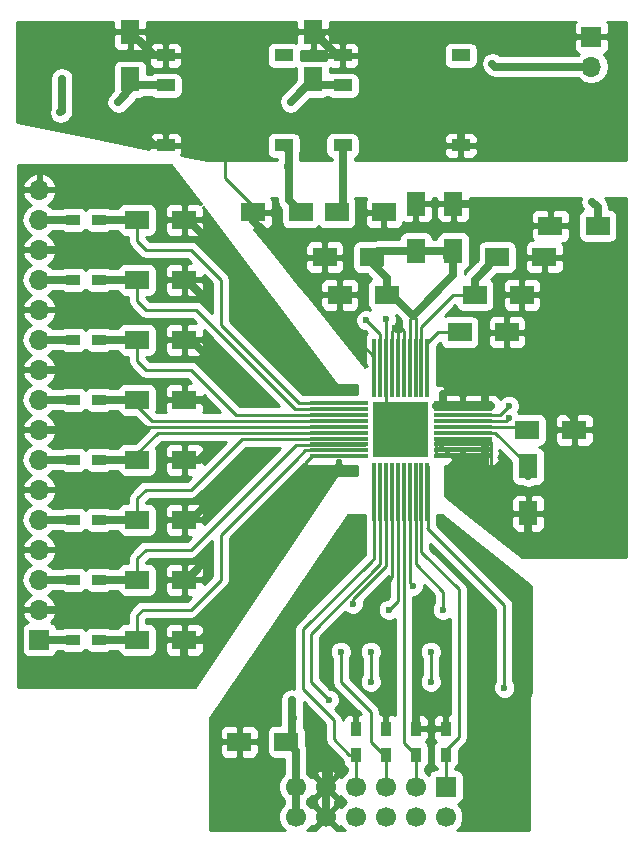
<source format=gbr>
G04 #@! TF.FileFunction,Copper,L1,Top,Signal*
%FSLAX46Y46*%
G04 Gerber Fmt 4.6, Leading zero omitted, Abs format (unit mm)*
G04 Created by KiCad (PCBNEW 4.0.6) date 05/17/18 16:23:16*
%MOMM*%
%LPD*%
G01*
G04 APERTURE LIST*
%ADD10C,0.100000*%
%ADD11R,1.600000X1.000000*%
%ADD12R,1.600000X2.000000*%
%ADD13R,2.000000X1.600000*%
%ADD14R,5.000000X0.300000*%
%ADD15R,0.300000X5.000000*%
%ADD16R,1.150000X1.150000*%
%ADD17R,1.200000X0.900000*%
%ADD18R,0.900000X1.200000*%
%ADD19R,1.700000X1.700000*%
%ADD20O,1.700000X1.700000*%
%ADD21C,1.700000*%
%ADD22C,0.600000*%
%ADD23C,0.700000*%
%ADD24C,0.250000*%
%ADD25C,0.254000*%
G04 APERTURE END LIST*
D10*
D11*
X74311500Y-123126500D03*
X74311500Y-120586500D03*
X74311500Y-128206500D03*
X84311500Y-128206500D03*
X84311500Y-120586500D03*
D12*
X98679000Y-137128000D03*
X98679000Y-133128000D03*
D13*
X91789000Y-137668000D03*
X87789000Y-137668000D03*
X84550000Y-178689000D03*
X80550000Y-178689000D03*
D14*
X88984000Y-150023000D03*
X88984000Y-150523000D03*
X88984000Y-151023000D03*
X88984000Y-151523000D03*
X88984000Y-152023000D03*
X88984000Y-152523000D03*
X88984000Y-153023000D03*
X88984000Y-153523000D03*
X88984000Y-154023000D03*
X88984000Y-154523000D03*
D15*
X91984000Y-157523000D03*
X92484000Y-157523000D03*
X92984000Y-157523000D03*
X93484000Y-157523000D03*
X93984000Y-157523000D03*
X94484000Y-157523000D03*
X94984000Y-157523000D03*
X95484000Y-157523000D03*
X95984000Y-157523000D03*
X96484000Y-157523000D03*
D14*
X99484000Y-154523000D03*
X99484000Y-154023000D03*
X99484000Y-153523000D03*
X99484000Y-153023000D03*
X99484000Y-152523000D03*
X99484000Y-152023000D03*
X99484000Y-151523000D03*
X99484000Y-151023000D03*
X99484000Y-150523000D03*
X99484000Y-150023000D03*
D15*
X96484000Y-147023000D03*
X95984000Y-147023000D03*
X95484000Y-147023000D03*
X94984000Y-147023000D03*
X94484000Y-147023000D03*
X93984000Y-147023000D03*
X93484000Y-147023000D03*
X92984000Y-147023000D03*
X92484000Y-147023000D03*
X91984000Y-147023000D03*
D16*
X95959000Y-153998000D03*
X95959000Y-152848000D03*
X95959000Y-151698000D03*
X95959000Y-150548000D03*
X94809000Y-153998000D03*
X94809000Y-152848000D03*
X94809000Y-151698000D03*
X94809000Y-150548000D03*
X93659000Y-153998000D03*
X93659000Y-152848000D03*
X93659000Y-151698000D03*
X93659000Y-150548000D03*
X92509000Y-153998000D03*
X92509000Y-152848000D03*
X92509000Y-151698000D03*
X92509000Y-150548000D03*
D17*
X68664000Y-170053000D03*
X66464000Y-170053000D03*
X68664000Y-164973000D03*
X66464000Y-164973000D03*
X68664000Y-159893000D03*
X66464000Y-159893000D03*
X68664000Y-154813000D03*
X66464000Y-154813000D03*
X68664000Y-149733000D03*
X66464000Y-149733000D03*
X68664000Y-144653000D03*
X66464000Y-144653000D03*
X68664000Y-139573000D03*
X66464000Y-139573000D03*
X68664000Y-134493000D03*
X66464000Y-134493000D03*
D18*
X92964000Y-179789000D03*
X92964000Y-177589000D03*
X95504000Y-179789000D03*
X95504000Y-177589000D03*
X90424000Y-179789000D03*
X90424000Y-177589000D03*
X98044000Y-179789000D03*
X98044000Y-177589000D03*
D19*
X110363000Y-118999000D03*
D20*
X110363000Y-121539000D03*
D19*
X63627000Y-170053000D03*
D20*
X63627000Y-167513000D03*
X63627000Y-164973000D03*
X63627000Y-162433000D03*
X63627000Y-159893000D03*
X63627000Y-157353000D03*
X63627000Y-154813000D03*
X63627000Y-152273000D03*
X63627000Y-149733000D03*
X63627000Y-147193000D03*
X63627000Y-144653000D03*
X63627000Y-142113000D03*
X63627000Y-139573000D03*
X63627000Y-137033000D03*
X63627000Y-134493000D03*
X63627000Y-131953000D03*
D13*
X100489000Y-140843000D03*
X104489000Y-140843000D03*
X102394000Y-137668000D03*
X106394000Y-137668000D03*
D12*
X95504000Y-137128000D03*
X95504000Y-133128000D03*
X105029000Y-155353000D03*
X105029000Y-159353000D03*
D13*
X99219000Y-144018000D03*
X103219000Y-144018000D03*
X104934000Y-152273000D03*
X108934000Y-152273000D03*
X110902500Y-135001000D03*
X106902500Y-135001000D03*
X93059000Y-140843000D03*
X89059000Y-140843000D03*
X88805000Y-133858000D03*
X92805000Y-133858000D03*
X85756500Y-133858000D03*
X81756500Y-133858000D03*
X71914000Y-170053000D03*
X75914000Y-170053000D03*
X71914000Y-164973000D03*
X75914000Y-164973000D03*
X71914000Y-159893000D03*
X75914000Y-159893000D03*
X71914000Y-154813000D03*
X75914000Y-154813000D03*
X71914000Y-149733000D03*
X75914000Y-149733000D03*
X71914000Y-144653000D03*
X75914000Y-144653000D03*
X71914000Y-139573000D03*
X75914000Y-139573000D03*
X71914000Y-134493000D03*
X75914000Y-134493000D03*
D12*
X86804500Y-118586500D03*
X86804500Y-122586500D03*
X71310500Y-118586500D03*
X71310500Y-122586500D03*
D19*
X98044000Y-182499000D03*
D21*
X98044000Y-185039000D03*
X95504000Y-182499000D03*
X95504000Y-185039000D03*
X92964000Y-182499000D03*
X92964000Y-185039000D03*
X90424000Y-182499000D03*
X90424000Y-185039000D03*
X87884000Y-182499000D03*
X87884000Y-185039000D03*
X85344000Y-182499000D03*
X85344000Y-185039000D03*
D11*
X89297500Y-123126500D03*
X89297500Y-120586500D03*
X89297500Y-128206500D03*
X99297500Y-128206500D03*
X99297500Y-120586500D03*
D22*
X65405000Y-125412500D03*
X110426500Y-132969000D03*
X103378000Y-150241000D03*
X70548500Y-127444500D03*
X99949000Y-126047500D03*
X111315500Y-127698500D03*
X110363000Y-124904500D03*
X93345000Y-118618000D03*
X93345000Y-122745500D03*
X77343000Y-122682000D03*
X106807000Y-140271500D03*
X79375000Y-129222500D03*
X105092500Y-118872000D03*
X87630000Y-118808500D03*
X83058000Y-135890000D03*
X87376000Y-135763000D03*
X102552500Y-134556500D03*
X68580000Y-172529500D03*
X75374500Y-172529500D03*
X100774500Y-167957500D03*
X100838000Y-175641000D03*
X105029000Y-161798000D03*
X82550000Y-172085000D03*
X87122000Y-164465000D03*
X65405000Y-119443500D03*
X79248000Y-118935500D03*
X101346000Y-148590000D03*
X98044000Y-148526500D03*
X102870000Y-146113500D03*
X105791000Y-148336000D03*
X98425000Y-155511500D03*
X101473000Y-155638500D03*
X106426000Y-143891000D03*
X109093000Y-141859000D03*
X109029500Y-137604500D03*
X90424000Y-144526000D03*
X79057500Y-168275000D03*
X84455000Y-158496000D03*
X82486500Y-163385500D03*
X78676500Y-136969500D03*
X82169000Y-141922500D03*
X86423500Y-148272500D03*
X77597000Y-163512500D03*
X77978000Y-146177000D03*
X81661000Y-149796500D03*
X78041500Y-158305500D03*
X82042000Y-154432000D03*
X77978000Y-153987500D03*
X77914500Y-150241000D03*
X77787500Y-141287500D03*
X68643500Y-132016500D03*
X74549000Y-132016500D03*
X86106000Y-155638500D03*
X72263000Y-152273000D03*
X68770500Y-147193000D03*
X68770500Y-142049500D03*
X68643500Y-137033000D03*
X68770500Y-167449500D03*
X68770500Y-162433000D03*
X68770500Y-152209500D03*
X68897500Y-157289500D03*
X73025000Y-118681500D03*
X80518000Y-185293000D03*
X79502000Y-183769000D03*
X90170000Y-176149000D03*
X87122000Y-177673000D03*
X87630000Y-180213000D03*
X93218000Y-164973000D03*
X93726000Y-143637000D03*
X97790000Y-175133000D03*
X95758000Y-175133000D03*
X92710000Y-175133000D03*
X110490000Y-155829000D03*
X84709000Y-130048000D03*
X91313000Y-143002000D03*
X89344500Y-129921000D03*
X92964000Y-142938500D03*
X102997000Y-174117000D03*
X96774000Y-173609000D03*
X96774000Y-171069000D03*
X97790000Y-167513000D03*
X93218000Y-167513000D03*
X91694000Y-171069000D03*
X91694000Y-173609000D03*
X88138000Y-175133000D03*
X90170000Y-167005000D03*
X89154000Y-171069000D03*
X85090000Y-176657000D03*
X95250000Y-165481000D03*
X103378000Y-151257000D03*
X84899500Y-124523500D03*
X70294500Y-124523500D03*
X101981000Y-121285000D03*
D23*
X65532000Y-122555000D02*
X65532000Y-125285500D01*
X65532000Y-125285500D02*
X65405000Y-125412500D01*
X110902500Y-135001000D02*
X110902500Y-133445000D01*
X110902500Y-133445000D02*
X110426500Y-132969000D01*
D24*
X97234000Y-151023000D02*
X102596000Y-151023000D01*
X102596000Y-151023000D02*
X103378000Y-150241000D01*
D23*
X74311500Y-128206500D02*
X73342500Y-128206500D01*
X72580500Y-127444500D02*
X70548500Y-127444500D01*
X73342500Y-128206500D02*
X72580500Y-127444500D01*
X99297500Y-128206500D02*
X99297500Y-126699000D01*
X99297500Y-126699000D02*
X99949000Y-126047500D01*
X111315500Y-125857000D02*
X111315500Y-127698500D01*
X110363000Y-124904500D02*
X111315500Y-125857000D01*
D24*
X81756500Y-133858000D02*
X81756500Y-133318500D01*
X81756500Y-133318500D02*
X79375000Y-130937000D01*
X79375000Y-130937000D02*
X79375000Y-129222500D01*
D23*
X81756500Y-133858000D02*
X81756500Y-134588500D01*
X81756500Y-134588500D02*
X83058000Y-135890000D01*
X98679000Y-133128000D02*
X101124000Y-133128000D01*
X101124000Y-133128000D02*
X102552500Y-134556500D01*
X75914000Y-170053000D02*
X75914000Y-171990000D01*
X75914000Y-171990000D02*
X75374500Y-172529500D01*
X87789000Y-137668000D02*
X87789000Y-137446000D01*
D24*
X100838000Y-168021000D02*
X100774500Y-167957500D01*
X100838000Y-175641000D02*
X100838000Y-168021000D01*
D23*
X105029000Y-161798000D02*
X105029000Y-159353000D01*
X82550000Y-172085000D02*
X83566000Y-171069000D01*
X83566000Y-171069000D02*
X83566000Y-169037000D01*
X83566000Y-169037000D02*
X87122000Y-165481000D01*
X87122000Y-165481000D02*
X87122000Y-164465000D01*
X102870000Y-146113500D02*
X103568500Y-146113500D01*
D24*
X98044000Y-148526500D02*
X100457000Y-146113500D01*
X100457000Y-146113500D02*
X102870000Y-146113500D01*
X101346000Y-150241000D02*
X101346000Y-148590000D01*
D23*
X103568500Y-146113500D02*
X105791000Y-148336000D01*
X101346000Y-154940000D02*
X98996500Y-154940000D01*
X98996500Y-154940000D02*
X98425000Y-155511500D01*
X101346000Y-153797000D02*
X101346000Y-154940000D01*
X101346000Y-154940000D02*
X101346000Y-155511500D01*
X101346000Y-155511500D02*
X101473000Y-155638500D01*
D24*
X106394000Y-137668000D02*
X108966000Y-137668000D01*
X107061000Y-143891000D02*
X106426000Y-143891000D01*
X109093000Y-141859000D02*
X107061000Y-143891000D01*
X108966000Y-137668000D02*
X109029500Y-137604500D01*
X91984000Y-149273000D02*
X91984000Y-146086000D01*
X91984000Y-146086000D02*
X90424000Y-144526000D01*
D23*
X75914000Y-170053000D02*
X77279500Y-170053000D01*
X77279500Y-170053000D02*
X79057500Y-168275000D01*
X82486500Y-163385500D02*
X84455000Y-161417000D01*
X84455000Y-161417000D02*
X84455000Y-158496000D01*
X75914000Y-134493000D02*
X76200000Y-134493000D01*
X76200000Y-134493000D02*
X78676500Y-136969500D01*
X82169000Y-141922500D02*
X86423500Y-146177000D01*
X86423500Y-146177000D02*
X86423500Y-148272500D01*
X75914000Y-164973000D02*
X76136500Y-164973000D01*
X76136500Y-164973000D02*
X77597000Y-163512500D01*
X77978000Y-146177000D02*
X78041500Y-146177000D01*
X76454000Y-144653000D02*
X77978000Y-146177000D01*
X78041500Y-146177000D02*
X81661000Y-149796500D01*
X75914000Y-159893000D02*
X76454000Y-159893000D01*
X76454000Y-159893000D02*
X78041500Y-158305500D01*
X75914000Y-154813000D02*
X77152500Y-154813000D01*
X77152500Y-154813000D02*
X77978000Y-153987500D01*
X75914000Y-149733000D02*
X77406500Y-149733000D01*
X77406500Y-149733000D02*
X77914500Y-150241000D01*
X75914000Y-139573000D02*
X76073000Y-139573000D01*
X76073000Y-139573000D02*
X77787500Y-141287500D01*
X74549000Y-132016500D02*
X68643500Y-132016500D01*
D24*
X91234000Y-154523000D02*
X86713500Y-154523000D01*
X86713500Y-154523000D02*
X86106000Y-155130500D01*
X86106000Y-155130500D02*
X86106000Y-155638500D01*
X91234000Y-152023000D02*
X72513000Y-152023000D01*
X72513000Y-152023000D02*
X72263000Y-152273000D01*
D23*
X63627000Y-147193000D02*
X68770500Y-147193000D01*
X63627000Y-137033000D02*
X68643500Y-137033000D01*
X63627000Y-167513000D02*
X68707000Y-167513000D01*
X68707000Y-167513000D02*
X68770500Y-167449500D01*
X63627000Y-152273000D02*
X68707000Y-152273000D01*
X68707000Y-152273000D02*
X68770500Y-152209500D01*
X74311500Y-120586500D02*
X73310500Y-120586500D01*
X73310500Y-120586500D02*
X71310500Y-118586500D01*
X89297500Y-120586500D02*
X88804500Y-120586500D01*
X88804500Y-120586500D02*
X86804500Y-118586500D01*
D24*
X80550000Y-178689000D02*
X80550000Y-182721000D01*
X80550000Y-182721000D02*
X79502000Y-183769000D01*
D23*
X97790000Y-150241000D02*
X97790000Y-149225000D01*
X101346000Y-150241000D02*
X101346000Y-149225000D01*
X97234000Y-150241000D02*
X97790000Y-150241000D01*
X97790000Y-150241000D02*
X101346000Y-150241000D01*
X101346000Y-150241000D02*
X101854000Y-150241000D01*
D24*
X101854000Y-155321000D02*
X100838000Y-155321000D01*
X100838000Y-155321000D02*
X100330000Y-154813000D01*
X101854000Y-154305000D02*
X97234000Y-154305000D01*
X97234000Y-154305000D02*
X97282000Y-154305000D01*
X97282000Y-154305000D02*
X97234000Y-154305000D01*
X101854000Y-153797000D02*
X101346000Y-153797000D01*
X101346000Y-153797000D02*
X97234000Y-153797000D01*
X97234000Y-153797000D02*
X97282000Y-153797000D01*
X97282000Y-153797000D02*
X97234000Y-153797000D01*
X101854000Y-153289000D02*
X97500000Y-153289000D01*
X101854000Y-153797000D02*
X101854000Y-154305000D01*
X101854000Y-155321000D02*
X101854000Y-154305000D01*
X101854000Y-153289000D02*
X101854000Y-153797000D01*
X97500000Y-153289000D02*
X97234000Y-153023000D01*
X101854000Y-155829000D02*
X101854000Y-155321000D01*
X101854000Y-155321000D02*
X99314000Y-155321000D01*
X97234000Y-153523000D02*
X97234000Y-153023000D01*
X97234000Y-154023000D02*
X97234000Y-153797000D01*
X97234000Y-153797000D02*
X97234000Y-153523000D01*
X97234000Y-154523000D02*
X97234000Y-154305000D01*
X97234000Y-154305000D02*
X97234000Y-154023000D01*
X97234000Y-150523000D02*
X97234000Y-150241000D01*
X97234000Y-150241000D02*
X97234000Y-150023000D01*
X97234000Y-153023000D02*
X97234000Y-153241000D01*
X97234000Y-153241000D02*
X99314000Y-155321000D01*
X97234000Y-153523000D02*
X97516000Y-153523000D01*
X97516000Y-153523000D02*
X99314000Y-155321000D01*
X97234000Y-154023000D02*
X98016000Y-154023000D01*
X98016000Y-154023000D02*
X99314000Y-155321000D01*
X97234000Y-153241000D02*
X99314000Y-155321000D01*
X91234000Y-154523000D02*
X86904000Y-154523000D01*
D23*
X87884000Y-182499000D02*
X87884000Y-180467000D01*
X87884000Y-180467000D02*
X87630000Y-180213000D01*
D24*
X93484000Y-155273000D02*
X93484000Y-164707000D01*
X93484000Y-164707000D02*
X93218000Y-164973000D01*
X91984000Y-149273000D02*
X91984000Y-144943000D01*
X94484000Y-149273000D02*
X94484000Y-143887000D01*
X94234000Y-143637000D02*
X93726000Y-143637000D01*
X94484000Y-143887000D02*
X94234000Y-143637000D01*
X93984000Y-149273000D02*
X93984000Y-143895000D01*
X93484000Y-143879000D02*
X93726000Y-143637000D01*
X93484000Y-143879000D02*
X93484000Y-149273000D01*
X93984000Y-143895000D02*
X93726000Y-143637000D01*
D23*
X87884000Y-185039000D02*
X87884000Y-182499000D01*
X87884000Y-182499000D02*
X88138000Y-182245000D01*
X88138000Y-182245000D02*
X88138000Y-180213000D01*
X95504000Y-177589000D02*
X95504000Y-175387000D01*
X95504000Y-175387000D02*
X95758000Y-175133000D01*
X75914000Y-144653000D02*
X76454000Y-144653000D01*
X108934000Y-152273000D02*
X108934000Y-151291000D01*
X108934000Y-151291000D02*
X107884000Y-150241000D01*
D24*
X75634600Y-154376120D02*
X75578720Y-154432000D01*
D23*
X84740500Y-130048000D02*
X84740500Y-129984500D01*
X84709000Y-130048000D02*
X84740500Y-130048000D01*
X84740500Y-129984500D02*
X84740500Y-132842000D01*
X84740500Y-132842000D02*
X85756500Y-133858000D01*
D24*
X92484000Y-149273000D02*
X92484000Y-144173000D01*
X92484000Y-144173000D02*
X91313000Y-143002000D01*
D23*
X84709000Y-129984500D02*
X84740500Y-129984500D01*
X84740500Y-129984500D02*
X84709000Y-129984500D01*
X84709000Y-129984500D02*
X84740500Y-129984500D01*
X84740500Y-129984500D02*
X84740500Y-128635500D01*
X84740500Y-128635500D02*
X84311500Y-128206500D01*
X89344500Y-129921000D02*
X89376500Y-129921000D01*
X89376500Y-129921000D02*
X89376500Y-133286500D01*
X89376500Y-133286500D02*
X88805000Y-133858000D01*
D24*
X92984000Y-149273000D02*
X92984000Y-142958500D01*
X92984000Y-142958500D02*
X92964000Y-142938500D01*
D23*
X89376500Y-129921000D02*
X89344500Y-129921000D01*
X89344500Y-129921000D02*
X89376500Y-129921000D01*
X89376500Y-129921000D02*
X89376500Y-128285500D01*
X89376500Y-128285500D02*
X89297500Y-128206500D01*
D24*
X92509000Y-153998000D02*
X92509000Y-152848000D01*
X93659000Y-153998000D02*
X92509000Y-153998000D01*
X95959000Y-153998000D02*
X94809000Y-153998000D01*
X95959000Y-152848000D02*
X95959000Y-153998000D01*
X95959000Y-151698000D02*
X95959000Y-152848000D01*
X94809000Y-150548000D02*
X95959000Y-150548000D01*
X95959000Y-150548000D02*
X95959000Y-153998000D01*
X95959000Y-153998000D02*
X92509000Y-153998000D01*
X92509000Y-153998000D02*
X92509000Y-151698000D01*
X92509000Y-151698000D02*
X94809000Y-151698000D01*
X94809000Y-151698000D02*
X94809000Y-152848000D01*
X94809000Y-152848000D02*
X93659000Y-152848000D01*
X92509000Y-150548000D02*
X93659000Y-150548000D01*
X93659000Y-150548000D02*
X95959000Y-150548000D01*
X92984000Y-149273000D02*
X92984000Y-151023000D01*
X92984000Y-151023000D02*
X93659000Y-151698000D01*
X91234000Y-150023000D02*
X85634000Y-150023000D01*
X78994000Y-139573000D02*
X78994000Y-143383000D01*
X78994000Y-143383000D02*
X85344000Y-149733000D01*
X71914000Y-136303000D02*
X71914000Y-134493000D01*
X72644000Y-137033000D02*
X76454000Y-137033000D01*
X71914000Y-136303000D02*
X72644000Y-137033000D01*
X76454000Y-137033000D02*
X78994000Y-139573000D01*
X85634000Y-150023000D02*
X85344000Y-149733000D01*
D23*
X68664000Y-134493000D02*
X71914000Y-134493000D01*
D24*
X71914000Y-139573000D02*
X71914000Y-141383000D01*
X85294002Y-150523000D02*
X91234000Y-150523000D01*
X76884002Y-142113000D02*
X85294002Y-150523000D01*
X72644000Y-142113000D02*
X76884002Y-142113000D01*
X71914000Y-141383000D02*
X72644000Y-142113000D01*
X71914000Y-139573000D02*
X71914000Y-140113000D01*
D23*
X68664000Y-139573000D02*
X71914000Y-139573000D01*
D24*
X71914000Y-144653000D02*
X71914000Y-146463000D01*
X80284000Y-151023000D02*
X91234000Y-151023000D01*
X76454000Y-147193000D02*
X80284000Y-151023000D01*
X72644000Y-147193000D02*
X76454000Y-147193000D01*
X71914000Y-146463000D02*
X72644000Y-147193000D01*
D23*
X68664000Y-144653000D02*
X71914000Y-144653000D01*
D24*
X71374000Y-145193000D02*
X71914000Y-144653000D01*
X71914000Y-149733000D02*
X71914000Y-150273000D01*
X71914000Y-150273000D02*
X73164000Y-151523000D01*
X73164000Y-151523000D02*
X91234000Y-151523000D01*
D23*
X68664000Y-149733000D02*
X71914000Y-149733000D01*
D24*
X71914000Y-154813000D02*
X71914000Y-154273000D01*
X71914000Y-154273000D02*
X73664000Y-152523000D01*
X73664000Y-152523000D02*
X91234000Y-152523000D01*
X71914000Y-154813000D02*
X71914000Y-155353000D01*
D23*
X68664000Y-154813000D02*
X71914000Y-154813000D01*
D24*
X71914000Y-159893000D02*
X71914000Y-158083000D01*
X80784000Y-153023000D02*
X91234000Y-153023000D01*
X76454000Y-157353000D02*
X80784000Y-153023000D01*
X72644000Y-157353000D02*
X76454000Y-157353000D01*
X71914000Y-158083000D02*
X72644000Y-157353000D01*
D23*
X68664000Y-159893000D02*
X71914000Y-159893000D01*
D24*
X71374000Y-159353000D02*
X71914000Y-159893000D01*
X91214000Y-153543000D02*
X85344000Y-153543000D01*
X71914000Y-163163000D02*
X72644000Y-162433000D01*
X72644000Y-162433000D02*
X76454000Y-162433000D01*
X76454000Y-162433000D02*
X85344000Y-153543000D01*
X71914000Y-163163000D02*
X71914000Y-164973000D01*
X91214000Y-153543000D02*
X91234000Y-153523000D01*
X71914000Y-164973000D02*
X71914000Y-164433000D01*
D23*
X68664000Y-164973000D02*
X71914000Y-164973000D01*
D24*
X78994000Y-161163000D02*
X78994000Y-164973000D01*
X86134000Y-154023000D02*
X85344000Y-154813000D01*
X78994000Y-161163000D02*
X85344000Y-154813000D01*
X91234000Y-154023000D02*
X86134000Y-154023000D01*
X71914000Y-167989000D02*
X71914000Y-170053000D01*
X72390000Y-167513000D02*
X71914000Y-167989000D01*
X76454000Y-167513000D02*
X72390000Y-167513000D01*
X78994000Y-164973000D02*
X76454000Y-167513000D01*
X71914000Y-170053000D02*
X71914000Y-169513000D01*
D23*
X68664000Y-170053000D02*
X71914000Y-170053000D01*
D24*
X94984000Y-149273000D02*
X94984000Y-142887000D01*
X94984000Y-142887000D02*
X95250000Y-142621000D01*
X95484000Y-149273000D02*
X95484000Y-142855000D01*
X95484000Y-142855000D02*
X95250000Y-142621000D01*
D23*
X93059000Y-140843000D02*
X93472000Y-140843000D01*
X93472000Y-140843000D02*
X95250000Y-142621000D01*
X98679000Y-139192000D02*
X95250000Y-142621000D01*
X98679000Y-137128000D02*
X98679000Y-139192000D01*
X91789000Y-137668000D02*
X91789000Y-138144000D01*
X91789000Y-138144000D02*
X93059000Y-139414000D01*
X93059000Y-139414000D02*
X93059000Y-140843000D01*
X95504000Y-137128000D02*
X92329000Y-137128000D01*
X92329000Y-137128000D02*
X91789000Y-137668000D01*
X98679000Y-137128000D02*
X95504000Y-137128000D01*
X98139000Y-137668000D02*
X98679000Y-137128000D01*
X92424000Y-138303000D02*
X91789000Y-137668000D01*
X93059000Y-140843000D02*
X93599000Y-140843000D01*
X93059000Y-140843000D02*
X93059000Y-140113000D01*
D24*
X95504000Y-149253000D02*
X95484000Y-149273000D01*
X97234000Y-152023000D02*
X104684000Y-152023000D01*
D23*
X98999000Y-144238000D02*
X99219000Y-144018000D01*
D24*
X96484000Y-149273000D02*
X96484000Y-144943000D01*
X96484000Y-144943000D02*
X97409000Y-144018000D01*
X97409000Y-144018000D02*
X99219000Y-144018000D01*
D23*
X105029000Y-155353000D02*
X105029000Y-156210000D01*
D24*
X97234000Y-152523000D02*
X102199000Y-152523000D01*
X102199000Y-152523000D02*
X104809000Y-155133000D01*
D23*
X100489000Y-140843000D02*
X100489000Y-139573000D01*
X100489000Y-139573000D02*
X102394000Y-137668000D01*
D24*
X95984000Y-149273000D02*
X95984000Y-143538000D01*
X98679000Y-140843000D02*
X100489000Y-140843000D01*
X95984000Y-143538000D02*
X98679000Y-140843000D01*
X102997000Y-167132000D02*
X96520000Y-160655000D01*
X102997000Y-174117000D02*
X102997000Y-167132000D01*
X96520000Y-160655000D02*
X96520000Y-155309000D01*
X96520000Y-155309000D02*
X96484000Y-155273000D01*
X96484000Y-160619000D02*
X96520000Y-160655000D01*
X95484000Y-155273000D02*
X95484000Y-163683000D01*
X96774000Y-173609000D02*
X96774000Y-171069000D01*
X95484000Y-163683000D02*
X97790000Y-165989000D01*
X97790000Y-165989000D02*
X97790000Y-167513000D01*
X95504000Y-159893000D02*
X95484000Y-155273000D01*
X93984000Y-155273000D02*
X93984000Y-166747000D01*
X93984000Y-166747000D02*
X93218000Y-167513000D01*
X91694000Y-173609000D02*
X91694000Y-171069000D01*
X98044000Y-179789000D02*
X98044000Y-179387500D01*
X98044000Y-179387500D02*
X99123500Y-178308000D01*
X99123500Y-165798500D02*
X96139000Y-162814000D01*
X99123500Y-178308000D02*
X99123500Y-165798500D01*
X95984000Y-155273000D02*
X95984000Y-162659000D01*
X95984000Y-162659000D02*
X96139000Y-162814000D01*
X96139000Y-162814000D02*
X96266000Y-162941000D01*
X98044000Y-179789000D02*
X98214000Y-179789000D01*
X98044000Y-182499000D02*
X98044000Y-179789000D01*
X95984000Y-162659000D02*
X96266000Y-162941000D01*
X92484000Y-155273000D02*
X92484000Y-163675000D01*
X86614000Y-173609000D02*
X88138000Y-175133000D01*
X86614000Y-169545000D02*
X86614000Y-173609000D01*
X92484000Y-163675000D02*
X86614000Y-169545000D01*
X90424000Y-179789000D02*
X89873000Y-179789000D01*
X85979000Y-169164000D02*
X91694000Y-163449000D01*
X85979000Y-174244000D02*
X85979000Y-169164000D01*
X88582500Y-176847500D02*
X85979000Y-174244000D01*
X88582500Y-178498500D02*
X88582500Y-176847500D01*
X89873000Y-179789000D02*
X88582500Y-178498500D01*
X91984000Y-155273000D02*
X91984000Y-163159000D01*
X91984000Y-163159000D02*
X91694000Y-163449000D01*
X91694000Y-163449000D02*
X91984000Y-163159000D01*
X90424000Y-179789000D02*
X90254000Y-179789000D01*
X90424000Y-182499000D02*
X90424000Y-179789000D01*
X92984000Y-155273000D02*
X92984000Y-163811398D01*
X92984000Y-163811398D02*
X90170000Y-166625398D01*
X90170000Y-166625398D02*
X90170000Y-167005000D01*
X89154000Y-173609000D02*
X89154000Y-171069000D01*
X91694000Y-176149000D02*
X89154000Y-173609000D01*
X91694000Y-178689000D02*
X91694000Y-176149000D01*
X92794000Y-179789000D02*
X91694000Y-178689000D01*
X92964000Y-155293000D02*
X92984000Y-155273000D01*
X92964000Y-179789000D02*
X92794000Y-179789000D01*
X92964000Y-155293000D02*
X92984000Y-155273000D01*
X92964000Y-182499000D02*
X92964000Y-179789000D01*
X94484000Y-155273000D02*
X94484000Y-178769000D01*
X94484000Y-178769000D02*
X95504000Y-179789000D01*
X95504000Y-179789000D02*
X95334000Y-179789000D01*
X95504000Y-182499000D02*
X95504000Y-179789000D01*
D23*
X85024000Y-176657000D02*
X85024000Y-175133000D01*
X85090000Y-176657000D02*
X85024000Y-176657000D01*
D24*
X94984000Y-155273000D02*
X94984000Y-165215000D01*
X94984000Y-165215000D02*
X95250000Y-165481000D01*
D23*
X85024000Y-175133000D02*
X85024000Y-178215000D01*
X85024000Y-178215000D02*
X84550000Y-178689000D01*
X85344000Y-185039000D02*
X85344000Y-179483000D01*
X85344000Y-179483000D02*
X84550000Y-178689000D01*
X85344000Y-179483000D02*
X84550000Y-178689000D01*
D24*
X103112000Y-151523000D02*
X97234000Y-151523000D01*
X103378000Y-151257000D02*
X103112000Y-151523000D01*
D23*
X63627000Y-134493000D02*
X66464000Y-134493000D01*
X63627000Y-139573000D02*
X66464000Y-139573000D01*
X63627000Y-144653000D02*
X66464000Y-144653000D01*
X63627000Y-149733000D02*
X66464000Y-149733000D01*
X63627000Y-154813000D02*
X66464000Y-154813000D01*
X63627000Y-159893000D02*
X66464000Y-159893000D01*
X63627000Y-164973000D02*
X66464000Y-164973000D01*
X63627000Y-170053000D02*
X66464000Y-170053000D01*
X84899500Y-124523500D02*
X86804500Y-122618500D01*
X86804500Y-122618500D02*
X86804500Y-122586500D01*
X89297500Y-123126500D02*
X87344500Y-123126500D01*
X87344500Y-123126500D02*
X86804500Y-122586500D01*
X87344500Y-123126500D02*
X86804500Y-122586500D01*
X87058500Y-122682000D02*
X87185500Y-122809000D01*
X71310500Y-122586500D02*
X71310500Y-123444000D01*
X71310500Y-123444000D02*
X70294500Y-124523500D01*
X74311500Y-123126500D02*
X71850500Y-123126500D01*
X71850500Y-123126500D02*
X71310500Y-122586500D01*
X110363000Y-121539000D02*
X102235000Y-121539000D01*
X102235000Y-121539000D02*
X101981000Y-121285000D01*
D25*
G36*
X91224000Y-162844198D02*
X91156602Y-162911596D01*
X91156599Y-162911598D01*
X85441599Y-168626599D01*
X85276852Y-168873161D01*
X85219000Y-169164000D01*
X85219000Y-174186788D01*
X85024000Y-174148000D01*
X84647057Y-174222979D01*
X84327500Y-174436500D01*
X84113979Y-174756057D01*
X84039000Y-175133000D01*
X84039000Y-177241560D01*
X83550000Y-177241560D01*
X83314683Y-177285838D01*
X83098559Y-177424910D01*
X82953569Y-177637110D01*
X82902560Y-177889000D01*
X82902560Y-179489000D01*
X82946838Y-179724317D01*
X83085910Y-179940441D01*
X83298110Y-180085431D01*
X83550000Y-180136440D01*
X84359000Y-180136440D01*
X84359000Y-181384005D01*
X84085812Y-181656717D01*
X83859258Y-182202319D01*
X83858743Y-182793089D01*
X84084344Y-183339086D01*
X84359000Y-183614222D01*
X84359000Y-183924005D01*
X84085812Y-184196717D01*
X83859258Y-184742319D01*
X83858743Y-185333089D01*
X84084344Y-185879086D01*
X84386730Y-186182000D01*
X78105000Y-186182000D01*
X78105000Y-178974750D01*
X78915000Y-178974750D01*
X78915000Y-179615310D01*
X79011673Y-179848699D01*
X79190302Y-180027327D01*
X79423691Y-180124000D01*
X80264250Y-180124000D01*
X80423000Y-179965250D01*
X80423000Y-178816000D01*
X80677000Y-178816000D01*
X80677000Y-179965250D01*
X80835750Y-180124000D01*
X81676309Y-180124000D01*
X81909698Y-180027327D01*
X82088327Y-179848699D01*
X82185000Y-179615310D01*
X82185000Y-178974750D01*
X82026250Y-178816000D01*
X80677000Y-178816000D01*
X80423000Y-178816000D01*
X79073750Y-178816000D01*
X78915000Y-178974750D01*
X78105000Y-178974750D01*
X78105000Y-177762690D01*
X78915000Y-177762690D01*
X78915000Y-178403250D01*
X79073750Y-178562000D01*
X80423000Y-178562000D01*
X80423000Y-177412750D01*
X80677000Y-177412750D01*
X80677000Y-178562000D01*
X82026250Y-178562000D01*
X82185000Y-178403250D01*
X82185000Y-177762690D01*
X82088327Y-177529301D01*
X81909698Y-177350673D01*
X81676309Y-177254000D01*
X80835750Y-177254000D01*
X80677000Y-177412750D01*
X80423000Y-177412750D01*
X80264250Y-177254000D01*
X79423691Y-177254000D01*
X79190302Y-177350673D01*
X79011673Y-177529301D01*
X78915000Y-177762690D01*
X78105000Y-177762690D01*
X78105000Y-176695921D01*
X89729417Y-159512000D01*
X91224000Y-159512000D01*
X91224000Y-162844198D01*
X91224000Y-162844198D01*
G37*
X91224000Y-162844198D02*
X91156602Y-162911596D01*
X91156599Y-162911598D01*
X85441599Y-168626599D01*
X85276852Y-168873161D01*
X85219000Y-169164000D01*
X85219000Y-174186788D01*
X85024000Y-174148000D01*
X84647057Y-174222979D01*
X84327500Y-174436500D01*
X84113979Y-174756057D01*
X84039000Y-175133000D01*
X84039000Y-177241560D01*
X83550000Y-177241560D01*
X83314683Y-177285838D01*
X83098559Y-177424910D01*
X82953569Y-177637110D01*
X82902560Y-177889000D01*
X82902560Y-179489000D01*
X82946838Y-179724317D01*
X83085910Y-179940441D01*
X83298110Y-180085431D01*
X83550000Y-180136440D01*
X84359000Y-180136440D01*
X84359000Y-181384005D01*
X84085812Y-181656717D01*
X83859258Y-182202319D01*
X83858743Y-182793089D01*
X84084344Y-183339086D01*
X84359000Y-183614222D01*
X84359000Y-183924005D01*
X84085812Y-184196717D01*
X83859258Y-184742319D01*
X83858743Y-185333089D01*
X84084344Y-185879086D01*
X84386730Y-186182000D01*
X78105000Y-186182000D01*
X78105000Y-178974750D01*
X78915000Y-178974750D01*
X78915000Y-179615310D01*
X79011673Y-179848699D01*
X79190302Y-180027327D01*
X79423691Y-180124000D01*
X80264250Y-180124000D01*
X80423000Y-179965250D01*
X80423000Y-178816000D01*
X80677000Y-178816000D01*
X80677000Y-179965250D01*
X80835750Y-180124000D01*
X81676309Y-180124000D01*
X81909698Y-180027327D01*
X82088327Y-179848699D01*
X82185000Y-179615310D01*
X82185000Y-178974750D01*
X82026250Y-178816000D01*
X80677000Y-178816000D01*
X80423000Y-178816000D01*
X79073750Y-178816000D01*
X78915000Y-178974750D01*
X78105000Y-178974750D01*
X78105000Y-177762690D01*
X78915000Y-177762690D01*
X78915000Y-178403250D01*
X79073750Y-178562000D01*
X80423000Y-178562000D01*
X80423000Y-177412750D01*
X80677000Y-177412750D01*
X80677000Y-178562000D01*
X82026250Y-178562000D01*
X82185000Y-178403250D01*
X82185000Y-177762690D01*
X82088327Y-177529301D01*
X81909698Y-177350673D01*
X81676309Y-177254000D01*
X80835750Y-177254000D01*
X80677000Y-177412750D01*
X80423000Y-177412750D01*
X80264250Y-177254000D01*
X79423691Y-177254000D01*
X79190302Y-177350673D01*
X79011673Y-177529301D01*
X78915000Y-177762690D01*
X78105000Y-177762690D01*
X78105000Y-176695921D01*
X89729417Y-159512000D01*
X91224000Y-159512000D01*
X91224000Y-162844198D01*
G36*
X105283000Y-165542039D02*
X105283000Y-174514330D01*
X105134643Y-174736362D01*
X105082500Y-174998500D01*
X105082500Y-186182000D01*
X99000946Y-186182000D01*
X99302188Y-185881283D01*
X99528742Y-185335681D01*
X99529257Y-184744911D01*
X99303656Y-184198914D01*
X99068717Y-183963565D01*
X99129317Y-183952162D01*
X99345441Y-183813090D01*
X99490431Y-183600890D01*
X99541440Y-183349000D01*
X99541440Y-181649000D01*
X99497162Y-181413683D01*
X99358090Y-181197559D01*
X99145890Y-181052569D01*
X98894000Y-181001560D01*
X98804000Y-181001560D01*
X98804000Y-180944105D01*
X98945441Y-180853090D01*
X99090431Y-180640890D01*
X99141440Y-180389000D01*
X99141440Y-179364862D01*
X99660901Y-178845401D01*
X99825648Y-178598839D01*
X99883500Y-178308000D01*
X99883500Y-165798500D01*
X99825648Y-165507661D01*
X99825648Y-165507660D01*
X99660901Y-165261099D01*
X96744000Y-162344198D01*
X96744000Y-161953802D01*
X102237000Y-167446802D01*
X102237000Y-173554537D01*
X102204808Y-173586673D01*
X102062162Y-173930201D01*
X102061838Y-174302167D01*
X102203883Y-174645943D01*
X102466673Y-174909192D01*
X102810201Y-175051838D01*
X103182167Y-175052162D01*
X103525943Y-174910117D01*
X103789192Y-174647327D01*
X103931838Y-174303799D01*
X103932162Y-173931833D01*
X103790117Y-173588057D01*
X103757000Y-173554882D01*
X103757000Y-167132000D01*
X103699148Y-166841161D01*
X103699148Y-166841160D01*
X103534401Y-166594599D01*
X97280000Y-160340198D01*
X97280000Y-159512000D01*
X97745451Y-159512000D01*
X105283000Y-165542039D01*
X105283000Y-165542039D01*
G37*
X105283000Y-165542039D02*
X105283000Y-174514330D01*
X105134643Y-174736362D01*
X105082500Y-174998500D01*
X105082500Y-186182000D01*
X99000946Y-186182000D01*
X99302188Y-185881283D01*
X99528742Y-185335681D01*
X99529257Y-184744911D01*
X99303656Y-184198914D01*
X99068717Y-183963565D01*
X99129317Y-183952162D01*
X99345441Y-183813090D01*
X99490431Y-183600890D01*
X99541440Y-183349000D01*
X99541440Y-181649000D01*
X99497162Y-181413683D01*
X99358090Y-181197559D01*
X99145890Y-181052569D01*
X98894000Y-181001560D01*
X98804000Y-181001560D01*
X98804000Y-180944105D01*
X98945441Y-180853090D01*
X99090431Y-180640890D01*
X99141440Y-180389000D01*
X99141440Y-179364862D01*
X99660901Y-178845401D01*
X99825648Y-178598839D01*
X99883500Y-178308000D01*
X99883500Y-165798500D01*
X99825648Y-165507661D01*
X99825648Y-165507660D01*
X99660901Y-165261099D01*
X96744000Y-162344198D01*
X96744000Y-161953802D01*
X102237000Y-167446802D01*
X102237000Y-173554537D01*
X102204808Y-173586673D01*
X102062162Y-173930201D01*
X102061838Y-174302167D01*
X102203883Y-174645943D01*
X102466673Y-174909192D01*
X102810201Y-175051838D01*
X103182167Y-175052162D01*
X103525943Y-174910117D01*
X103789192Y-174647327D01*
X103931838Y-174303799D01*
X103932162Y-173931833D01*
X103790117Y-173588057D01*
X103757000Y-173554882D01*
X103757000Y-167132000D01*
X103699148Y-166841161D01*
X103699148Y-166841160D01*
X103534401Y-166594599D01*
X97280000Y-160340198D01*
X97280000Y-159512000D01*
X97745451Y-159512000D01*
X105283000Y-165542039D01*
G36*
X87822500Y-177162302D02*
X87822500Y-178498500D01*
X87880352Y-178789339D01*
X88045099Y-179035901D01*
X89326560Y-180317362D01*
X89326560Y-180389000D01*
X89370838Y-180624317D01*
X89509910Y-180840441D01*
X89664000Y-180945726D01*
X89664000Y-181206253D01*
X89583914Y-181239344D01*
X89165812Y-181656717D01*
X89146049Y-181704312D01*
X88927958Y-181634647D01*
X88063605Y-182499000D01*
X88927958Y-183363353D01*
X89145640Y-183293819D01*
X89164344Y-183339086D01*
X89581717Y-183757188D01*
X89609557Y-183768748D01*
X89583914Y-183779344D01*
X89165812Y-184196717D01*
X89146049Y-184244312D01*
X88927958Y-184174647D01*
X88063605Y-185039000D01*
X88927958Y-185903353D01*
X89145640Y-185833819D01*
X89164344Y-185879086D01*
X89466730Y-186182000D01*
X88716716Y-186182000D01*
X88748353Y-186082958D01*
X87884000Y-185218605D01*
X87019647Y-186082958D01*
X87051284Y-186182000D01*
X86300946Y-186182000D01*
X86602188Y-185881283D01*
X86621951Y-185833688D01*
X86840042Y-185903353D01*
X87704395Y-185039000D01*
X86840042Y-184174647D01*
X86622360Y-184244181D01*
X86603656Y-184198914D01*
X86329000Y-183923778D01*
X86329000Y-183613995D01*
X86400160Y-183542958D01*
X87019647Y-183542958D01*
X87091852Y-183769000D01*
X87019647Y-183995042D01*
X87884000Y-184859395D01*
X88748353Y-183995042D01*
X88676148Y-183769000D01*
X88748353Y-183542958D01*
X87884000Y-182678605D01*
X87019647Y-183542958D01*
X86400160Y-183542958D01*
X86602188Y-183341283D01*
X86621951Y-183293688D01*
X86840042Y-183363353D01*
X87704395Y-182499000D01*
X86840042Y-181634647D01*
X86622360Y-181704181D01*
X86603656Y-181658914D01*
X86400140Y-181455042D01*
X87019647Y-181455042D01*
X87884000Y-182319395D01*
X88748353Y-181455042D01*
X88668080Y-181203741D01*
X88112721Y-181002282D01*
X87522542Y-181028685D01*
X87099920Y-181203741D01*
X87019647Y-181455042D01*
X86400140Y-181455042D01*
X86329000Y-181383778D01*
X86329000Y-179483000D01*
X86254021Y-179106057D01*
X86197440Y-179021377D01*
X86197440Y-177889000D01*
X86153162Y-177653683D01*
X86014090Y-177437559D01*
X86009000Y-177434081D01*
X86009000Y-176988803D01*
X86075000Y-176657000D01*
X86009000Y-176325197D01*
X86009000Y-175348802D01*
X87822500Y-177162302D01*
X87822500Y-177162302D01*
G37*
X87822500Y-177162302D02*
X87822500Y-178498500D01*
X87880352Y-178789339D01*
X88045099Y-179035901D01*
X89326560Y-180317362D01*
X89326560Y-180389000D01*
X89370838Y-180624317D01*
X89509910Y-180840441D01*
X89664000Y-180945726D01*
X89664000Y-181206253D01*
X89583914Y-181239344D01*
X89165812Y-181656717D01*
X89146049Y-181704312D01*
X88927958Y-181634647D01*
X88063605Y-182499000D01*
X88927958Y-183363353D01*
X89145640Y-183293819D01*
X89164344Y-183339086D01*
X89581717Y-183757188D01*
X89609557Y-183768748D01*
X89583914Y-183779344D01*
X89165812Y-184196717D01*
X89146049Y-184244312D01*
X88927958Y-184174647D01*
X88063605Y-185039000D01*
X88927958Y-185903353D01*
X89145640Y-185833819D01*
X89164344Y-185879086D01*
X89466730Y-186182000D01*
X88716716Y-186182000D01*
X88748353Y-186082958D01*
X87884000Y-185218605D01*
X87019647Y-186082958D01*
X87051284Y-186182000D01*
X86300946Y-186182000D01*
X86602188Y-185881283D01*
X86621951Y-185833688D01*
X86840042Y-185903353D01*
X87704395Y-185039000D01*
X86840042Y-184174647D01*
X86622360Y-184244181D01*
X86603656Y-184198914D01*
X86329000Y-183923778D01*
X86329000Y-183613995D01*
X86400160Y-183542958D01*
X87019647Y-183542958D01*
X87091852Y-183769000D01*
X87019647Y-183995042D01*
X87884000Y-184859395D01*
X88748353Y-183995042D01*
X88676148Y-183769000D01*
X88748353Y-183542958D01*
X87884000Y-182678605D01*
X87019647Y-183542958D01*
X86400160Y-183542958D01*
X86602188Y-183341283D01*
X86621951Y-183293688D01*
X86840042Y-183363353D01*
X87704395Y-182499000D01*
X86840042Y-181634647D01*
X86622360Y-181704181D01*
X86603656Y-181658914D01*
X86400140Y-181455042D01*
X87019647Y-181455042D01*
X87884000Y-182319395D01*
X88748353Y-181455042D01*
X88668080Y-181203741D01*
X88112721Y-181002282D01*
X87522542Y-181028685D01*
X87099920Y-181203741D01*
X87019647Y-181455042D01*
X86400140Y-181455042D01*
X86329000Y-181383778D01*
X86329000Y-179483000D01*
X86254021Y-179106057D01*
X86197440Y-179021377D01*
X86197440Y-177889000D01*
X86153162Y-177653683D01*
X86014090Y-177437559D01*
X86009000Y-177434081D01*
X86009000Y-176988803D01*
X86075000Y-176657000D01*
X86009000Y-176325197D01*
X86009000Y-175348802D01*
X87822500Y-177162302D01*
G36*
X97030000Y-166303802D02*
X97030000Y-166950537D01*
X96997808Y-166982673D01*
X96855162Y-167326201D01*
X96854838Y-167698167D01*
X96996883Y-168041943D01*
X97259673Y-168305192D01*
X97603201Y-168447838D01*
X97975167Y-168448162D01*
X98318943Y-168306117D01*
X98363500Y-168261638D01*
X98363500Y-176354000D01*
X98329750Y-176354000D01*
X98171000Y-176512750D01*
X98171000Y-177462000D01*
X98191000Y-177462000D01*
X98191000Y-177716000D01*
X98171000Y-177716000D01*
X98171000Y-177736000D01*
X97917000Y-177736000D01*
X97917000Y-177716000D01*
X97117750Y-177716000D01*
X96959000Y-177874750D01*
X96959000Y-178315309D01*
X97055673Y-178548698D01*
X97196910Y-178689936D01*
X97142559Y-178724910D01*
X96997569Y-178937110D01*
X96946560Y-179189000D01*
X96946560Y-180389000D01*
X96990838Y-180624317D01*
X97129910Y-180840441D01*
X97284000Y-180945726D01*
X97284000Y-181001560D01*
X97194000Y-181001560D01*
X96958683Y-181045838D01*
X96742559Y-181184910D01*
X96597569Y-181397110D01*
X96581504Y-181476443D01*
X96346283Y-181240812D01*
X96264000Y-181206645D01*
X96264000Y-180944105D01*
X96405441Y-180853090D01*
X96550431Y-180640890D01*
X96601440Y-180389000D01*
X96601440Y-179189000D01*
X96557162Y-178953683D01*
X96418090Y-178737559D01*
X96349994Y-178691031D01*
X96492327Y-178548698D01*
X96589000Y-178315309D01*
X96589000Y-177874750D01*
X96430250Y-177716000D01*
X95631000Y-177716000D01*
X95631000Y-177736000D01*
X95377000Y-177736000D01*
X95377000Y-177716000D01*
X95357000Y-177716000D01*
X95357000Y-177462000D01*
X95377000Y-177462000D01*
X95377000Y-176512750D01*
X95631000Y-176512750D01*
X95631000Y-177462000D01*
X96430250Y-177462000D01*
X96589000Y-177303250D01*
X96589000Y-176862691D01*
X96959000Y-176862691D01*
X96959000Y-177303250D01*
X97117750Y-177462000D01*
X97917000Y-177462000D01*
X97917000Y-176512750D01*
X97758250Y-176354000D01*
X97467690Y-176354000D01*
X97234301Y-176450673D01*
X97055673Y-176629302D01*
X96959000Y-176862691D01*
X96589000Y-176862691D01*
X96492327Y-176629302D01*
X96313699Y-176450673D01*
X96080310Y-176354000D01*
X95789750Y-176354000D01*
X95631000Y-176512750D01*
X95377000Y-176512750D01*
X95244000Y-176379750D01*
X95244000Y-171254167D01*
X95838838Y-171254167D01*
X95980883Y-171597943D01*
X96014000Y-171631118D01*
X96014000Y-173046537D01*
X95981808Y-173078673D01*
X95839162Y-173422201D01*
X95838838Y-173794167D01*
X95980883Y-174137943D01*
X96243673Y-174401192D01*
X96587201Y-174543838D01*
X96959167Y-174544162D01*
X97302943Y-174402117D01*
X97566192Y-174139327D01*
X97708838Y-173795799D01*
X97709162Y-173423833D01*
X97567117Y-173080057D01*
X97534000Y-173046882D01*
X97534000Y-171631463D01*
X97566192Y-171599327D01*
X97708838Y-171255799D01*
X97709162Y-170883833D01*
X97567117Y-170540057D01*
X97304327Y-170276808D01*
X96960799Y-170134162D01*
X96588833Y-170133838D01*
X96245057Y-170275883D01*
X95981808Y-170538673D01*
X95839162Y-170882201D01*
X95838838Y-171254167D01*
X95244000Y-171254167D01*
X95244000Y-166415995D01*
X95435167Y-166416162D01*
X95778943Y-166274117D01*
X96042192Y-166011327D01*
X96184838Y-165667799D01*
X96185020Y-165458822D01*
X97030000Y-166303802D01*
X97030000Y-166303802D01*
G37*
X97030000Y-166303802D02*
X97030000Y-166950537D01*
X96997808Y-166982673D01*
X96855162Y-167326201D01*
X96854838Y-167698167D01*
X96996883Y-168041943D01*
X97259673Y-168305192D01*
X97603201Y-168447838D01*
X97975167Y-168448162D01*
X98318943Y-168306117D01*
X98363500Y-168261638D01*
X98363500Y-176354000D01*
X98329750Y-176354000D01*
X98171000Y-176512750D01*
X98171000Y-177462000D01*
X98191000Y-177462000D01*
X98191000Y-177716000D01*
X98171000Y-177716000D01*
X98171000Y-177736000D01*
X97917000Y-177736000D01*
X97917000Y-177716000D01*
X97117750Y-177716000D01*
X96959000Y-177874750D01*
X96959000Y-178315309D01*
X97055673Y-178548698D01*
X97196910Y-178689936D01*
X97142559Y-178724910D01*
X96997569Y-178937110D01*
X96946560Y-179189000D01*
X96946560Y-180389000D01*
X96990838Y-180624317D01*
X97129910Y-180840441D01*
X97284000Y-180945726D01*
X97284000Y-181001560D01*
X97194000Y-181001560D01*
X96958683Y-181045838D01*
X96742559Y-181184910D01*
X96597569Y-181397110D01*
X96581504Y-181476443D01*
X96346283Y-181240812D01*
X96264000Y-181206645D01*
X96264000Y-180944105D01*
X96405441Y-180853090D01*
X96550431Y-180640890D01*
X96601440Y-180389000D01*
X96601440Y-179189000D01*
X96557162Y-178953683D01*
X96418090Y-178737559D01*
X96349994Y-178691031D01*
X96492327Y-178548698D01*
X96589000Y-178315309D01*
X96589000Y-177874750D01*
X96430250Y-177716000D01*
X95631000Y-177716000D01*
X95631000Y-177736000D01*
X95377000Y-177736000D01*
X95377000Y-177716000D01*
X95357000Y-177716000D01*
X95357000Y-177462000D01*
X95377000Y-177462000D01*
X95377000Y-176512750D01*
X95631000Y-176512750D01*
X95631000Y-177462000D01*
X96430250Y-177462000D01*
X96589000Y-177303250D01*
X96589000Y-176862691D01*
X96959000Y-176862691D01*
X96959000Y-177303250D01*
X97117750Y-177462000D01*
X97917000Y-177462000D01*
X97917000Y-176512750D01*
X97758250Y-176354000D01*
X97467690Y-176354000D01*
X97234301Y-176450673D01*
X97055673Y-176629302D01*
X96959000Y-176862691D01*
X96589000Y-176862691D01*
X96492327Y-176629302D01*
X96313699Y-176450673D01*
X96080310Y-176354000D01*
X95789750Y-176354000D01*
X95631000Y-176512750D01*
X95377000Y-176512750D01*
X95244000Y-176379750D01*
X95244000Y-171254167D01*
X95838838Y-171254167D01*
X95980883Y-171597943D01*
X96014000Y-171631118D01*
X96014000Y-173046537D01*
X95981808Y-173078673D01*
X95839162Y-173422201D01*
X95838838Y-173794167D01*
X95980883Y-174137943D01*
X96243673Y-174401192D01*
X96587201Y-174543838D01*
X96959167Y-174544162D01*
X97302943Y-174402117D01*
X97566192Y-174139327D01*
X97708838Y-173795799D01*
X97709162Y-173423833D01*
X97567117Y-173080057D01*
X97534000Y-173046882D01*
X97534000Y-171631463D01*
X97566192Y-171599327D01*
X97708838Y-171255799D01*
X97709162Y-170883833D01*
X97567117Y-170540057D01*
X97304327Y-170276808D01*
X96960799Y-170134162D01*
X96588833Y-170133838D01*
X96245057Y-170275883D01*
X95981808Y-170538673D01*
X95839162Y-170882201D01*
X95838838Y-171254167D01*
X95244000Y-171254167D01*
X95244000Y-166415995D01*
X95435167Y-166416162D01*
X95778943Y-166274117D01*
X96042192Y-166011327D01*
X96184838Y-165667799D01*
X96185020Y-165458822D01*
X97030000Y-166303802D01*
G36*
X93224000Y-166432198D02*
X93078320Y-166577878D01*
X93032833Y-166577838D01*
X92689057Y-166719883D01*
X92425808Y-166982673D01*
X92283162Y-167326201D01*
X92282838Y-167698167D01*
X92424883Y-168041943D01*
X92687673Y-168305192D01*
X93031201Y-168447838D01*
X93403167Y-168448162D01*
X93724000Y-168315597D01*
X93724000Y-176430087D01*
X93540310Y-176354000D01*
X93249750Y-176354000D01*
X93091000Y-176512750D01*
X93091000Y-177462000D01*
X93111000Y-177462000D01*
X93111000Y-177716000D01*
X93091000Y-177716000D01*
X93091000Y-177736000D01*
X92837000Y-177736000D01*
X92837000Y-177716000D01*
X92817000Y-177716000D01*
X92817000Y-177462000D01*
X92837000Y-177462000D01*
X92837000Y-176512750D01*
X92678250Y-176354000D01*
X92454000Y-176354000D01*
X92454000Y-176149000D01*
X92396148Y-175858161D01*
X92396148Y-175858160D01*
X92231401Y-175611599D01*
X89914000Y-173294198D01*
X89914000Y-171631463D01*
X89946192Y-171599327D01*
X90088838Y-171255799D01*
X90088839Y-171254167D01*
X90758838Y-171254167D01*
X90900883Y-171597943D01*
X90934000Y-171631118D01*
X90934000Y-173046537D01*
X90901808Y-173078673D01*
X90759162Y-173422201D01*
X90758838Y-173794167D01*
X90900883Y-174137943D01*
X91163673Y-174401192D01*
X91507201Y-174543838D01*
X91879167Y-174544162D01*
X92222943Y-174402117D01*
X92486192Y-174139327D01*
X92628838Y-173795799D01*
X92629162Y-173423833D01*
X92487117Y-173080057D01*
X92454000Y-173046882D01*
X92454000Y-171631463D01*
X92486192Y-171599327D01*
X92628838Y-171255799D01*
X92629162Y-170883833D01*
X92487117Y-170540057D01*
X92224327Y-170276808D01*
X91880799Y-170134162D01*
X91508833Y-170133838D01*
X91165057Y-170275883D01*
X90901808Y-170538673D01*
X90759162Y-170882201D01*
X90758838Y-171254167D01*
X90088839Y-171254167D01*
X90089162Y-170883833D01*
X89947117Y-170540057D01*
X89684327Y-170276808D01*
X89340799Y-170134162D01*
X88968833Y-170133838D01*
X88625057Y-170275883D01*
X88361808Y-170538673D01*
X88219162Y-170882201D01*
X88218838Y-171254167D01*
X88360883Y-171597943D01*
X88394000Y-171631118D01*
X88394000Y-173609000D01*
X88451852Y-173899839D01*
X88616599Y-174146401D01*
X90824198Y-176354000D01*
X90709750Y-176354000D01*
X90551000Y-176512750D01*
X90551000Y-177462000D01*
X90571000Y-177462000D01*
X90571000Y-177716000D01*
X90551000Y-177716000D01*
X90551000Y-177736000D01*
X90297000Y-177736000D01*
X90297000Y-177716000D01*
X90277000Y-177716000D01*
X90277000Y-177462000D01*
X90297000Y-177462000D01*
X90297000Y-176512750D01*
X90138250Y-176354000D01*
X89847690Y-176354000D01*
X89614301Y-176450673D01*
X89435673Y-176629302D01*
X89342500Y-176854241D01*
X89342500Y-176847500D01*
X89284648Y-176556661D01*
X89119901Y-176310099D01*
X88701461Y-175891659D01*
X88930192Y-175663327D01*
X89072838Y-175319799D01*
X89073162Y-174947833D01*
X88931117Y-174604057D01*
X88668327Y-174340808D01*
X88324799Y-174198162D01*
X88277923Y-174198121D01*
X87374000Y-173294198D01*
X87374000Y-169859802D01*
X89538230Y-167695572D01*
X89639673Y-167797192D01*
X89983201Y-167939838D01*
X90355167Y-167940162D01*
X90698943Y-167798117D01*
X90962192Y-167535327D01*
X91104838Y-167191799D01*
X91105162Y-166819833D01*
X91089141Y-166781059D01*
X93224000Y-164646200D01*
X93224000Y-166432198D01*
X93224000Y-166432198D01*
G37*
X93224000Y-166432198D02*
X93078320Y-166577878D01*
X93032833Y-166577838D01*
X92689057Y-166719883D01*
X92425808Y-166982673D01*
X92283162Y-167326201D01*
X92282838Y-167698167D01*
X92424883Y-168041943D01*
X92687673Y-168305192D01*
X93031201Y-168447838D01*
X93403167Y-168448162D01*
X93724000Y-168315597D01*
X93724000Y-176430087D01*
X93540310Y-176354000D01*
X93249750Y-176354000D01*
X93091000Y-176512750D01*
X93091000Y-177462000D01*
X93111000Y-177462000D01*
X93111000Y-177716000D01*
X93091000Y-177716000D01*
X93091000Y-177736000D01*
X92837000Y-177736000D01*
X92837000Y-177716000D01*
X92817000Y-177716000D01*
X92817000Y-177462000D01*
X92837000Y-177462000D01*
X92837000Y-176512750D01*
X92678250Y-176354000D01*
X92454000Y-176354000D01*
X92454000Y-176149000D01*
X92396148Y-175858161D01*
X92396148Y-175858160D01*
X92231401Y-175611599D01*
X89914000Y-173294198D01*
X89914000Y-171631463D01*
X89946192Y-171599327D01*
X90088838Y-171255799D01*
X90088839Y-171254167D01*
X90758838Y-171254167D01*
X90900883Y-171597943D01*
X90934000Y-171631118D01*
X90934000Y-173046537D01*
X90901808Y-173078673D01*
X90759162Y-173422201D01*
X90758838Y-173794167D01*
X90900883Y-174137943D01*
X91163673Y-174401192D01*
X91507201Y-174543838D01*
X91879167Y-174544162D01*
X92222943Y-174402117D01*
X92486192Y-174139327D01*
X92628838Y-173795799D01*
X92629162Y-173423833D01*
X92487117Y-173080057D01*
X92454000Y-173046882D01*
X92454000Y-171631463D01*
X92486192Y-171599327D01*
X92628838Y-171255799D01*
X92629162Y-170883833D01*
X92487117Y-170540057D01*
X92224327Y-170276808D01*
X91880799Y-170134162D01*
X91508833Y-170133838D01*
X91165057Y-170275883D01*
X90901808Y-170538673D01*
X90759162Y-170882201D01*
X90758838Y-171254167D01*
X90088839Y-171254167D01*
X90089162Y-170883833D01*
X89947117Y-170540057D01*
X89684327Y-170276808D01*
X89340799Y-170134162D01*
X88968833Y-170133838D01*
X88625057Y-170275883D01*
X88361808Y-170538673D01*
X88219162Y-170882201D01*
X88218838Y-171254167D01*
X88360883Y-171597943D01*
X88394000Y-171631118D01*
X88394000Y-173609000D01*
X88451852Y-173899839D01*
X88616599Y-174146401D01*
X90824198Y-176354000D01*
X90709750Y-176354000D01*
X90551000Y-176512750D01*
X90551000Y-177462000D01*
X90571000Y-177462000D01*
X90571000Y-177716000D01*
X90551000Y-177716000D01*
X90551000Y-177736000D01*
X90297000Y-177736000D01*
X90297000Y-177716000D01*
X90277000Y-177716000D01*
X90277000Y-177462000D01*
X90297000Y-177462000D01*
X90297000Y-176512750D01*
X90138250Y-176354000D01*
X89847690Y-176354000D01*
X89614301Y-176450673D01*
X89435673Y-176629302D01*
X89342500Y-176854241D01*
X89342500Y-176847500D01*
X89284648Y-176556661D01*
X89119901Y-176310099D01*
X88701461Y-175891659D01*
X88930192Y-175663327D01*
X89072838Y-175319799D01*
X89073162Y-174947833D01*
X88931117Y-174604057D01*
X88668327Y-174340808D01*
X88324799Y-174198162D01*
X88277923Y-174198121D01*
X87374000Y-173294198D01*
X87374000Y-169859802D01*
X89538230Y-167695572D01*
X89639673Y-167797192D01*
X89983201Y-167939838D01*
X90355167Y-167940162D01*
X90698943Y-167798117D01*
X90962192Y-167535327D01*
X91104838Y-167191799D01*
X91105162Y-166819833D01*
X91089141Y-166781059D01*
X93224000Y-164646200D01*
X93224000Y-166432198D01*
G36*
X77293923Y-133174898D02*
X77273698Y-133154673D01*
X77040309Y-133058000D01*
X76199750Y-133058000D01*
X76041000Y-133216750D01*
X76041000Y-134366000D01*
X77390250Y-134366000D01*
X77549000Y-134207250D01*
X77549000Y-133566690D01*
X77500888Y-133450538D01*
X88734942Y-148412255D01*
X88772611Y-148445759D01*
X88836500Y-148463000D01*
X90487500Y-148463000D01*
X90487500Y-149225560D01*
X86484000Y-149225560D01*
X86285024Y-149263000D01*
X85948802Y-149263000D01*
X79754000Y-143068198D01*
X79754000Y-139573000D01*
X79705746Y-139330414D01*
X79696148Y-139282160D01*
X79531401Y-139035599D01*
X76991401Y-136495599D01*
X76744839Y-136330852D01*
X76454000Y-136273000D01*
X72958802Y-136273000D01*
X72674000Y-135988198D01*
X72674000Y-135940440D01*
X72914000Y-135940440D01*
X73149317Y-135896162D01*
X73365441Y-135757090D01*
X73510431Y-135544890D01*
X73561440Y-135293000D01*
X73561440Y-134778750D01*
X74279000Y-134778750D01*
X74279000Y-135419310D01*
X74375673Y-135652699D01*
X74554302Y-135831327D01*
X74787691Y-135928000D01*
X75628250Y-135928000D01*
X75787000Y-135769250D01*
X75787000Y-134620000D01*
X76041000Y-134620000D01*
X76041000Y-135769250D01*
X76199750Y-135928000D01*
X77040309Y-135928000D01*
X77273698Y-135831327D01*
X77452327Y-135652699D01*
X77549000Y-135419310D01*
X77549000Y-134778750D01*
X77390250Y-134620000D01*
X76041000Y-134620000D01*
X75787000Y-134620000D01*
X74437750Y-134620000D01*
X74279000Y-134778750D01*
X73561440Y-134778750D01*
X73561440Y-133693000D01*
X73537674Y-133566690D01*
X74279000Y-133566690D01*
X74279000Y-134207250D01*
X74437750Y-134366000D01*
X75787000Y-134366000D01*
X75787000Y-133216750D01*
X75628250Y-133058000D01*
X74787691Y-133058000D01*
X74554302Y-133154673D01*
X74375673Y-133333301D01*
X74279000Y-133566690D01*
X73537674Y-133566690D01*
X73517162Y-133457683D01*
X73378090Y-133241559D01*
X73165890Y-133096569D01*
X72914000Y-133045560D01*
X70914000Y-133045560D01*
X70678683Y-133089838D01*
X70462559Y-133228910D01*
X70317569Y-133441110D01*
X70304023Y-133508000D01*
X69605797Y-133508000D01*
X69515890Y-133446569D01*
X69264000Y-133395560D01*
X68064000Y-133395560D01*
X67828683Y-133439838D01*
X67612559Y-133578910D01*
X67564866Y-133648711D01*
X67528090Y-133591559D01*
X67315890Y-133446569D01*
X67064000Y-133395560D01*
X65864000Y-133395560D01*
X65628683Y-133439838D01*
X65522756Y-133508000D01*
X64749615Y-133508000D01*
X64706147Y-133442946D01*
X64365447Y-133215298D01*
X64508358Y-133148183D01*
X64898645Y-132719924D01*
X65068476Y-132309890D01*
X64947155Y-132080000D01*
X63754000Y-132080000D01*
X63754000Y-132100000D01*
X63500000Y-132100000D01*
X63500000Y-132080000D01*
X62306845Y-132080000D01*
X62185524Y-132309890D01*
X62355355Y-132719924D01*
X62745642Y-133148183D01*
X62888553Y-133215298D01*
X62547853Y-133442946D01*
X62225946Y-133924715D01*
X62112907Y-134493000D01*
X62225946Y-135061285D01*
X62547853Y-135543054D01*
X62888553Y-135770702D01*
X62745642Y-135837817D01*
X62355355Y-136266076D01*
X62185524Y-136676110D01*
X62306845Y-136906000D01*
X63500000Y-136906000D01*
X63500000Y-136886000D01*
X63754000Y-136886000D01*
X63754000Y-136906000D01*
X64947155Y-136906000D01*
X65068476Y-136676110D01*
X64898645Y-136266076D01*
X64508358Y-135837817D01*
X64365447Y-135770702D01*
X64706147Y-135543054D01*
X64749615Y-135478000D01*
X65522203Y-135478000D01*
X65612110Y-135539431D01*
X65864000Y-135590440D01*
X67064000Y-135590440D01*
X67299317Y-135546162D01*
X67515441Y-135407090D01*
X67563134Y-135337289D01*
X67599910Y-135394441D01*
X67812110Y-135539431D01*
X68064000Y-135590440D01*
X69264000Y-135590440D01*
X69499317Y-135546162D01*
X69605244Y-135478000D01*
X70301370Y-135478000D01*
X70310838Y-135528317D01*
X70449910Y-135744441D01*
X70662110Y-135889431D01*
X70914000Y-135940440D01*
X71154000Y-135940440D01*
X71154000Y-136303000D01*
X71211852Y-136593839D01*
X71376599Y-136840401D01*
X72106599Y-137570401D01*
X72353161Y-137735148D01*
X72644000Y-137793000D01*
X76139198Y-137793000D01*
X76484198Y-138138000D01*
X76199750Y-138138000D01*
X76041000Y-138296750D01*
X76041000Y-139446000D01*
X77390250Y-139446000D01*
X77549000Y-139287250D01*
X77549000Y-139202802D01*
X78234000Y-139887802D01*
X78234000Y-142388196D01*
X77421403Y-141575599D01*
X77174841Y-141410852D01*
X76884002Y-141353000D01*
X72958802Y-141353000D01*
X72674000Y-141068198D01*
X72674000Y-141020440D01*
X72914000Y-141020440D01*
X73149317Y-140976162D01*
X73365441Y-140837090D01*
X73510431Y-140624890D01*
X73561440Y-140373000D01*
X73561440Y-139858750D01*
X74279000Y-139858750D01*
X74279000Y-140499310D01*
X74375673Y-140732699D01*
X74554302Y-140911327D01*
X74787691Y-141008000D01*
X75628250Y-141008000D01*
X75787000Y-140849250D01*
X75787000Y-139700000D01*
X76041000Y-139700000D01*
X76041000Y-140849250D01*
X76199750Y-141008000D01*
X77040309Y-141008000D01*
X77273698Y-140911327D01*
X77452327Y-140732699D01*
X77549000Y-140499310D01*
X77549000Y-139858750D01*
X77390250Y-139700000D01*
X76041000Y-139700000D01*
X75787000Y-139700000D01*
X74437750Y-139700000D01*
X74279000Y-139858750D01*
X73561440Y-139858750D01*
X73561440Y-138773000D01*
X73537674Y-138646690D01*
X74279000Y-138646690D01*
X74279000Y-139287250D01*
X74437750Y-139446000D01*
X75787000Y-139446000D01*
X75787000Y-138296750D01*
X75628250Y-138138000D01*
X74787691Y-138138000D01*
X74554302Y-138234673D01*
X74375673Y-138413301D01*
X74279000Y-138646690D01*
X73537674Y-138646690D01*
X73517162Y-138537683D01*
X73378090Y-138321559D01*
X73165890Y-138176569D01*
X72914000Y-138125560D01*
X70914000Y-138125560D01*
X70678683Y-138169838D01*
X70462559Y-138308910D01*
X70317569Y-138521110D01*
X70304023Y-138588000D01*
X69605797Y-138588000D01*
X69515890Y-138526569D01*
X69264000Y-138475560D01*
X68064000Y-138475560D01*
X67828683Y-138519838D01*
X67612559Y-138658910D01*
X67564866Y-138728711D01*
X67528090Y-138671559D01*
X67315890Y-138526569D01*
X67064000Y-138475560D01*
X65864000Y-138475560D01*
X65628683Y-138519838D01*
X65522756Y-138588000D01*
X64749615Y-138588000D01*
X64706147Y-138522946D01*
X64365447Y-138295298D01*
X64508358Y-138228183D01*
X64898645Y-137799924D01*
X65068476Y-137389890D01*
X64947155Y-137160000D01*
X63754000Y-137160000D01*
X63754000Y-137180000D01*
X63500000Y-137180000D01*
X63500000Y-137160000D01*
X62306845Y-137160000D01*
X62185524Y-137389890D01*
X62355355Y-137799924D01*
X62745642Y-138228183D01*
X62888553Y-138295298D01*
X62547853Y-138522946D01*
X62225946Y-139004715D01*
X62112907Y-139573000D01*
X62225946Y-140141285D01*
X62547853Y-140623054D01*
X62888553Y-140850702D01*
X62745642Y-140917817D01*
X62355355Y-141346076D01*
X62185524Y-141756110D01*
X62306845Y-141986000D01*
X63500000Y-141986000D01*
X63500000Y-141966000D01*
X63754000Y-141966000D01*
X63754000Y-141986000D01*
X64947155Y-141986000D01*
X65068476Y-141756110D01*
X64898645Y-141346076D01*
X64508358Y-140917817D01*
X64365447Y-140850702D01*
X64706147Y-140623054D01*
X64749615Y-140558000D01*
X65522203Y-140558000D01*
X65612110Y-140619431D01*
X65864000Y-140670440D01*
X67064000Y-140670440D01*
X67299317Y-140626162D01*
X67515441Y-140487090D01*
X67563134Y-140417289D01*
X67599910Y-140474441D01*
X67812110Y-140619431D01*
X68064000Y-140670440D01*
X69264000Y-140670440D01*
X69499317Y-140626162D01*
X69605244Y-140558000D01*
X70301370Y-140558000D01*
X70310838Y-140608317D01*
X70449910Y-140824441D01*
X70662110Y-140969431D01*
X70914000Y-141020440D01*
X71154000Y-141020440D01*
X71154000Y-141383000D01*
X71211852Y-141673839D01*
X71376599Y-141920401D01*
X72106599Y-142650401D01*
X72353161Y-142815148D01*
X72644000Y-142873000D01*
X76569200Y-142873000D01*
X76914200Y-143218000D01*
X76199750Y-143218000D01*
X76041000Y-143376750D01*
X76041000Y-144526000D01*
X77390250Y-144526000D01*
X77549000Y-144367250D01*
X77549000Y-143852800D01*
X83959200Y-150263000D01*
X80598802Y-150263000D01*
X76991401Y-146655599D01*
X76744839Y-146490852D01*
X76454000Y-146433000D01*
X72958802Y-146433000D01*
X72674000Y-146148198D01*
X72674000Y-146100440D01*
X72914000Y-146100440D01*
X73149317Y-146056162D01*
X73365441Y-145917090D01*
X73510431Y-145704890D01*
X73561440Y-145453000D01*
X73561440Y-144938750D01*
X74279000Y-144938750D01*
X74279000Y-145579310D01*
X74375673Y-145812699D01*
X74554302Y-145991327D01*
X74787691Y-146088000D01*
X75628250Y-146088000D01*
X75787000Y-145929250D01*
X75787000Y-144780000D01*
X76041000Y-144780000D01*
X76041000Y-145929250D01*
X76199750Y-146088000D01*
X77040309Y-146088000D01*
X77273698Y-145991327D01*
X77452327Y-145812699D01*
X77549000Y-145579310D01*
X77549000Y-144938750D01*
X77390250Y-144780000D01*
X76041000Y-144780000D01*
X75787000Y-144780000D01*
X74437750Y-144780000D01*
X74279000Y-144938750D01*
X73561440Y-144938750D01*
X73561440Y-143853000D01*
X73537674Y-143726690D01*
X74279000Y-143726690D01*
X74279000Y-144367250D01*
X74437750Y-144526000D01*
X75787000Y-144526000D01*
X75787000Y-143376750D01*
X75628250Y-143218000D01*
X74787691Y-143218000D01*
X74554302Y-143314673D01*
X74375673Y-143493301D01*
X74279000Y-143726690D01*
X73537674Y-143726690D01*
X73517162Y-143617683D01*
X73378090Y-143401559D01*
X73165890Y-143256569D01*
X72914000Y-143205560D01*
X70914000Y-143205560D01*
X70678683Y-143249838D01*
X70462559Y-143388910D01*
X70317569Y-143601110D01*
X70304023Y-143668000D01*
X69605797Y-143668000D01*
X69515890Y-143606569D01*
X69264000Y-143555560D01*
X68064000Y-143555560D01*
X67828683Y-143599838D01*
X67612559Y-143738910D01*
X67564866Y-143808711D01*
X67528090Y-143751559D01*
X67315890Y-143606569D01*
X67064000Y-143555560D01*
X65864000Y-143555560D01*
X65628683Y-143599838D01*
X65522756Y-143668000D01*
X64749615Y-143668000D01*
X64706147Y-143602946D01*
X64365447Y-143375298D01*
X64508358Y-143308183D01*
X64898645Y-142879924D01*
X65068476Y-142469890D01*
X64947155Y-142240000D01*
X63754000Y-142240000D01*
X63754000Y-142260000D01*
X63500000Y-142260000D01*
X63500000Y-142240000D01*
X62306845Y-142240000D01*
X62185524Y-142469890D01*
X62355355Y-142879924D01*
X62745642Y-143308183D01*
X62888553Y-143375298D01*
X62547853Y-143602946D01*
X62225946Y-144084715D01*
X62112907Y-144653000D01*
X62225946Y-145221285D01*
X62547853Y-145703054D01*
X62888553Y-145930702D01*
X62745642Y-145997817D01*
X62355355Y-146426076D01*
X62185524Y-146836110D01*
X62306845Y-147066000D01*
X63500000Y-147066000D01*
X63500000Y-147046000D01*
X63754000Y-147046000D01*
X63754000Y-147066000D01*
X64947155Y-147066000D01*
X65068476Y-146836110D01*
X64898645Y-146426076D01*
X64508358Y-145997817D01*
X64365447Y-145930702D01*
X64706147Y-145703054D01*
X64749615Y-145638000D01*
X65522203Y-145638000D01*
X65612110Y-145699431D01*
X65864000Y-145750440D01*
X67064000Y-145750440D01*
X67299317Y-145706162D01*
X67515441Y-145567090D01*
X67563134Y-145497289D01*
X67599910Y-145554441D01*
X67812110Y-145699431D01*
X68064000Y-145750440D01*
X69264000Y-145750440D01*
X69499317Y-145706162D01*
X69605244Y-145638000D01*
X70301370Y-145638000D01*
X70310838Y-145688317D01*
X70449910Y-145904441D01*
X70662110Y-146049431D01*
X70914000Y-146100440D01*
X71154000Y-146100440D01*
X71154000Y-146463000D01*
X71211852Y-146753839D01*
X71376599Y-147000401D01*
X72106599Y-147730401D01*
X72353161Y-147895148D01*
X72644000Y-147953000D01*
X76139198Y-147953000D01*
X76484198Y-148298000D01*
X76199750Y-148298000D01*
X76041000Y-148456750D01*
X76041000Y-149606000D01*
X77390250Y-149606000D01*
X77549000Y-149447250D01*
X77549000Y-149362802D01*
X78949198Y-150763000D01*
X77506050Y-150763000D01*
X77549000Y-150659310D01*
X77549000Y-150018750D01*
X77390250Y-149860000D01*
X76041000Y-149860000D01*
X76041000Y-149880000D01*
X75787000Y-149880000D01*
X75787000Y-149860000D01*
X74437750Y-149860000D01*
X74279000Y-150018750D01*
X74279000Y-150659310D01*
X74321950Y-150763000D01*
X73514864Y-150763000D01*
X73561440Y-150533000D01*
X73561440Y-148933000D01*
X73537674Y-148806690D01*
X74279000Y-148806690D01*
X74279000Y-149447250D01*
X74437750Y-149606000D01*
X75787000Y-149606000D01*
X75787000Y-148456750D01*
X75628250Y-148298000D01*
X74787691Y-148298000D01*
X74554302Y-148394673D01*
X74375673Y-148573301D01*
X74279000Y-148806690D01*
X73537674Y-148806690D01*
X73517162Y-148697683D01*
X73378090Y-148481559D01*
X73165890Y-148336569D01*
X72914000Y-148285560D01*
X70914000Y-148285560D01*
X70678683Y-148329838D01*
X70462559Y-148468910D01*
X70317569Y-148681110D01*
X70304023Y-148748000D01*
X69605797Y-148748000D01*
X69515890Y-148686569D01*
X69264000Y-148635560D01*
X68064000Y-148635560D01*
X67828683Y-148679838D01*
X67612559Y-148818910D01*
X67564866Y-148888711D01*
X67528090Y-148831559D01*
X67315890Y-148686569D01*
X67064000Y-148635560D01*
X65864000Y-148635560D01*
X65628683Y-148679838D01*
X65522756Y-148748000D01*
X64749615Y-148748000D01*
X64706147Y-148682946D01*
X64365447Y-148455298D01*
X64508358Y-148388183D01*
X64898645Y-147959924D01*
X65068476Y-147549890D01*
X64947155Y-147320000D01*
X63754000Y-147320000D01*
X63754000Y-147340000D01*
X63500000Y-147340000D01*
X63500000Y-147320000D01*
X62306845Y-147320000D01*
X62185524Y-147549890D01*
X62355355Y-147959924D01*
X62745642Y-148388183D01*
X62888553Y-148455298D01*
X62547853Y-148682946D01*
X62225946Y-149164715D01*
X62112907Y-149733000D01*
X62225946Y-150301285D01*
X62547853Y-150783054D01*
X62888553Y-151010702D01*
X62745642Y-151077817D01*
X62355355Y-151506076D01*
X62185524Y-151916110D01*
X62306845Y-152146000D01*
X63500000Y-152146000D01*
X63500000Y-152126000D01*
X63754000Y-152126000D01*
X63754000Y-152146000D01*
X64947155Y-152146000D01*
X65068476Y-151916110D01*
X64898645Y-151506076D01*
X64508358Y-151077817D01*
X64365447Y-151010702D01*
X64706147Y-150783054D01*
X64749615Y-150718000D01*
X65522203Y-150718000D01*
X65612110Y-150779431D01*
X65864000Y-150830440D01*
X67064000Y-150830440D01*
X67299317Y-150786162D01*
X67515441Y-150647090D01*
X67563134Y-150577289D01*
X67599910Y-150634441D01*
X67812110Y-150779431D01*
X68064000Y-150830440D01*
X69264000Y-150830440D01*
X69499317Y-150786162D01*
X69605244Y-150718000D01*
X70301370Y-150718000D01*
X70310838Y-150768317D01*
X70449910Y-150984441D01*
X70662110Y-151129431D01*
X70914000Y-151180440D01*
X71746638Y-151180440D01*
X72626599Y-152060401D01*
X72873161Y-152225148D01*
X72884746Y-152227452D01*
X71746638Y-153365560D01*
X70914000Y-153365560D01*
X70678683Y-153409838D01*
X70462559Y-153548910D01*
X70317569Y-153761110D01*
X70304023Y-153828000D01*
X69605797Y-153828000D01*
X69515890Y-153766569D01*
X69264000Y-153715560D01*
X68064000Y-153715560D01*
X67828683Y-153759838D01*
X67612559Y-153898910D01*
X67564866Y-153968711D01*
X67528090Y-153911559D01*
X67315890Y-153766569D01*
X67064000Y-153715560D01*
X65864000Y-153715560D01*
X65628683Y-153759838D01*
X65522756Y-153828000D01*
X64749615Y-153828000D01*
X64706147Y-153762946D01*
X64365447Y-153535298D01*
X64508358Y-153468183D01*
X64898645Y-153039924D01*
X65068476Y-152629890D01*
X64947155Y-152400000D01*
X63754000Y-152400000D01*
X63754000Y-152420000D01*
X63500000Y-152420000D01*
X63500000Y-152400000D01*
X62306845Y-152400000D01*
X62185524Y-152629890D01*
X62355355Y-153039924D01*
X62745642Y-153468183D01*
X62888553Y-153535298D01*
X62547853Y-153762946D01*
X62225946Y-154244715D01*
X62112907Y-154813000D01*
X62225946Y-155381285D01*
X62547853Y-155863054D01*
X62888553Y-156090702D01*
X62745642Y-156157817D01*
X62355355Y-156586076D01*
X62185524Y-156996110D01*
X62306845Y-157226000D01*
X63500000Y-157226000D01*
X63500000Y-157206000D01*
X63754000Y-157206000D01*
X63754000Y-157226000D01*
X64947155Y-157226000D01*
X65068476Y-156996110D01*
X64898645Y-156586076D01*
X64508358Y-156157817D01*
X64365447Y-156090702D01*
X64706147Y-155863054D01*
X64749615Y-155798000D01*
X65522203Y-155798000D01*
X65612110Y-155859431D01*
X65864000Y-155910440D01*
X67064000Y-155910440D01*
X67299317Y-155866162D01*
X67515441Y-155727090D01*
X67563134Y-155657289D01*
X67599910Y-155714441D01*
X67812110Y-155859431D01*
X68064000Y-155910440D01*
X69264000Y-155910440D01*
X69499317Y-155866162D01*
X69605244Y-155798000D01*
X70301370Y-155798000D01*
X70310838Y-155848317D01*
X70449910Y-156064441D01*
X70662110Y-156209431D01*
X70914000Y-156260440D01*
X72914000Y-156260440D01*
X73149317Y-156216162D01*
X73365441Y-156077090D01*
X73510431Y-155864890D01*
X73561440Y-155613000D01*
X73561440Y-155098750D01*
X74279000Y-155098750D01*
X74279000Y-155739310D01*
X74375673Y-155972699D01*
X74554302Y-156151327D01*
X74787691Y-156248000D01*
X75628250Y-156248000D01*
X75787000Y-156089250D01*
X75787000Y-154940000D01*
X74437750Y-154940000D01*
X74279000Y-155098750D01*
X73561440Y-155098750D01*
X73561440Y-154013000D01*
X73537674Y-153886690D01*
X74279000Y-153886690D01*
X74279000Y-154527250D01*
X74437750Y-154686000D01*
X75787000Y-154686000D01*
X75787000Y-153536750D01*
X76041000Y-153536750D01*
X76041000Y-154686000D01*
X77390250Y-154686000D01*
X77549000Y-154527250D01*
X77549000Y-153886690D01*
X77452327Y-153653301D01*
X77273698Y-153474673D01*
X77040309Y-153378000D01*
X76199750Y-153378000D01*
X76041000Y-153536750D01*
X75787000Y-153536750D01*
X75628250Y-153378000D01*
X74787691Y-153378000D01*
X74554302Y-153474673D01*
X74375673Y-153653301D01*
X74279000Y-153886690D01*
X73537674Y-153886690D01*
X73517162Y-153777683D01*
X73504224Y-153757578D01*
X73978802Y-153283000D01*
X79449198Y-153283000D01*
X77549000Y-155183198D01*
X77549000Y-155098750D01*
X77390250Y-154940000D01*
X76041000Y-154940000D01*
X76041000Y-156089250D01*
X76199750Y-156248000D01*
X76484198Y-156248000D01*
X76139198Y-156593000D01*
X72644000Y-156593000D01*
X72353161Y-156650852D01*
X72106599Y-156815599D01*
X71376599Y-157545599D01*
X71211852Y-157792161D01*
X71154000Y-158083000D01*
X71154000Y-158445560D01*
X70914000Y-158445560D01*
X70678683Y-158489838D01*
X70462559Y-158628910D01*
X70317569Y-158841110D01*
X70304023Y-158908000D01*
X69605797Y-158908000D01*
X69515890Y-158846569D01*
X69264000Y-158795560D01*
X68064000Y-158795560D01*
X67828683Y-158839838D01*
X67612559Y-158978910D01*
X67564866Y-159048711D01*
X67528090Y-158991559D01*
X67315890Y-158846569D01*
X67064000Y-158795560D01*
X65864000Y-158795560D01*
X65628683Y-158839838D01*
X65522756Y-158908000D01*
X64749615Y-158908000D01*
X64706147Y-158842946D01*
X64365447Y-158615298D01*
X64508358Y-158548183D01*
X64898645Y-158119924D01*
X65068476Y-157709890D01*
X64947155Y-157480000D01*
X63754000Y-157480000D01*
X63754000Y-157500000D01*
X63500000Y-157500000D01*
X63500000Y-157480000D01*
X62306845Y-157480000D01*
X62185524Y-157709890D01*
X62355355Y-158119924D01*
X62745642Y-158548183D01*
X62888553Y-158615298D01*
X62547853Y-158842946D01*
X62225946Y-159324715D01*
X62112907Y-159893000D01*
X62225946Y-160461285D01*
X62547853Y-160943054D01*
X62888553Y-161170702D01*
X62745642Y-161237817D01*
X62355355Y-161666076D01*
X62185524Y-162076110D01*
X62306845Y-162306000D01*
X63500000Y-162306000D01*
X63500000Y-162286000D01*
X63754000Y-162286000D01*
X63754000Y-162306000D01*
X64947155Y-162306000D01*
X65068476Y-162076110D01*
X64898645Y-161666076D01*
X64508358Y-161237817D01*
X64365447Y-161170702D01*
X64706147Y-160943054D01*
X64749615Y-160878000D01*
X65522203Y-160878000D01*
X65612110Y-160939431D01*
X65864000Y-160990440D01*
X67064000Y-160990440D01*
X67299317Y-160946162D01*
X67515441Y-160807090D01*
X67563134Y-160737289D01*
X67599910Y-160794441D01*
X67812110Y-160939431D01*
X68064000Y-160990440D01*
X69264000Y-160990440D01*
X69499317Y-160946162D01*
X69605244Y-160878000D01*
X70301370Y-160878000D01*
X70310838Y-160928317D01*
X70449910Y-161144441D01*
X70662110Y-161289431D01*
X70914000Y-161340440D01*
X72914000Y-161340440D01*
X73149317Y-161296162D01*
X73365441Y-161157090D01*
X73510431Y-160944890D01*
X73561440Y-160693000D01*
X73561440Y-160178750D01*
X74279000Y-160178750D01*
X74279000Y-160819310D01*
X74375673Y-161052699D01*
X74554302Y-161231327D01*
X74787691Y-161328000D01*
X75628250Y-161328000D01*
X75787000Y-161169250D01*
X75787000Y-160020000D01*
X74437750Y-160020000D01*
X74279000Y-160178750D01*
X73561440Y-160178750D01*
X73561440Y-159093000D01*
X73537674Y-158966690D01*
X74279000Y-158966690D01*
X74279000Y-159607250D01*
X74437750Y-159766000D01*
X75787000Y-159766000D01*
X75787000Y-158616750D01*
X76041000Y-158616750D01*
X76041000Y-159766000D01*
X77390250Y-159766000D01*
X77549000Y-159607250D01*
X77549000Y-158966690D01*
X77452327Y-158733301D01*
X77273698Y-158554673D01*
X77040309Y-158458000D01*
X76199750Y-158458000D01*
X76041000Y-158616750D01*
X75787000Y-158616750D01*
X75628250Y-158458000D01*
X74787691Y-158458000D01*
X74554302Y-158554673D01*
X74375673Y-158733301D01*
X74279000Y-158966690D01*
X73537674Y-158966690D01*
X73517162Y-158857683D01*
X73378090Y-158641559D01*
X73165890Y-158496569D01*
X72914000Y-158445560D01*
X72674000Y-158445560D01*
X72674000Y-158397802D01*
X72958802Y-158113000D01*
X76454000Y-158113000D01*
X76744839Y-158055148D01*
X76991401Y-157890401D01*
X81098802Y-153783000D01*
X84029198Y-153783000D01*
X77549000Y-160263198D01*
X77549000Y-160178750D01*
X77390250Y-160020000D01*
X76041000Y-160020000D01*
X76041000Y-161169250D01*
X76199750Y-161328000D01*
X76484198Y-161328000D01*
X76139198Y-161673000D01*
X72644000Y-161673000D01*
X72353161Y-161730852D01*
X72106599Y-161895599D01*
X71376599Y-162625599D01*
X71211852Y-162872161D01*
X71154000Y-163163000D01*
X71154000Y-163525560D01*
X70914000Y-163525560D01*
X70678683Y-163569838D01*
X70462559Y-163708910D01*
X70317569Y-163921110D01*
X70304023Y-163988000D01*
X69605797Y-163988000D01*
X69515890Y-163926569D01*
X69264000Y-163875560D01*
X68064000Y-163875560D01*
X67828683Y-163919838D01*
X67612559Y-164058910D01*
X67564866Y-164128711D01*
X67528090Y-164071559D01*
X67315890Y-163926569D01*
X67064000Y-163875560D01*
X65864000Y-163875560D01*
X65628683Y-163919838D01*
X65522756Y-163988000D01*
X64749615Y-163988000D01*
X64706147Y-163922946D01*
X64365447Y-163695298D01*
X64508358Y-163628183D01*
X64898645Y-163199924D01*
X65068476Y-162789890D01*
X64947155Y-162560000D01*
X63754000Y-162560000D01*
X63754000Y-162580000D01*
X63500000Y-162580000D01*
X63500000Y-162560000D01*
X62306845Y-162560000D01*
X62185524Y-162789890D01*
X62355355Y-163199924D01*
X62745642Y-163628183D01*
X62888553Y-163695298D01*
X62547853Y-163922946D01*
X62225946Y-164404715D01*
X62112907Y-164973000D01*
X62225946Y-165541285D01*
X62547853Y-166023054D01*
X62888553Y-166250702D01*
X62745642Y-166317817D01*
X62355355Y-166746076D01*
X62185524Y-167156110D01*
X62306845Y-167386000D01*
X63500000Y-167386000D01*
X63500000Y-167366000D01*
X63754000Y-167366000D01*
X63754000Y-167386000D01*
X64947155Y-167386000D01*
X65068476Y-167156110D01*
X64898645Y-166746076D01*
X64508358Y-166317817D01*
X64365447Y-166250702D01*
X64706147Y-166023054D01*
X64749615Y-165958000D01*
X65522203Y-165958000D01*
X65612110Y-166019431D01*
X65864000Y-166070440D01*
X67064000Y-166070440D01*
X67299317Y-166026162D01*
X67515441Y-165887090D01*
X67563134Y-165817289D01*
X67599910Y-165874441D01*
X67812110Y-166019431D01*
X68064000Y-166070440D01*
X69264000Y-166070440D01*
X69499317Y-166026162D01*
X69605244Y-165958000D01*
X70301370Y-165958000D01*
X70310838Y-166008317D01*
X70449910Y-166224441D01*
X70662110Y-166369431D01*
X70914000Y-166420440D01*
X72914000Y-166420440D01*
X73149317Y-166376162D01*
X73365441Y-166237090D01*
X73510431Y-166024890D01*
X73561440Y-165773000D01*
X73561440Y-165258750D01*
X74279000Y-165258750D01*
X74279000Y-165899310D01*
X74375673Y-166132699D01*
X74554302Y-166311327D01*
X74787691Y-166408000D01*
X75628250Y-166408000D01*
X75787000Y-166249250D01*
X75787000Y-165100000D01*
X74437750Y-165100000D01*
X74279000Y-165258750D01*
X73561440Y-165258750D01*
X73561440Y-164173000D01*
X73537674Y-164046690D01*
X74279000Y-164046690D01*
X74279000Y-164687250D01*
X74437750Y-164846000D01*
X75787000Y-164846000D01*
X75787000Y-163696750D01*
X76041000Y-163696750D01*
X76041000Y-164846000D01*
X77390250Y-164846000D01*
X77549000Y-164687250D01*
X77549000Y-164046690D01*
X77452327Y-163813301D01*
X77273698Y-163634673D01*
X77040309Y-163538000D01*
X76199750Y-163538000D01*
X76041000Y-163696750D01*
X75787000Y-163696750D01*
X75628250Y-163538000D01*
X74787691Y-163538000D01*
X74554302Y-163634673D01*
X74375673Y-163813301D01*
X74279000Y-164046690D01*
X73537674Y-164046690D01*
X73517162Y-163937683D01*
X73378090Y-163721559D01*
X73165890Y-163576569D01*
X72914000Y-163525560D01*
X72674000Y-163525560D01*
X72674000Y-163477802D01*
X72958802Y-163193000D01*
X76454000Y-163193000D01*
X76744839Y-163135148D01*
X76991401Y-162970401D01*
X78234000Y-161727802D01*
X78234000Y-164658198D01*
X77549000Y-165343198D01*
X77549000Y-165258750D01*
X77390250Y-165100000D01*
X76041000Y-165100000D01*
X76041000Y-166249250D01*
X76199750Y-166408000D01*
X76484198Y-166408000D01*
X76139198Y-166753000D01*
X72390000Y-166753000D01*
X72099161Y-166810852D01*
X71852599Y-166975599D01*
X71376599Y-167451599D01*
X71211852Y-167698161D01*
X71154000Y-167989000D01*
X71154000Y-168605560D01*
X70914000Y-168605560D01*
X70678683Y-168649838D01*
X70462559Y-168788910D01*
X70317569Y-169001110D01*
X70304023Y-169068000D01*
X69605797Y-169068000D01*
X69515890Y-169006569D01*
X69264000Y-168955560D01*
X68064000Y-168955560D01*
X67828683Y-168999838D01*
X67612559Y-169138910D01*
X67564866Y-169208711D01*
X67528090Y-169151559D01*
X67315890Y-169006569D01*
X67064000Y-168955560D01*
X65864000Y-168955560D01*
X65628683Y-168999838D01*
X65522756Y-169068000D01*
X65099038Y-169068000D01*
X65080162Y-168967683D01*
X64941090Y-168751559D01*
X64728890Y-168606569D01*
X64620893Y-168584699D01*
X64898645Y-168279924D01*
X65068476Y-167869890D01*
X64947155Y-167640000D01*
X63754000Y-167640000D01*
X63754000Y-167660000D01*
X63500000Y-167660000D01*
X63500000Y-167640000D01*
X62306845Y-167640000D01*
X62185524Y-167869890D01*
X62355355Y-168279924D01*
X62631501Y-168582937D01*
X62541683Y-168599838D01*
X62325559Y-168738910D01*
X62180569Y-168951110D01*
X62129560Y-169203000D01*
X62129560Y-170903000D01*
X62173838Y-171138317D01*
X62312910Y-171354441D01*
X62525110Y-171499431D01*
X62777000Y-171550440D01*
X64477000Y-171550440D01*
X64712317Y-171506162D01*
X64928441Y-171367090D01*
X65073431Y-171154890D01*
X65097102Y-171038000D01*
X65522203Y-171038000D01*
X65612110Y-171099431D01*
X65864000Y-171150440D01*
X67064000Y-171150440D01*
X67299317Y-171106162D01*
X67515441Y-170967090D01*
X67563134Y-170897289D01*
X67599910Y-170954441D01*
X67812110Y-171099431D01*
X68064000Y-171150440D01*
X69264000Y-171150440D01*
X69499317Y-171106162D01*
X69605244Y-171038000D01*
X70301370Y-171038000D01*
X70310838Y-171088317D01*
X70449910Y-171304441D01*
X70662110Y-171449431D01*
X70914000Y-171500440D01*
X72914000Y-171500440D01*
X73149317Y-171456162D01*
X73365441Y-171317090D01*
X73510431Y-171104890D01*
X73561440Y-170853000D01*
X73561440Y-170338750D01*
X74279000Y-170338750D01*
X74279000Y-170979310D01*
X74375673Y-171212699D01*
X74554302Y-171391327D01*
X74787691Y-171488000D01*
X75628250Y-171488000D01*
X75787000Y-171329250D01*
X75787000Y-170180000D01*
X76041000Y-170180000D01*
X76041000Y-171329250D01*
X76199750Y-171488000D01*
X77040309Y-171488000D01*
X77273698Y-171391327D01*
X77452327Y-171212699D01*
X77549000Y-170979310D01*
X77549000Y-170338750D01*
X77390250Y-170180000D01*
X76041000Y-170180000D01*
X75787000Y-170180000D01*
X74437750Y-170180000D01*
X74279000Y-170338750D01*
X73561440Y-170338750D01*
X73561440Y-169253000D01*
X73537674Y-169126690D01*
X74279000Y-169126690D01*
X74279000Y-169767250D01*
X74437750Y-169926000D01*
X75787000Y-169926000D01*
X75787000Y-168776750D01*
X76041000Y-168776750D01*
X76041000Y-169926000D01*
X77390250Y-169926000D01*
X77549000Y-169767250D01*
X77549000Y-169126690D01*
X77452327Y-168893301D01*
X77273698Y-168714673D01*
X77040309Y-168618000D01*
X76199750Y-168618000D01*
X76041000Y-168776750D01*
X75787000Y-168776750D01*
X75628250Y-168618000D01*
X74787691Y-168618000D01*
X74554302Y-168714673D01*
X74375673Y-168893301D01*
X74279000Y-169126690D01*
X73537674Y-169126690D01*
X73517162Y-169017683D01*
X73378090Y-168801559D01*
X73165890Y-168656569D01*
X72914000Y-168605560D01*
X72674000Y-168605560D01*
X72674000Y-168303802D01*
X72704802Y-168273000D01*
X76454000Y-168273000D01*
X76744839Y-168215148D01*
X76991401Y-168050401D01*
X79531401Y-165510401D01*
X79696148Y-165263840D01*
X79705746Y-165215586D01*
X79754000Y-164973000D01*
X79754000Y-161477802D01*
X86072388Y-155159414D01*
X86124302Y-155211327D01*
X86357691Y-155308000D01*
X88698250Y-155308000D01*
X88857000Y-155149250D01*
X88857000Y-154820440D01*
X89111000Y-154820440D01*
X89111000Y-155149250D01*
X89269750Y-155308000D01*
X90487500Y-155308000D01*
X90487500Y-156146500D01*
X88836500Y-156146500D01*
X88787090Y-156156506D01*
X88730830Y-156203053D01*
X76830532Y-174053500D01*
X61849000Y-174053500D01*
X61849000Y-131596110D01*
X62185524Y-131596110D01*
X62306845Y-131826000D01*
X63500000Y-131826000D01*
X63500000Y-130632181D01*
X63754000Y-130632181D01*
X63754000Y-131826000D01*
X64947155Y-131826000D01*
X65068476Y-131596110D01*
X64898645Y-131186076D01*
X64508358Y-130757817D01*
X63983892Y-130511514D01*
X63754000Y-130632181D01*
X63500000Y-130632181D01*
X63270108Y-130511514D01*
X62745642Y-130757817D01*
X62355355Y-131186076D01*
X62185524Y-131596110D01*
X61849000Y-131596110D01*
X61849000Y-129857500D01*
X74803044Y-129857500D01*
X77293923Y-133174898D01*
X77293923Y-133174898D01*
G37*
X77293923Y-133174898D02*
X77273698Y-133154673D01*
X77040309Y-133058000D01*
X76199750Y-133058000D01*
X76041000Y-133216750D01*
X76041000Y-134366000D01*
X77390250Y-134366000D01*
X77549000Y-134207250D01*
X77549000Y-133566690D01*
X77500888Y-133450538D01*
X88734942Y-148412255D01*
X88772611Y-148445759D01*
X88836500Y-148463000D01*
X90487500Y-148463000D01*
X90487500Y-149225560D01*
X86484000Y-149225560D01*
X86285024Y-149263000D01*
X85948802Y-149263000D01*
X79754000Y-143068198D01*
X79754000Y-139573000D01*
X79705746Y-139330414D01*
X79696148Y-139282160D01*
X79531401Y-139035599D01*
X76991401Y-136495599D01*
X76744839Y-136330852D01*
X76454000Y-136273000D01*
X72958802Y-136273000D01*
X72674000Y-135988198D01*
X72674000Y-135940440D01*
X72914000Y-135940440D01*
X73149317Y-135896162D01*
X73365441Y-135757090D01*
X73510431Y-135544890D01*
X73561440Y-135293000D01*
X73561440Y-134778750D01*
X74279000Y-134778750D01*
X74279000Y-135419310D01*
X74375673Y-135652699D01*
X74554302Y-135831327D01*
X74787691Y-135928000D01*
X75628250Y-135928000D01*
X75787000Y-135769250D01*
X75787000Y-134620000D01*
X76041000Y-134620000D01*
X76041000Y-135769250D01*
X76199750Y-135928000D01*
X77040309Y-135928000D01*
X77273698Y-135831327D01*
X77452327Y-135652699D01*
X77549000Y-135419310D01*
X77549000Y-134778750D01*
X77390250Y-134620000D01*
X76041000Y-134620000D01*
X75787000Y-134620000D01*
X74437750Y-134620000D01*
X74279000Y-134778750D01*
X73561440Y-134778750D01*
X73561440Y-133693000D01*
X73537674Y-133566690D01*
X74279000Y-133566690D01*
X74279000Y-134207250D01*
X74437750Y-134366000D01*
X75787000Y-134366000D01*
X75787000Y-133216750D01*
X75628250Y-133058000D01*
X74787691Y-133058000D01*
X74554302Y-133154673D01*
X74375673Y-133333301D01*
X74279000Y-133566690D01*
X73537674Y-133566690D01*
X73517162Y-133457683D01*
X73378090Y-133241559D01*
X73165890Y-133096569D01*
X72914000Y-133045560D01*
X70914000Y-133045560D01*
X70678683Y-133089838D01*
X70462559Y-133228910D01*
X70317569Y-133441110D01*
X70304023Y-133508000D01*
X69605797Y-133508000D01*
X69515890Y-133446569D01*
X69264000Y-133395560D01*
X68064000Y-133395560D01*
X67828683Y-133439838D01*
X67612559Y-133578910D01*
X67564866Y-133648711D01*
X67528090Y-133591559D01*
X67315890Y-133446569D01*
X67064000Y-133395560D01*
X65864000Y-133395560D01*
X65628683Y-133439838D01*
X65522756Y-133508000D01*
X64749615Y-133508000D01*
X64706147Y-133442946D01*
X64365447Y-133215298D01*
X64508358Y-133148183D01*
X64898645Y-132719924D01*
X65068476Y-132309890D01*
X64947155Y-132080000D01*
X63754000Y-132080000D01*
X63754000Y-132100000D01*
X63500000Y-132100000D01*
X63500000Y-132080000D01*
X62306845Y-132080000D01*
X62185524Y-132309890D01*
X62355355Y-132719924D01*
X62745642Y-133148183D01*
X62888553Y-133215298D01*
X62547853Y-133442946D01*
X62225946Y-133924715D01*
X62112907Y-134493000D01*
X62225946Y-135061285D01*
X62547853Y-135543054D01*
X62888553Y-135770702D01*
X62745642Y-135837817D01*
X62355355Y-136266076D01*
X62185524Y-136676110D01*
X62306845Y-136906000D01*
X63500000Y-136906000D01*
X63500000Y-136886000D01*
X63754000Y-136886000D01*
X63754000Y-136906000D01*
X64947155Y-136906000D01*
X65068476Y-136676110D01*
X64898645Y-136266076D01*
X64508358Y-135837817D01*
X64365447Y-135770702D01*
X64706147Y-135543054D01*
X64749615Y-135478000D01*
X65522203Y-135478000D01*
X65612110Y-135539431D01*
X65864000Y-135590440D01*
X67064000Y-135590440D01*
X67299317Y-135546162D01*
X67515441Y-135407090D01*
X67563134Y-135337289D01*
X67599910Y-135394441D01*
X67812110Y-135539431D01*
X68064000Y-135590440D01*
X69264000Y-135590440D01*
X69499317Y-135546162D01*
X69605244Y-135478000D01*
X70301370Y-135478000D01*
X70310838Y-135528317D01*
X70449910Y-135744441D01*
X70662110Y-135889431D01*
X70914000Y-135940440D01*
X71154000Y-135940440D01*
X71154000Y-136303000D01*
X71211852Y-136593839D01*
X71376599Y-136840401D01*
X72106599Y-137570401D01*
X72353161Y-137735148D01*
X72644000Y-137793000D01*
X76139198Y-137793000D01*
X76484198Y-138138000D01*
X76199750Y-138138000D01*
X76041000Y-138296750D01*
X76041000Y-139446000D01*
X77390250Y-139446000D01*
X77549000Y-139287250D01*
X77549000Y-139202802D01*
X78234000Y-139887802D01*
X78234000Y-142388196D01*
X77421403Y-141575599D01*
X77174841Y-141410852D01*
X76884002Y-141353000D01*
X72958802Y-141353000D01*
X72674000Y-141068198D01*
X72674000Y-141020440D01*
X72914000Y-141020440D01*
X73149317Y-140976162D01*
X73365441Y-140837090D01*
X73510431Y-140624890D01*
X73561440Y-140373000D01*
X73561440Y-139858750D01*
X74279000Y-139858750D01*
X74279000Y-140499310D01*
X74375673Y-140732699D01*
X74554302Y-140911327D01*
X74787691Y-141008000D01*
X75628250Y-141008000D01*
X75787000Y-140849250D01*
X75787000Y-139700000D01*
X76041000Y-139700000D01*
X76041000Y-140849250D01*
X76199750Y-141008000D01*
X77040309Y-141008000D01*
X77273698Y-140911327D01*
X77452327Y-140732699D01*
X77549000Y-140499310D01*
X77549000Y-139858750D01*
X77390250Y-139700000D01*
X76041000Y-139700000D01*
X75787000Y-139700000D01*
X74437750Y-139700000D01*
X74279000Y-139858750D01*
X73561440Y-139858750D01*
X73561440Y-138773000D01*
X73537674Y-138646690D01*
X74279000Y-138646690D01*
X74279000Y-139287250D01*
X74437750Y-139446000D01*
X75787000Y-139446000D01*
X75787000Y-138296750D01*
X75628250Y-138138000D01*
X74787691Y-138138000D01*
X74554302Y-138234673D01*
X74375673Y-138413301D01*
X74279000Y-138646690D01*
X73537674Y-138646690D01*
X73517162Y-138537683D01*
X73378090Y-138321559D01*
X73165890Y-138176569D01*
X72914000Y-138125560D01*
X70914000Y-138125560D01*
X70678683Y-138169838D01*
X70462559Y-138308910D01*
X70317569Y-138521110D01*
X70304023Y-138588000D01*
X69605797Y-138588000D01*
X69515890Y-138526569D01*
X69264000Y-138475560D01*
X68064000Y-138475560D01*
X67828683Y-138519838D01*
X67612559Y-138658910D01*
X67564866Y-138728711D01*
X67528090Y-138671559D01*
X67315890Y-138526569D01*
X67064000Y-138475560D01*
X65864000Y-138475560D01*
X65628683Y-138519838D01*
X65522756Y-138588000D01*
X64749615Y-138588000D01*
X64706147Y-138522946D01*
X64365447Y-138295298D01*
X64508358Y-138228183D01*
X64898645Y-137799924D01*
X65068476Y-137389890D01*
X64947155Y-137160000D01*
X63754000Y-137160000D01*
X63754000Y-137180000D01*
X63500000Y-137180000D01*
X63500000Y-137160000D01*
X62306845Y-137160000D01*
X62185524Y-137389890D01*
X62355355Y-137799924D01*
X62745642Y-138228183D01*
X62888553Y-138295298D01*
X62547853Y-138522946D01*
X62225946Y-139004715D01*
X62112907Y-139573000D01*
X62225946Y-140141285D01*
X62547853Y-140623054D01*
X62888553Y-140850702D01*
X62745642Y-140917817D01*
X62355355Y-141346076D01*
X62185524Y-141756110D01*
X62306845Y-141986000D01*
X63500000Y-141986000D01*
X63500000Y-141966000D01*
X63754000Y-141966000D01*
X63754000Y-141986000D01*
X64947155Y-141986000D01*
X65068476Y-141756110D01*
X64898645Y-141346076D01*
X64508358Y-140917817D01*
X64365447Y-140850702D01*
X64706147Y-140623054D01*
X64749615Y-140558000D01*
X65522203Y-140558000D01*
X65612110Y-140619431D01*
X65864000Y-140670440D01*
X67064000Y-140670440D01*
X67299317Y-140626162D01*
X67515441Y-140487090D01*
X67563134Y-140417289D01*
X67599910Y-140474441D01*
X67812110Y-140619431D01*
X68064000Y-140670440D01*
X69264000Y-140670440D01*
X69499317Y-140626162D01*
X69605244Y-140558000D01*
X70301370Y-140558000D01*
X70310838Y-140608317D01*
X70449910Y-140824441D01*
X70662110Y-140969431D01*
X70914000Y-141020440D01*
X71154000Y-141020440D01*
X71154000Y-141383000D01*
X71211852Y-141673839D01*
X71376599Y-141920401D01*
X72106599Y-142650401D01*
X72353161Y-142815148D01*
X72644000Y-142873000D01*
X76569200Y-142873000D01*
X76914200Y-143218000D01*
X76199750Y-143218000D01*
X76041000Y-143376750D01*
X76041000Y-144526000D01*
X77390250Y-144526000D01*
X77549000Y-144367250D01*
X77549000Y-143852800D01*
X83959200Y-150263000D01*
X80598802Y-150263000D01*
X76991401Y-146655599D01*
X76744839Y-146490852D01*
X76454000Y-146433000D01*
X72958802Y-146433000D01*
X72674000Y-146148198D01*
X72674000Y-146100440D01*
X72914000Y-146100440D01*
X73149317Y-146056162D01*
X73365441Y-145917090D01*
X73510431Y-145704890D01*
X73561440Y-145453000D01*
X73561440Y-144938750D01*
X74279000Y-144938750D01*
X74279000Y-145579310D01*
X74375673Y-145812699D01*
X74554302Y-145991327D01*
X74787691Y-146088000D01*
X75628250Y-146088000D01*
X75787000Y-145929250D01*
X75787000Y-144780000D01*
X76041000Y-144780000D01*
X76041000Y-145929250D01*
X76199750Y-146088000D01*
X77040309Y-146088000D01*
X77273698Y-145991327D01*
X77452327Y-145812699D01*
X77549000Y-145579310D01*
X77549000Y-144938750D01*
X77390250Y-144780000D01*
X76041000Y-144780000D01*
X75787000Y-144780000D01*
X74437750Y-144780000D01*
X74279000Y-144938750D01*
X73561440Y-144938750D01*
X73561440Y-143853000D01*
X73537674Y-143726690D01*
X74279000Y-143726690D01*
X74279000Y-144367250D01*
X74437750Y-144526000D01*
X75787000Y-144526000D01*
X75787000Y-143376750D01*
X75628250Y-143218000D01*
X74787691Y-143218000D01*
X74554302Y-143314673D01*
X74375673Y-143493301D01*
X74279000Y-143726690D01*
X73537674Y-143726690D01*
X73517162Y-143617683D01*
X73378090Y-143401559D01*
X73165890Y-143256569D01*
X72914000Y-143205560D01*
X70914000Y-143205560D01*
X70678683Y-143249838D01*
X70462559Y-143388910D01*
X70317569Y-143601110D01*
X70304023Y-143668000D01*
X69605797Y-143668000D01*
X69515890Y-143606569D01*
X69264000Y-143555560D01*
X68064000Y-143555560D01*
X67828683Y-143599838D01*
X67612559Y-143738910D01*
X67564866Y-143808711D01*
X67528090Y-143751559D01*
X67315890Y-143606569D01*
X67064000Y-143555560D01*
X65864000Y-143555560D01*
X65628683Y-143599838D01*
X65522756Y-143668000D01*
X64749615Y-143668000D01*
X64706147Y-143602946D01*
X64365447Y-143375298D01*
X64508358Y-143308183D01*
X64898645Y-142879924D01*
X65068476Y-142469890D01*
X64947155Y-142240000D01*
X63754000Y-142240000D01*
X63754000Y-142260000D01*
X63500000Y-142260000D01*
X63500000Y-142240000D01*
X62306845Y-142240000D01*
X62185524Y-142469890D01*
X62355355Y-142879924D01*
X62745642Y-143308183D01*
X62888553Y-143375298D01*
X62547853Y-143602946D01*
X62225946Y-144084715D01*
X62112907Y-144653000D01*
X62225946Y-145221285D01*
X62547853Y-145703054D01*
X62888553Y-145930702D01*
X62745642Y-145997817D01*
X62355355Y-146426076D01*
X62185524Y-146836110D01*
X62306845Y-147066000D01*
X63500000Y-147066000D01*
X63500000Y-147046000D01*
X63754000Y-147046000D01*
X63754000Y-147066000D01*
X64947155Y-147066000D01*
X65068476Y-146836110D01*
X64898645Y-146426076D01*
X64508358Y-145997817D01*
X64365447Y-145930702D01*
X64706147Y-145703054D01*
X64749615Y-145638000D01*
X65522203Y-145638000D01*
X65612110Y-145699431D01*
X65864000Y-145750440D01*
X67064000Y-145750440D01*
X67299317Y-145706162D01*
X67515441Y-145567090D01*
X67563134Y-145497289D01*
X67599910Y-145554441D01*
X67812110Y-145699431D01*
X68064000Y-145750440D01*
X69264000Y-145750440D01*
X69499317Y-145706162D01*
X69605244Y-145638000D01*
X70301370Y-145638000D01*
X70310838Y-145688317D01*
X70449910Y-145904441D01*
X70662110Y-146049431D01*
X70914000Y-146100440D01*
X71154000Y-146100440D01*
X71154000Y-146463000D01*
X71211852Y-146753839D01*
X71376599Y-147000401D01*
X72106599Y-147730401D01*
X72353161Y-147895148D01*
X72644000Y-147953000D01*
X76139198Y-147953000D01*
X76484198Y-148298000D01*
X76199750Y-148298000D01*
X76041000Y-148456750D01*
X76041000Y-149606000D01*
X77390250Y-149606000D01*
X77549000Y-149447250D01*
X77549000Y-149362802D01*
X78949198Y-150763000D01*
X77506050Y-150763000D01*
X77549000Y-150659310D01*
X77549000Y-150018750D01*
X77390250Y-149860000D01*
X76041000Y-149860000D01*
X76041000Y-149880000D01*
X75787000Y-149880000D01*
X75787000Y-149860000D01*
X74437750Y-149860000D01*
X74279000Y-150018750D01*
X74279000Y-150659310D01*
X74321950Y-150763000D01*
X73514864Y-150763000D01*
X73561440Y-150533000D01*
X73561440Y-148933000D01*
X73537674Y-148806690D01*
X74279000Y-148806690D01*
X74279000Y-149447250D01*
X74437750Y-149606000D01*
X75787000Y-149606000D01*
X75787000Y-148456750D01*
X75628250Y-148298000D01*
X74787691Y-148298000D01*
X74554302Y-148394673D01*
X74375673Y-148573301D01*
X74279000Y-148806690D01*
X73537674Y-148806690D01*
X73517162Y-148697683D01*
X73378090Y-148481559D01*
X73165890Y-148336569D01*
X72914000Y-148285560D01*
X70914000Y-148285560D01*
X70678683Y-148329838D01*
X70462559Y-148468910D01*
X70317569Y-148681110D01*
X70304023Y-148748000D01*
X69605797Y-148748000D01*
X69515890Y-148686569D01*
X69264000Y-148635560D01*
X68064000Y-148635560D01*
X67828683Y-148679838D01*
X67612559Y-148818910D01*
X67564866Y-148888711D01*
X67528090Y-148831559D01*
X67315890Y-148686569D01*
X67064000Y-148635560D01*
X65864000Y-148635560D01*
X65628683Y-148679838D01*
X65522756Y-148748000D01*
X64749615Y-148748000D01*
X64706147Y-148682946D01*
X64365447Y-148455298D01*
X64508358Y-148388183D01*
X64898645Y-147959924D01*
X65068476Y-147549890D01*
X64947155Y-147320000D01*
X63754000Y-147320000D01*
X63754000Y-147340000D01*
X63500000Y-147340000D01*
X63500000Y-147320000D01*
X62306845Y-147320000D01*
X62185524Y-147549890D01*
X62355355Y-147959924D01*
X62745642Y-148388183D01*
X62888553Y-148455298D01*
X62547853Y-148682946D01*
X62225946Y-149164715D01*
X62112907Y-149733000D01*
X62225946Y-150301285D01*
X62547853Y-150783054D01*
X62888553Y-151010702D01*
X62745642Y-151077817D01*
X62355355Y-151506076D01*
X62185524Y-151916110D01*
X62306845Y-152146000D01*
X63500000Y-152146000D01*
X63500000Y-152126000D01*
X63754000Y-152126000D01*
X63754000Y-152146000D01*
X64947155Y-152146000D01*
X65068476Y-151916110D01*
X64898645Y-151506076D01*
X64508358Y-151077817D01*
X64365447Y-151010702D01*
X64706147Y-150783054D01*
X64749615Y-150718000D01*
X65522203Y-150718000D01*
X65612110Y-150779431D01*
X65864000Y-150830440D01*
X67064000Y-150830440D01*
X67299317Y-150786162D01*
X67515441Y-150647090D01*
X67563134Y-150577289D01*
X67599910Y-150634441D01*
X67812110Y-150779431D01*
X68064000Y-150830440D01*
X69264000Y-150830440D01*
X69499317Y-150786162D01*
X69605244Y-150718000D01*
X70301370Y-150718000D01*
X70310838Y-150768317D01*
X70449910Y-150984441D01*
X70662110Y-151129431D01*
X70914000Y-151180440D01*
X71746638Y-151180440D01*
X72626599Y-152060401D01*
X72873161Y-152225148D01*
X72884746Y-152227452D01*
X71746638Y-153365560D01*
X70914000Y-153365560D01*
X70678683Y-153409838D01*
X70462559Y-153548910D01*
X70317569Y-153761110D01*
X70304023Y-153828000D01*
X69605797Y-153828000D01*
X69515890Y-153766569D01*
X69264000Y-153715560D01*
X68064000Y-153715560D01*
X67828683Y-153759838D01*
X67612559Y-153898910D01*
X67564866Y-153968711D01*
X67528090Y-153911559D01*
X67315890Y-153766569D01*
X67064000Y-153715560D01*
X65864000Y-153715560D01*
X65628683Y-153759838D01*
X65522756Y-153828000D01*
X64749615Y-153828000D01*
X64706147Y-153762946D01*
X64365447Y-153535298D01*
X64508358Y-153468183D01*
X64898645Y-153039924D01*
X65068476Y-152629890D01*
X64947155Y-152400000D01*
X63754000Y-152400000D01*
X63754000Y-152420000D01*
X63500000Y-152420000D01*
X63500000Y-152400000D01*
X62306845Y-152400000D01*
X62185524Y-152629890D01*
X62355355Y-153039924D01*
X62745642Y-153468183D01*
X62888553Y-153535298D01*
X62547853Y-153762946D01*
X62225946Y-154244715D01*
X62112907Y-154813000D01*
X62225946Y-155381285D01*
X62547853Y-155863054D01*
X62888553Y-156090702D01*
X62745642Y-156157817D01*
X62355355Y-156586076D01*
X62185524Y-156996110D01*
X62306845Y-157226000D01*
X63500000Y-157226000D01*
X63500000Y-157206000D01*
X63754000Y-157206000D01*
X63754000Y-157226000D01*
X64947155Y-157226000D01*
X65068476Y-156996110D01*
X64898645Y-156586076D01*
X64508358Y-156157817D01*
X64365447Y-156090702D01*
X64706147Y-155863054D01*
X64749615Y-155798000D01*
X65522203Y-155798000D01*
X65612110Y-155859431D01*
X65864000Y-155910440D01*
X67064000Y-155910440D01*
X67299317Y-155866162D01*
X67515441Y-155727090D01*
X67563134Y-155657289D01*
X67599910Y-155714441D01*
X67812110Y-155859431D01*
X68064000Y-155910440D01*
X69264000Y-155910440D01*
X69499317Y-155866162D01*
X69605244Y-155798000D01*
X70301370Y-155798000D01*
X70310838Y-155848317D01*
X70449910Y-156064441D01*
X70662110Y-156209431D01*
X70914000Y-156260440D01*
X72914000Y-156260440D01*
X73149317Y-156216162D01*
X73365441Y-156077090D01*
X73510431Y-155864890D01*
X73561440Y-155613000D01*
X73561440Y-155098750D01*
X74279000Y-155098750D01*
X74279000Y-155739310D01*
X74375673Y-155972699D01*
X74554302Y-156151327D01*
X74787691Y-156248000D01*
X75628250Y-156248000D01*
X75787000Y-156089250D01*
X75787000Y-154940000D01*
X74437750Y-154940000D01*
X74279000Y-155098750D01*
X73561440Y-155098750D01*
X73561440Y-154013000D01*
X73537674Y-153886690D01*
X74279000Y-153886690D01*
X74279000Y-154527250D01*
X74437750Y-154686000D01*
X75787000Y-154686000D01*
X75787000Y-153536750D01*
X76041000Y-153536750D01*
X76041000Y-154686000D01*
X77390250Y-154686000D01*
X77549000Y-154527250D01*
X77549000Y-153886690D01*
X77452327Y-153653301D01*
X77273698Y-153474673D01*
X77040309Y-153378000D01*
X76199750Y-153378000D01*
X76041000Y-153536750D01*
X75787000Y-153536750D01*
X75628250Y-153378000D01*
X74787691Y-153378000D01*
X74554302Y-153474673D01*
X74375673Y-153653301D01*
X74279000Y-153886690D01*
X73537674Y-153886690D01*
X73517162Y-153777683D01*
X73504224Y-153757578D01*
X73978802Y-153283000D01*
X79449198Y-153283000D01*
X77549000Y-155183198D01*
X77549000Y-155098750D01*
X77390250Y-154940000D01*
X76041000Y-154940000D01*
X76041000Y-156089250D01*
X76199750Y-156248000D01*
X76484198Y-156248000D01*
X76139198Y-156593000D01*
X72644000Y-156593000D01*
X72353161Y-156650852D01*
X72106599Y-156815599D01*
X71376599Y-157545599D01*
X71211852Y-157792161D01*
X71154000Y-158083000D01*
X71154000Y-158445560D01*
X70914000Y-158445560D01*
X70678683Y-158489838D01*
X70462559Y-158628910D01*
X70317569Y-158841110D01*
X70304023Y-158908000D01*
X69605797Y-158908000D01*
X69515890Y-158846569D01*
X69264000Y-158795560D01*
X68064000Y-158795560D01*
X67828683Y-158839838D01*
X67612559Y-158978910D01*
X67564866Y-159048711D01*
X67528090Y-158991559D01*
X67315890Y-158846569D01*
X67064000Y-158795560D01*
X65864000Y-158795560D01*
X65628683Y-158839838D01*
X65522756Y-158908000D01*
X64749615Y-158908000D01*
X64706147Y-158842946D01*
X64365447Y-158615298D01*
X64508358Y-158548183D01*
X64898645Y-158119924D01*
X65068476Y-157709890D01*
X64947155Y-157480000D01*
X63754000Y-157480000D01*
X63754000Y-157500000D01*
X63500000Y-157500000D01*
X63500000Y-157480000D01*
X62306845Y-157480000D01*
X62185524Y-157709890D01*
X62355355Y-158119924D01*
X62745642Y-158548183D01*
X62888553Y-158615298D01*
X62547853Y-158842946D01*
X62225946Y-159324715D01*
X62112907Y-159893000D01*
X62225946Y-160461285D01*
X62547853Y-160943054D01*
X62888553Y-161170702D01*
X62745642Y-161237817D01*
X62355355Y-161666076D01*
X62185524Y-162076110D01*
X62306845Y-162306000D01*
X63500000Y-162306000D01*
X63500000Y-162286000D01*
X63754000Y-162286000D01*
X63754000Y-162306000D01*
X64947155Y-162306000D01*
X65068476Y-162076110D01*
X64898645Y-161666076D01*
X64508358Y-161237817D01*
X64365447Y-161170702D01*
X64706147Y-160943054D01*
X64749615Y-160878000D01*
X65522203Y-160878000D01*
X65612110Y-160939431D01*
X65864000Y-160990440D01*
X67064000Y-160990440D01*
X67299317Y-160946162D01*
X67515441Y-160807090D01*
X67563134Y-160737289D01*
X67599910Y-160794441D01*
X67812110Y-160939431D01*
X68064000Y-160990440D01*
X69264000Y-160990440D01*
X69499317Y-160946162D01*
X69605244Y-160878000D01*
X70301370Y-160878000D01*
X70310838Y-160928317D01*
X70449910Y-161144441D01*
X70662110Y-161289431D01*
X70914000Y-161340440D01*
X72914000Y-161340440D01*
X73149317Y-161296162D01*
X73365441Y-161157090D01*
X73510431Y-160944890D01*
X73561440Y-160693000D01*
X73561440Y-160178750D01*
X74279000Y-160178750D01*
X74279000Y-160819310D01*
X74375673Y-161052699D01*
X74554302Y-161231327D01*
X74787691Y-161328000D01*
X75628250Y-161328000D01*
X75787000Y-161169250D01*
X75787000Y-160020000D01*
X74437750Y-160020000D01*
X74279000Y-160178750D01*
X73561440Y-160178750D01*
X73561440Y-159093000D01*
X73537674Y-158966690D01*
X74279000Y-158966690D01*
X74279000Y-159607250D01*
X74437750Y-159766000D01*
X75787000Y-159766000D01*
X75787000Y-158616750D01*
X76041000Y-158616750D01*
X76041000Y-159766000D01*
X77390250Y-159766000D01*
X77549000Y-159607250D01*
X77549000Y-158966690D01*
X77452327Y-158733301D01*
X77273698Y-158554673D01*
X77040309Y-158458000D01*
X76199750Y-158458000D01*
X76041000Y-158616750D01*
X75787000Y-158616750D01*
X75628250Y-158458000D01*
X74787691Y-158458000D01*
X74554302Y-158554673D01*
X74375673Y-158733301D01*
X74279000Y-158966690D01*
X73537674Y-158966690D01*
X73517162Y-158857683D01*
X73378090Y-158641559D01*
X73165890Y-158496569D01*
X72914000Y-158445560D01*
X72674000Y-158445560D01*
X72674000Y-158397802D01*
X72958802Y-158113000D01*
X76454000Y-158113000D01*
X76744839Y-158055148D01*
X76991401Y-157890401D01*
X81098802Y-153783000D01*
X84029198Y-153783000D01*
X77549000Y-160263198D01*
X77549000Y-160178750D01*
X77390250Y-160020000D01*
X76041000Y-160020000D01*
X76041000Y-161169250D01*
X76199750Y-161328000D01*
X76484198Y-161328000D01*
X76139198Y-161673000D01*
X72644000Y-161673000D01*
X72353161Y-161730852D01*
X72106599Y-161895599D01*
X71376599Y-162625599D01*
X71211852Y-162872161D01*
X71154000Y-163163000D01*
X71154000Y-163525560D01*
X70914000Y-163525560D01*
X70678683Y-163569838D01*
X70462559Y-163708910D01*
X70317569Y-163921110D01*
X70304023Y-163988000D01*
X69605797Y-163988000D01*
X69515890Y-163926569D01*
X69264000Y-163875560D01*
X68064000Y-163875560D01*
X67828683Y-163919838D01*
X67612559Y-164058910D01*
X67564866Y-164128711D01*
X67528090Y-164071559D01*
X67315890Y-163926569D01*
X67064000Y-163875560D01*
X65864000Y-163875560D01*
X65628683Y-163919838D01*
X65522756Y-163988000D01*
X64749615Y-163988000D01*
X64706147Y-163922946D01*
X64365447Y-163695298D01*
X64508358Y-163628183D01*
X64898645Y-163199924D01*
X65068476Y-162789890D01*
X64947155Y-162560000D01*
X63754000Y-162560000D01*
X63754000Y-162580000D01*
X63500000Y-162580000D01*
X63500000Y-162560000D01*
X62306845Y-162560000D01*
X62185524Y-162789890D01*
X62355355Y-163199924D01*
X62745642Y-163628183D01*
X62888553Y-163695298D01*
X62547853Y-163922946D01*
X62225946Y-164404715D01*
X62112907Y-164973000D01*
X62225946Y-165541285D01*
X62547853Y-166023054D01*
X62888553Y-166250702D01*
X62745642Y-166317817D01*
X62355355Y-166746076D01*
X62185524Y-167156110D01*
X62306845Y-167386000D01*
X63500000Y-167386000D01*
X63500000Y-167366000D01*
X63754000Y-167366000D01*
X63754000Y-167386000D01*
X64947155Y-167386000D01*
X65068476Y-167156110D01*
X64898645Y-166746076D01*
X64508358Y-166317817D01*
X64365447Y-166250702D01*
X64706147Y-166023054D01*
X64749615Y-165958000D01*
X65522203Y-165958000D01*
X65612110Y-166019431D01*
X65864000Y-166070440D01*
X67064000Y-166070440D01*
X67299317Y-166026162D01*
X67515441Y-165887090D01*
X67563134Y-165817289D01*
X67599910Y-165874441D01*
X67812110Y-166019431D01*
X68064000Y-166070440D01*
X69264000Y-166070440D01*
X69499317Y-166026162D01*
X69605244Y-165958000D01*
X70301370Y-165958000D01*
X70310838Y-166008317D01*
X70449910Y-166224441D01*
X70662110Y-166369431D01*
X70914000Y-166420440D01*
X72914000Y-166420440D01*
X73149317Y-166376162D01*
X73365441Y-166237090D01*
X73510431Y-166024890D01*
X73561440Y-165773000D01*
X73561440Y-165258750D01*
X74279000Y-165258750D01*
X74279000Y-165899310D01*
X74375673Y-166132699D01*
X74554302Y-166311327D01*
X74787691Y-166408000D01*
X75628250Y-166408000D01*
X75787000Y-166249250D01*
X75787000Y-165100000D01*
X74437750Y-165100000D01*
X74279000Y-165258750D01*
X73561440Y-165258750D01*
X73561440Y-164173000D01*
X73537674Y-164046690D01*
X74279000Y-164046690D01*
X74279000Y-164687250D01*
X74437750Y-164846000D01*
X75787000Y-164846000D01*
X75787000Y-163696750D01*
X76041000Y-163696750D01*
X76041000Y-164846000D01*
X77390250Y-164846000D01*
X77549000Y-164687250D01*
X77549000Y-164046690D01*
X77452327Y-163813301D01*
X77273698Y-163634673D01*
X77040309Y-163538000D01*
X76199750Y-163538000D01*
X76041000Y-163696750D01*
X75787000Y-163696750D01*
X75628250Y-163538000D01*
X74787691Y-163538000D01*
X74554302Y-163634673D01*
X74375673Y-163813301D01*
X74279000Y-164046690D01*
X73537674Y-164046690D01*
X73517162Y-163937683D01*
X73378090Y-163721559D01*
X73165890Y-163576569D01*
X72914000Y-163525560D01*
X72674000Y-163525560D01*
X72674000Y-163477802D01*
X72958802Y-163193000D01*
X76454000Y-163193000D01*
X76744839Y-163135148D01*
X76991401Y-162970401D01*
X78234000Y-161727802D01*
X78234000Y-164658198D01*
X77549000Y-165343198D01*
X77549000Y-165258750D01*
X77390250Y-165100000D01*
X76041000Y-165100000D01*
X76041000Y-166249250D01*
X76199750Y-166408000D01*
X76484198Y-166408000D01*
X76139198Y-166753000D01*
X72390000Y-166753000D01*
X72099161Y-166810852D01*
X71852599Y-166975599D01*
X71376599Y-167451599D01*
X71211852Y-167698161D01*
X71154000Y-167989000D01*
X71154000Y-168605560D01*
X70914000Y-168605560D01*
X70678683Y-168649838D01*
X70462559Y-168788910D01*
X70317569Y-169001110D01*
X70304023Y-169068000D01*
X69605797Y-169068000D01*
X69515890Y-169006569D01*
X69264000Y-168955560D01*
X68064000Y-168955560D01*
X67828683Y-168999838D01*
X67612559Y-169138910D01*
X67564866Y-169208711D01*
X67528090Y-169151559D01*
X67315890Y-169006569D01*
X67064000Y-168955560D01*
X65864000Y-168955560D01*
X65628683Y-168999838D01*
X65522756Y-169068000D01*
X65099038Y-169068000D01*
X65080162Y-168967683D01*
X64941090Y-168751559D01*
X64728890Y-168606569D01*
X64620893Y-168584699D01*
X64898645Y-168279924D01*
X65068476Y-167869890D01*
X64947155Y-167640000D01*
X63754000Y-167640000D01*
X63754000Y-167660000D01*
X63500000Y-167660000D01*
X63500000Y-167640000D01*
X62306845Y-167640000D01*
X62185524Y-167869890D01*
X62355355Y-168279924D01*
X62631501Y-168582937D01*
X62541683Y-168599838D01*
X62325559Y-168738910D01*
X62180569Y-168951110D01*
X62129560Y-169203000D01*
X62129560Y-170903000D01*
X62173838Y-171138317D01*
X62312910Y-171354441D01*
X62525110Y-171499431D01*
X62777000Y-171550440D01*
X64477000Y-171550440D01*
X64712317Y-171506162D01*
X64928441Y-171367090D01*
X65073431Y-171154890D01*
X65097102Y-171038000D01*
X65522203Y-171038000D01*
X65612110Y-171099431D01*
X65864000Y-171150440D01*
X67064000Y-171150440D01*
X67299317Y-171106162D01*
X67515441Y-170967090D01*
X67563134Y-170897289D01*
X67599910Y-170954441D01*
X67812110Y-171099431D01*
X68064000Y-171150440D01*
X69264000Y-171150440D01*
X69499317Y-171106162D01*
X69605244Y-171038000D01*
X70301370Y-171038000D01*
X70310838Y-171088317D01*
X70449910Y-171304441D01*
X70662110Y-171449431D01*
X70914000Y-171500440D01*
X72914000Y-171500440D01*
X73149317Y-171456162D01*
X73365441Y-171317090D01*
X73510431Y-171104890D01*
X73561440Y-170853000D01*
X73561440Y-170338750D01*
X74279000Y-170338750D01*
X74279000Y-170979310D01*
X74375673Y-171212699D01*
X74554302Y-171391327D01*
X74787691Y-171488000D01*
X75628250Y-171488000D01*
X75787000Y-171329250D01*
X75787000Y-170180000D01*
X76041000Y-170180000D01*
X76041000Y-171329250D01*
X76199750Y-171488000D01*
X77040309Y-171488000D01*
X77273698Y-171391327D01*
X77452327Y-171212699D01*
X77549000Y-170979310D01*
X77549000Y-170338750D01*
X77390250Y-170180000D01*
X76041000Y-170180000D01*
X75787000Y-170180000D01*
X74437750Y-170180000D01*
X74279000Y-170338750D01*
X73561440Y-170338750D01*
X73561440Y-169253000D01*
X73537674Y-169126690D01*
X74279000Y-169126690D01*
X74279000Y-169767250D01*
X74437750Y-169926000D01*
X75787000Y-169926000D01*
X75787000Y-168776750D01*
X76041000Y-168776750D01*
X76041000Y-169926000D01*
X77390250Y-169926000D01*
X77549000Y-169767250D01*
X77549000Y-169126690D01*
X77452327Y-168893301D01*
X77273698Y-168714673D01*
X77040309Y-168618000D01*
X76199750Y-168618000D01*
X76041000Y-168776750D01*
X75787000Y-168776750D01*
X75628250Y-168618000D01*
X74787691Y-168618000D01*
X74554302Y-168714673D01*
X74375673Y-168893301D01*
X74279000Y-169126690D01*
X73537674Y-169126690D01*
X73517162Y-169017683D01*
X73378090Y-168801559D01*
X73165890Y-168656569D01*
X72914000Y-168605560D01*
X72674000Y-168605560D01*
X72674000Y-168303802D01*
X72704802Y-168273000D01*
X76454000Y-168273000D01*
X76744839Y-168215148D01*
X76991401Y-168050401D01*
X79531401Y-165510401D01*
X79696148Y-165263840D01*
X79705746Y-165215586D01*
X79754000Y-164973000D01*
X79754000Y-161477802D01*
X86072388Y-155159414D01*
X86124302Y-155211327D01*
X86357691Y-155308000D01*
X88698250Y-155308000D01*
X88857000Y-155149250D01*
X88857000Y-154820440D01*
X89111000Y-154820440D01*
X89111000Y-155149250D01*
X89269750Y-155308000D01*
X90487500Y-155308000D01*
X90487500Y-156146500D01*
X88836500Y-156146500D01*
X88787090Y-156156506D01*
X88730830Y-156203053D01*
X76830532Y-174053500D01*
X61849000Y-174053500D01*
X61849000Y-131596110D01*
X62185524Y-131596110D01*
X62306845Y-131826000D01*
X63500000Y-131826000D01*
X63500000Y-130632181D01*
X63754000Y-130632181D01*
X63754000Y-131826000D01*
X64947155Y-131826000D01*
X65068476Y-131596110D01*
X64898645Y-131186076D01*
X64508358Y-130757817D01*
X63983892Y-130511514D01*
X63754000Y-130632181D01*
X63500000Y-130632181D01*
X63270108Y-130511514D01*
X62745642Y-130757817D01*
X62355355Y-131186076D01*
X62185524Y-131596110D01*
X61849000Y-131596110D01*
X61849000Y-129857500D01*
X74803044Y-129857500D01*
X77293923Y-133174898D01*
G36*
X83755500Y-132842000D02*
X83830479Y-133218943D01*
X84044000Y-133538500D01*
X84109060Y-133603560D01*
X84109060Y-134658000D01*
X84153338Y-134893317D01*
X84292410Y-135109441D01*
X84504610Y-135254431D01*
X84756500Y-135305440D01*
X86756500Y-135305440D01*
X86991817Y-135261162D01*
X87207941Y-135122090D01*
X87280611Y-135015734D01*
X87340910Y-135109441D01*
X87553110Y-135254431D01*
X87805000Y-135305440D01*
X89805000Y-135305440D01*
X90040317Y-135261162D01*
X90256441Y-135122090D01*
X90401431Y-134909890D01*
X90452440Y-134658000D01*
X90452440Y-134143750D01*
X91170000Y-134143750D01*
X91170000Y-134784310D01*
X91266673Y-135017699D01*
X91445302Y-135196327D01*
X91678691Y-135293000D01*
X92519250Y-135293000D01*
X92678000Y-135134250D01*
X92678000Y-133985000D01*
X91328750Y-133985000D01*
X91170000Y-134143750D01*
X90452440Y-134143750D01*
X90452440Y-133058000D01*
X90408162Y-132822683D01*
X90361500Y-132750168D01*
X90361500Y-132651500D01*
X91313474Y-132651500D01*
X91266673Y-132698301D01*
X91170000Y-132931690D01*
X91170000Y-133572250D01*
X91328750Y-133731000D01*
X92678000Y-133731000D01*
X92678000Y-133711000D01*
X92932000Y-133711000D01*
X92932000Y-133731000D01*
X92952000Y-133731000D01*
X92952000Y-133985000D01*
X92932000Y-133985000D01*
X92932000Y-135134250D01*
X93090750Y-135293000D01*
X93931309Y-135293000D01*
X94164698Y-135196327D01*
X94343327Y-135017699D01*
X94440000Y-134784310D01*
X94440000Y-134705967D01*
X94577690Y-134763000D01*
X95218250Y-134763000D01*
X95377000Y-134604250D01*
X95377000Y-133255000D01*
X95631000Y-133255000D01*
X95631000Y-134604250D01*
X95789750Y-134763000D01*
X96430310Y-134763000D01*
X96663699Y-134666327D01*
X96842327Y-134487698D01*
X96939000Y-134254309D01*
X96939000Y-133413750D01*
X97244000Y-133413750D01*
X97244000Y-134254309D01*
X97340673Y-134487698D01*
X97519301Y-134666327D01*
X97752690Y-134763000D01*
X98393250Y-134763000D01*
X98552000Y-134604250D01*
X98552000Y-133255000D01*
X98806000Y-133255000D01*
X98806000Y-134604250D01*
X98964750Y-134763000D01*
X99605310Y-134763000D01*
X99838699Y-134666327D01*
X100017327Y-134487698D01*
X100114000Y-134254309D01*
X100114000Y-134074690D01*
X105267500Y-134074690D01*
X105267500Y-134715250D01*
X105426250Y-134874000D01*
X106775500Y-134874000D01*
X106775500Y-133724750D01*
X107029500Y-133724750D01*
X107029500Y-134874000D01*
X108378750Y-134874000D01*
X108537500Y-134715250D01*
X108537500Y-134074690D01*
X108440827Y-133841301D01*
X108262198Y-133662673D01*
X108028809Y-133566000D01*
X107188250Y-133566000D01*
X107029500Y-133724750D01*
X106775500Y-133724750D01*
X106616750Y-133566000D01*
X105776191Y-133566000D01*
X105542802Y-133662673D01*
X105364173Y-133841301D01*
X105267500Y-134074690D01*
X100114000Y-134074690D01*
X100114000Y-133413750D01*
X99955250Y-133255000D01*
X98806000Y-133255000D01*
X98552000Y-133255000D01*
X97402750Y-133255000D01*
X97244000Y-133413750D01*
X96939000Y-133413750D01*
X96780250Y-133255000D01*
X95631000Y-133255000D01*
X95377000Y-133255000D01*
X95357000Y-133255000D01*
X95357000Y-133001000D01*
X95377000Y-133001000D01*
X95377000Y-132981000D01*
X95631000Y-132981000D01*
X95631000Y-133001000D01*
X96780250Y-133001000D01*
X96939000Y-132842250D01*
X96939000Y-132651500D01*
X97244000Y-132651500D01*
X97244000Y-132842250D01*
X97402750Y-133001000D01*
X98552000Y-133001000D01*
X98552000Y-132981000D01*
X98806000Y-132981000D01*
X98806000Y-133001000D01*
X99955250Y-133001000D01*
X100114000Y-132842250D01*
X100114000Y-132651500D01*
X109504655Y-132651500D01*
X109441500Y-132969000D01*
X109516479Y-133345943D01*
X109682823Y-133594895D01*
X109667183Y-133597838D01*
X109451059Y-133736910D01*
X109306069Y-133949110D01*
X109255060Y-134201000D01*
X109255060Y-135801000D01*
X109299338Y-136036317D01*
X109438410Y-136252441D01*
X109650610Y-136397431D01*
X109902500Y-136448440D01*
X111902500Y-136448440D01*
X112137817Y-136404162D01*
X112353941Y-136265090D01*
X112498931Y-136052890D01*
X112549940Y-135801000D01*
X112549940Y-134201000D01*
X112505662Y-133965683D01*
X112366590Y-133749559D01*
X112154390Y-133604569D01*
X111902500Y-133553560D01*
X111887500Y-133553560D01*
X111887500Y-133445000D01*
X111812521Y-133068057D01*
X111599000Y-132748500D01*
X111502000Y-132651500D01*
X113315000Y-132651500D01*
X113315000Y-163068000D01*
X104501545Y-163068000D01*
X100152253Y-159638750D01*
X103594000Y-159638750D01*
X103594000Y-160479309D01*
X103690673Y-160712698D01*
X103869301Y-160891327D01*
X104102690Y-160988000D01*
X104743250Y-160988000D01*
X104902000Y-160829250D01*
X104902000Y-159480000D01*
X105156000Y-159480000D01*
X105156000Y-160829250D01*
X105314750Y-160988000D01*
X105955310Y-160988000D01*
X106188699Y-160891327D01*
X106367327Y-160712698D01*
X106464000Y-160479309D01*
X106464000Y-159638750D01*
X106305250Y-159480000D01*
X105156000Y-159480000D01*
X104902000Y-159480000D01*
X103752750Y-159480000D01*
X103594000Y-159638750D01*
X100152253Y-159638750D01*
X98361349Y-158226691D01*
X103594000Y-158226691D01*
X103594000Y-159067250D01*
X103752750Y-159226000D01*
X104902000Y-159226000D01*
X104902000Y-157876750D01*
X105156000Y-157876750D01*
X105156000Y-159226000D01*
X106305250Y-159226000D01*
X106464000Y-159067250D01*
X106464000Y-158226691D01*
X106367327Y-157993302D01*
X106188699Y-157814673D01*
X105955310Y-157718000D01*
X105314750Y-157718000D01*
X105156000Y-157876750D01*
X104902000Y-157876750D01*
X104743250Y-157718000D01*
X104102690Y-157718000D01*
X103869301Y-157814673D01*
X103690673Y-157993302D01*
X103594000Y-158226691D01*
X98361349Y-158226691D01*
X97980500Y-157926407D01*
X97980500Y-155308000D01*
X99198250Y-155308000D01*
X99357000Y-155149250D01*
X99357000Y-153876000D01*
X99611000Y-153876000D01*
X99611000Y-155149250D01*
X99769750Y-155308000D01*
X102110309Y-155308000D01*
X102343698Y-155211327D01*
X102522327Y-155032699D01*
X102619000Y-154799310D01*
X102619000Y-154756750D01*
X102460250Y-154598000D01*
X102457026Y-154598000D01*
X102522327Y-154532699D01*
X102619000Y-154299310D01*
X102619000Y-154246690D01*
X102526344Y-154023000D01*
X102555005Y-153953807D01*
X103581560Y-154980362D01*
X103581560Y-156353000D01*
X103625838Y-156588317D01*
X103764910Y-156804441D01*
X103977110Y-156949431D01*
X104229000Y-157000440D01*
X104473091Y-157000440D01*
X104652057Y-157120021D01*
X105029000Y-157195000D01*
X105405943Y-157120021D01*
X105584909Y-157000440D01*
X105829000Y-157000440D01*
X106064317Y-156956162D01*
X106280441Y-156817090D01*
X106425431Y-156604890D01*
X106476440Y-156353000D01*
X106476440Y-154353000D01*
X106432162Y-154117683D01*
X106293090Y-153901559D01*
X106080890Y-153756569D01*
X105902480Y-153720440D01*
X105934000Y-153720440D01*
X106169317Y-153676162D01*
X106385441Y-153537090D01*
X106530431Y-153324890D01*
X106581440Y-153073000D01*
X106581440Y-152558750D01*
X107299000Y-152558750D01*
X107299000Y-153199310D01*
X107395673Y-153432699D01*
X107574302Y-153611327D01*
X107807691Y-153708000D01*
X108648250Y-153708000D01*
X108807000Y-153549250D01*
X108807000Y-152400000D01*
X109061000Y-152400000D01*
X109061000Y-153549250D01*
X109219750Y-153708000D01*
X110060309Y-153708000D01*
X110293698Y-153611327D01*
X110472327Y-153432699D01*
X110569000Y-153199310D01*
X110569000Y-152558750D01*
X110410250Y-152400000D01*
X109061000Y-152400000D01*
X108807000Y-152400000D01*
X107457750Y-152400000D01*
X107299000Y-152558750D01*
X106581440Y-152558750D01*
X106581440Y-151473000D01*
X106557674Y-151346690D01*
X107299000Y-151346690D01*
X107299000Y-151987250D01*
X107457750Y-152146000D01*
X108807000Y-152146000D01*
X108807000Y-150996750D01*
X109061000Y-150996750D01*
X109061000Y-152146000D01*
X110410250Y-152146000D01*
X110569000Y-151987250D01*
X110569000Y-151346690D01*
X110472327Y-151113301D01*
X110293698Y-150934673D01*
X110060309Y-150838000D01*
X109219750Y-150838000D01*
X109061000Y-150996750D01*
X108807000Y-150996750D01*
X108648250Y-150838000D01*
X107807691Y-150838000D01*
X107574302Y-150934673D01*
X107395673Y-151113301D01*
X107299000Y-151346690D01*
X106557674Y-151346690D01*
X106537162Y-151237683D01*
X106398090Y-151021559D01*
X106185890Y-150876569D01*
X105934000Y-150825560D01*
X104211404Y-150825560D01*
X104179617Y-150748629D01*
X104312838Y-150427799D01*
X104313162Y-150055833D01*
X104171117Y-149712057D01*
X103908327Y-149448808D01*
X103564799Y-149306162D01*
X103192833Y-149305838D01*
X102849057Y-149447883D01*
X102598736Y-149697768D01*
X102522327Y-149513301D01*
X102343698Y-149334673D01*
X102110309Y-149238000D01*
X99769750Y-149238000D01*
X99611000Y-149396750D01*
X99611000Y-150170000D01*
X99357000Y-150170000D01*
X99357000Y-149396750D01*
X99198250Y-149238000D01*
X97980500Y-149238000D01*
X97980500Y-148653500D01*
X97970494Y-148604090D01*
X97942053Y-148562465D01*
X97899659Y-148535185D01*
X97853500Y-148526500D01*
X97281440Y-148526500D01*
X97281440Y-145220362D01*
X97589335Y-144912467D01*
X97615838Y-145053317D01*
X97754910Y-145269441D01*
X97967110Y-145414431D01*
X98219000Y-145465440D01*
X100219000Y-145465440D01*
X100454317Y-145421162D01*
X100670441Y-145282090D01*
X100815431Y-145069890D01*
X100866440Y-144818000D01*
X100866440Y-144303750D01*
X101584000Y-144303750D01*
X101584000Y-144944310D01*
X101680673Y-145177699D01*
X101859302Y-145356327D01*
X102092691Y-145453000D01*
X102933250Y-145453000D01*
X103092000Y-145294250D01*
X103092000Y-144145000D01*
X103346000Y-144145000D01*
X103346000Y-145294250D01*
X103504750Y-145453000D01*
X104345309Y-145453000D01*
X104578698Y-145356327D01*
X104757327Y-145177699D01*
X104854000Y-144944310D01*
X104854000Y-144303750D01*
X104695250Y-144145000D01*
X103346000Y-144145000D01*
X103092000Y-144145000D01*
X101742750Y-144145000D01*
X101584000Y-144303750D01*
X100866440Y-144303750D01*
X100866440Y-143218000D01*
X100842674Y-143091690D01*
X101584000Y-143091690D01*
X101584000Y-143732250D01*
X101742750Y-143891000D01*
X103092000Y-143891000D01*
X103092000Y-142741750D01*
X103346000Y-142741750D01*
X103346000Y-143891000D01*
X104695250Y-143891000D01*
X104854000Y-143732250D01*
X104854000Y-143091690D01*
X104757327Y-142858301D01*
X104578698Y-142679673D01*
X104345309Y-142583000D01*
X103504750Y-142583000D01*
X103346000Y-142741750D01*
X103092000Y-142741750D01*
X102933250Y-142583000D01*
X102092691Y-142583000D01*
X101859302Y-142679673D01*
X101680673Y-142858301D01*
X101584000Y-143091690D01*
X100842674Y-143091690D01*
X100822162Y-142982683D01*
X100683090Y-142766559D01*
X100470890Y-142621569D01*
X100219000Y-142570560D01*
X98219000Y-142570560D01*
X97983683Y-142614838D01*
X97978861Y-142617941D01*
X98859335Y-141737467D01*
X98885838Y-141878317D01*
X99024910Y-142094441D01*
X99237110Y-142239431D01*
X99489000Y-142290440D01*
X101489000Y-142290440D01*
X101724317Y-142246162D01*
X101940441Y-142107090D01*
X102085431Y-141894890D01*
X102136440Y-141643000D01*
X102136440Y-141128750D01*
X102854000Y-141128750D01*
X102854000Y-141769310D01*
X102950673Y-142002699D01*
X103129302Y-142181327D01*
X103362691Y-142278000D01*
X104203250Y-142278000D01*
X104362000Y-142119250D01*
X104362000Y-140970000D01*
X104616000Y-140970000D01*
X104616000Y-142119250D01*
X104774750Y-142278000D01*
X105615309Y-142278000D01*
X105848698Y-142181327D01*
X106027327Y-142002699D01*
X106124000Y-141769310D01*
X106124000Y-141128750D01*
X105965250Y-140970000D01*
X104616000Y-140970000D01*
X104362000Y-140970000D01*
X103012750Y-140970000D01*
X102854000Y-141128750D01*
X102136440Y-141128750D01*
X102136440Y-140043000D01*
X102112674Y-139916690D01*
X102854000Y-139916690D01*
X102854000Y-140557250D01*
X103012750Y-140716000D01*
X104362000Y-140716000D01*
X104362000Y-139566750D01*
X104616000Y-139566750D01*
X104616000Y-140716000D01*
X105965250Y-140716000D01*
X106124000Y-140557250D01*
X106124000Y-139916690D01*
X106027327Y-139683301D01*
X105848698Y-139504673D01*
X105615309Y-139408000D01*
X104774750Y-139408000D01*
X104616000Y-139566750D01*
X104362000Y-139566750D01*
X104203250Y-139408000D01*
X103362691Y-139408000D01*
X103129302Y-139504673D01*
X102950673Y-139683301D01*
X102854000Y-139916690D01*
X102112674Y-139916690D01*
X102092162Y-139807683D01*
X101953090Y-139591559D01*
X101899831Y-139555169D01*
X102339560Y-139115440D01*
X103394000Y-139115440D01*
X103629317Y-139071162D01*
X103845441Y-138932090D01*
X103990431Y-138719890D01*
X104041440Y-138468000D01*
X104041440Y-137953750D01*
X104759000Y-137953750D01*
X104759000Y-138594310D01*
X104855673Y-138827699D01*
X105034302Y-139006327D01*
X105267691Y-139103000D01*
X106108250Y-139103000D01*
X106267000Y-138944250D01*
X106267000Y-137795000D01*
X106521000Y-137795000D01*
X106521000Y-138944250D01*
X106679750Y-139103000D01*
X107520309Y-139103000D01*
X107753698Y-139006327D01*
X107932327Y-138827699D01*
X108029000Y-138594310D01*
X108029000Y-137953750D01*
X107870250Y-137795000D01*
X106521000Y-137795000D01*
X106267000Y-137795000D01*
X104917750Y-137795000D01*
X104759000Y-137953750D01*
X104041440Y-137953750D01*
X104041440Y-136868000D01*
X104017674Y-136741690D01*
X104759000Y-136741690D01*
X104759000Y-137382250D01*
X104917750Y-137541000D01*
X106267000Y-137541000D01*
X106267000Y-137521000D01*
X106521000Y-137521000D01*
X106521000Y-137541000D01*
X107870250Y-137541000D01*
X108029000Y-137382250D01*
X108029000Y-136741690D01*
X107932327Y-136508301D01*
X107860026Y-136436000D01*
X108028809Y-136436000D01*
X108262198Y-136339327D01*
X108440827Y-136160699D01*
X108537500Y-135927310D01*
X108537500Y-135286750D01*
X108378750Y-135128000D01*
X107029500Y-135128000D01*
X107029500Y-135148000D01*
X106775500Y-135148000D01*
X106775500Y-135128000D01*
X105426250Y-135128000D01*
X105267500Y-135286750D01*
X105267500Y-135927310D01*
X105364173Y-136160699D01*
X105436474Y-136233000D01*
X105267691Y-136233000D01*
X105034302Y-136329673D01*
X104855673Y-136508301D01*
X104759000Y-136741690D01*
X104017674Y-136741690D01*
X103997162Y-136632683D01*
X103858090Y-136416559D01*
X103645890Y-136271569D01*
X103394000Y-136220560D01*
X101394000Y-136220560D01*
X101158683Y-136264838D01*
X100942559Y-136403910D01*
X100797569Y-136616110D01*
X100746560Y-136868000D01*
X100746560Y-137922440D01*
X99792500Y-138876500D01*
X99664000Y-139068814D01*
X99664000Y-138740630D01*
X99714317Y-138731162D01*
X99930441Y-138592090D01*
X100075431Y-138379890D01*
X100126440Y-138128000D01*
X100126440Y-136128000D01*
X100082162Y-135892683D01*
X99943090Y-135676559D01*
X99730890Y-135531569D01*
X99479000Y-135480560D01*
X97879000Y-135480560D01*
X97643683Y-135524838D01*
X97427559Y-135663910D01*
X97282569Y-135876110D01*
X97231560Y-136128000D01*
X97231560Y-136143000D01*
X96951440Y-136143000D01*
X96951440Y-136128000D01*
X96907162Y-135892683D01*
X96768090Y-135676559D01*
X96555890Y-135531569D01*
X96304000Y-135480560D01*
X94704000Y-135480560D01*
X94468683Y-135524838D01*
X94252559Y-135663910D01*
X94107569Y-135876110D01*
X94056560Y-136128000D01*
X94056560Y-136143000D01*
X92329000Y-136143000D01*
X91952057Y-136217979D01*
X91948194Y-136220560D01*
X90789000Y-136220560D01*
X90553683Y-136264838D01*
X90337559Y-136403910D01*
X90192569Y-136616110D01*
X90141560Y-136868000D01*
X90141560Y-138468000D01*
X90185838Y-138703317D01*
X90324910Y-138919441D01*
X90537110Y-139064431D01*
X90789000Y-139115440D01*
X91367440Y-139115440D01*
X91743460Y-139491460D01*
X91607559Y-139578910D01*
X91462569Y-139791110D01*
X91411560Y-140043000D01*
X91411560Y-141643000D01*
X91455838Y-141878317D01*
X91594910Y-142094441D01*
X91640482Y-142125579D01*
X91499799Y-142067162D01*
X91127833Y-142066838D01*
X90784057Y-142208883D01*
X90520808Y-142471673D01*
X90378162Y-142815201D01*
X90377838Y-143187167D01*
X90519883Y-143530943D01*
X90782673Y-143794192D01*
X91126201Y-143936838D01*
X91173077Y-143936879D01*
X91347586Y-144111388D01*
X91295673Y-144163302D01*
X91199000Y-144396691D01*
X91199000Y-146737250D01*
X91357748Y-146895998D01*
X91199000Y-146895998D01*
X91199000Y-146927782D01*
X86529651Y-141128750D01*
X87424000Y-141128750D01*
X87424000Y-141769310D01*
X87520673Y-142002699D01*
X87699302Y-142181327D01*
X87932691Y-142278000D01*
X88773250Y-142278000D01*
X88932000Y-142119250D01*
X88932000Y-140970000D01*
X89186000Y-140970000D01*
X89186000Y-142119250D01*
X89344750Y-142278000D01*
X90185309Y-142278000D01*
X90418698Y-142181327D01*
X90597327Y-142002699D01*
X90694000Y-141769310D01*
X90694000Y-141128750D01*
X90535250Y-140970000D01*
X89186000Y-140970000D01*
X88932000Y-140970000D01*
X87582750Y-140970000D01*
X87424000Y-141128750D01*
X86529651Y-141128750D01*
X85553707Y-139916690D01*
X87424000Y-139916690D01*
X87424000Y-140557250D01*
X87582750Y-140716000D01*
X88932000Y-140716000D01*
X88932000Y-139566750D01*
X89186000Y-139566750D01*
X89186000Y-140716000D01*
X90535250Y-140716000D01*
X90694000Y-140557250D01*
X90694000Y-139916690D01*
X90597327Y-139683301D01*
X90418698Y-139504673D01*
X90185309Y-139408000D01*
X89344750Y-139408000D01*
X89186000Y-139566750D01*
X88932000Y-139566750D01*
X88773250Y-139408000D01*
X87932691Y-139408000D01*
X87699302Y-139504673D01*
X87520673Y-139683301D01*
X87424000Y-139916690D01*
X85553707Y-139916690D01*
X83973157Y-137953750D01*
X86154000Y-137953750D01*
X86154000Y-138594310D01*
X86250673Y-138827699D01*
X86429302Y-139006327D01*
X86662691Y-139103000D01*
X87503250Y-139103000D01*
X87662000Y-138944250D01*
X87662000Y-137795000D01*
X87916000Y-137795000D01*
X87916000Y-138944250D01*
X88074750Y-139103000D01*
X88915309Y-139103000D01*
X89148698Y-139006327D01*
X89327327Y-138827699D01*
X89424000Y-138594310D01*
X89424000Y-137953750D01*
X89265250Y-137795000D01*
X87916000Y-137795000D01*
X87662000Y-137795000D01*
X86312750Y-137795000D01*
X86154000Y-137953750D01*
X83973157Y-137953750D01*
X82997213Y-136741690D01*
X86154000Y-136741690D01*
X86154000Y-137382250D01*
X86312750Y-137541000D01*
X87662000Y-137541000D01*
X87662000Y-136391750D01*
X87916000Y-136391750D01*
X87916000Y-137541000D01*
X89265250Y-137541000D01*
X89424000Y-137382250D01*
X89424000Y-136741690D01*
X89327327Y-136508301D01*
X89148698Y-136329673D01*
X88915309Y-136233000D01*
X88074750Y-136233000D01*
X87916000Y-136391750D01*
X87662000Y-136391750D01*
X87503250Y-136233000D01*
X86662691Y-136233000D01*
X86429302Y-136329673D01*
X86250673Y-136508301D01*
X86154000Y-136741690D01*
X82997213Y-136741690D01*
X81830734Y-135293000D01*
X81883502Y-135293000D01*
X81883502Y-135134252D01*
X82042250Y-135293000D01*
X82882809Y-135293000D01*
X83116198Y-135196327D01*
X83294827Y-135017699D01*
X83391500Y-134784310D01*
X83391500Y-134143750D01*
X83232750Y-133985000D01*
X81883500Y-133985000D01*
X81883500Y-134005000D01*
X81629500Y-134005000D01*
X81629500Y-133985000D01*
X81609500Y-133985000D01*
X81609500Y-133731000D01*
X81629500Y-133731000D01*
X81629500Y-133711000D01*
X81883500Y-133711000D01*
X81883500Y-133731000D01*
X83232750Y-133731000D01*
X83391500Y-133572250D01*
X83391500Y-132931690D01*
X83294827Y-132698301D01*
X83248026Y-132651500D01*
X83755500Y-132651500D01*
X83755500Y-132842000D01*
X83755500Y-132842000D01*
G37*
X83755500Y-132842000D02*
X83830479Y-133218943D01*
X84044000Y-133538500D01*
X84109060Y-133603560D01*
X84109060Y-134658000D01*
X84153338Y-134893317D01*
X84292410Y-135109441D01*
X84504610Y-135254431D01*
X84756500Y-135305440D01*
X86756500Y-135305440D01*
X86991817Y-135261162D01*
X87207941Y-135122090D01*
X87280611Y-135015734D01*
X87340910Y-135109441D01*
X87553110Y-135254431D01*
X87805000Y-135305440D01*
X89805000Y-135305440D01*
X90040317Y-135261162D01*
X90256441Y-135122090D01*
X90401431Y-134909890D01*
X90452440Y-134658000D01*
X90452440Y-134143750D01*
X91170000Y-134143750D01*
X91170000Y-134784310D01*
X91266673Y-135017699D01*
X91445302Y-135196327D01*
X91678691Y-135293000D01*
X92519250Y-135293000D01*
X92678000Y-135134250D01*
X92678000Y-133985000D01*
X91328750Y-133985000D01*
X91170000Y-134143750D01*
X90452440Y-134143750D01*
X90452440Y-133058000D01*
X90408162Y-132822683D01*
X90361500Y-132750168D01*
X90361500Y-132651500D01*
X91313474Y-132651500D01*
X91266673Y-132698301D01*
X91170000Y-132931690D01*
X91170000Y-133572250D01*
X91328750Y-133731000D01*
X92678000Y-133731000D01*
X92678000Y-133711000D01*
X92932000Y-133711000D01*
X92932000Y-133731000D01*
X92952000Y-133731000D01*
X92952000Y-133985000D01*
X92932000Y-133985000D01*
X92932000Y-135134250D01*
X93090750Y-135293000D01*
X93931309Y-135293000D01*
X94164698Y-135196327D01*
X94343327Y-135017699D01*
X94440000Y-134784310D01*
X94440000Y-134705967D01*
X94577690Y-134763000D01*
X95218250Y-134763000D01*
X95377000Y-134604250D01*
X95377000Y-133255000D01*
X95631000Y-133255000D01*
X95631000Y-134604250D01*
X95789750Y-134763000D01*
X96430310Y-134763000D01*
X96663699Y-134666327D01*
X96842327Y-134487698D01*
X96939000Y-134254309D01*
X96939000Y-133413750D01*
X97244000Y-133413750D01*
X97244000Y-134254309D01*
X97340673Y-134487698D01*
X97519301Y-134666327D01*
X97752690Y-134763000D01*
X98393250Y-134763000D01*
X98552000Y-134604250D01*
X98552000Y-133255000D01*
X98806000Y-133255000D01*
X98806000Y-134604250D01*
X98964750Y-134763000D01*
X99605310Y-134763000D01*
X99838699Y-134666327D01*
X100017327Y-134487698D01*
X100114000Y-134254309D01*
X100114000Y-134074690D01*
X105267500Y-134074690D01*
X105267500Y-134715250D01*
X105426250Y-134874000D01*
X106775500Y-134874000D01*
X106775500Y-133724750D01*
X107029500Y-133724750D01*
X107029500Y-134874000D01*
X108378750Y-134874000D01*
X108537500Y-134715250D01*
X108537500Y-134074690D01*
X108440827Y-133841301D01*
X108262198Y-133662673D01*
X108028809Y-133566000D01*
X107188250Y-133566000D01*
X107029500Y-133724750D01*
X106775500Y-133724750D01*
X106616750Y-133566000D01*
X105776191Y-133566000D01*
X105542802Y-133662673D01*
X105364173Y-133841301D01*
X105267500Y-134074690D01*
X100114000Y-134074690D01*
X100114000Y-133413750D01*
X99955250Y-133255000D01*
X98806000Y-133255000D01*
X98552000Y-133255000D01*
X97402750Y-133255000D01*
X97244000Y-133413750D01*
X96939000Y-133413750D01*
X96780250Y-133255000D01*
X95631000Y-133255000D01*
X95377000Y-133255000D01*
X95357000Y-133255000D01*
X95357000Y-133001000D01*
X95377000Y-133001000D01*
X95377000Y-132981000D01*
X95631000Y-132981000D01*
X95631000Y-133001000D01*
X96780250Y-133001000D01*
X96939000Y-132842250D01*
X96939000Y-132651500D01*
X97244000Y-132651500D01*
X97244000Y-132842250D01*
X97402750Y-133001000D01*
X98552000Y-133001000D01*
X98552000Y-132981000D01*
X98806000Y-132981000D01*
X98806000Y-133001000D01*
X99955250Y-133001000D01*
X100114000Y-132842250D01*
X100114000Y-132651500D01*
X109504655Y-132651500D01*
X109441500Y-132969000D01*
X109516479Y-133345943D01*
X109682823Y-133594895D01*
X109667183Y-133597838D01*
X109451059Y-133736910D01*
X109306069Y-133949110D01*
X109255060Y-134201000D01*
X109255060Y-135801000D01*
X109299338Y-136036317D01*
X109438410Y-136252441D01*
X109650610Y-136397431D01*
X109902500Y-136448440D01*
X111902500Y-136448440D01*
X112137817Y-136404162D01*
X112353941Y-136265090D01*
X112498931Y-136052890D01*
X112549940Y-135801000D01*
X112549940Y-134201000D01*
X112505662Y-133965683D01*
X112366590Y-133749559D01*
X112154390Y-133604569D01*
X111902500Y-133553560D01*
X111887500Y-133553560D01*
X111887500Y-133445000D01*
X111812521Y-133068057D01*
X111599000Y-132748500D01*
X111502000Y-132651500D01*
X113315000Y-132651500D01*
X113315000Y-163068000D01*
X104501545Y-163068000D01*
X100152253Y-159638750D01*
X103594000Y-159638750D01*
X103594000Y-160479309D01*
X103690673Y-160712698D01*
X103869301Y-160891327D01*
X104102690Y-160988000D01*
X104743250Y-160988000D01*
X104902000Y-160829250D01*
X104902000Y-159480000D01*
X105156000Y-159480000D01*
X105156000Y-160829250D01*
X105314750Y-160988000D01*
X105955310Y-160988000D01*
X106188699Y-160891327D01*
X106367327Y-160712698D01*
X106464000Y-160479309D01*
X106464000Y-159638750D01*
X106305250Y-159480000D01*
X105156000Y-159480000D01*
X104902000Y-159480000D01*
X103752750Y-159480000D01*
X103594000Y-159638750D01*
X100152253Y-159638750D01*
X98361349Y-158226691D01*
X103594000Y-158226691D01*
X103594000Y-159067250D01*
X103752750Y-159226000D01*
X104902000Y-159226000D01*
X104902000Y-157876750D01*
X105156000Y-157876750D01*
X105156000Y-159226000D01*
X106305250Y-159226000D01*
X106464000Y-159067250D01*
X106464000Y-158226691D01*
X106367327Y-157993302D01*
X106188699Y-157814673D01*
X105955310Y-157718000D01*
X105314750Y-157718000D01*
X105156000Y-157876750D01*
X104902000Y-157876750D01*
X104743250Y-157718000D01*
X104102690Y-157718000D01*
X103869301Y-157814673D01*
X103690673Y-157993302D01*
X103594000Y-158226691D01*
X98361349Y-158226691D01*
X97980500Y-157926407D01*
X97980500Y-155308000D01*
X99198250Y-155308000D01*
X99357000Y-155149250D01*
X99357000Y-153876000D01*
X99611000Y-153876000D01*
X99611000Y-155149250D01*
X99769750Y-155308000D01*
X102110309Y-155308000D01*
X102343698Y-155211327D01*
X102522327Y-155032699D01*
X102619000Y-154799310D01*
X102619000Y-154756750D01*
X102460250Y-154598000D01*
X102457026Y-154598000D01*
X102522327Y-154532699D01*
X102619000Y-154299310D01*
X102619000Y-154246690D01*
X102526344Y-154023000D01*
X102555005Y-153953807D01*
X103581560Y-154980362D01*
X103581560Y-156353000D01*
X103625838Y-156588317D01*
X103764910Y-156804441D01*
X103977110Y-156949431D01*
X104229000Y-157000440D01*
X104473091Y-157000440D01*
X104652057Y-157120021D01*
X105029000Y-157195000D01*
X105405943Y-157120021D01*
X105584909Y-157000440D01*
X105829000Y-157000440D01*
X106064317Y-156956162D01*
X106280441Y-156817090D01*
X106425431Y-156604890D01*
X106476440Y-156353000D01*
X106476440Y-154353000D01*
X106432162Y-154117683D01*
X106293090Y-153901559D01*
X106080890Y-153756569D01*
X105902480Y-153720440D01*
X105934000Y-153720440D01*
X106169317Y-153676162D01*
X106385441Y-153537090D01*
X106530431Y-153324890D01*
X106581440Y-153073000D01*
X106581440Y-152558750D01*
X107299000Y-152558750D01*
X107299000Y-153199310D01*
X107395673Y-153432699D01*
X107574302Y-153611327D01*
X107807691Y-153708000D01*
X108648250Y-153708000D01*
X108807000Y-153549250D01*
X108807000Y-152400000D01*
X109061000Y-152400000D01*
X109061000Y-153549250D01*
X109219750Y-153708000D01*
X110060309Y-153708000D01*
X110293698Y-153611327D01*
X110472327Y-153432699D01*
X110569000Y-153199310D01*
X110569000Y-152558750D01*
X110410250Y-152400000D01*
X109061000Y-152400000D01*
X108807000Y-152400000D01*
X107457750Y-152400000D01*
X107299000Y-152558750D01*
X106581440Y-152558750D01*
X106581440Y-151473000D01*
X106557674Y-151346690D01*
X107299000Y-151346690D01*
X107299000Y-151987250D01*
X107457750Y-152146000D01*
X108807000Y-152146000D01*
X108807000Y-150996750D01*
X109061000Y-150996750D01*
X109061000Y-152146000D01*
X110410250Y-152146000D01*
X110569000Y-151987250D01*
X110569000Y-151346690D01*
X110472327Y-151113301D01*
X110293698Y-150934673D01*
X110060309Y-150838000D01*
X109219750Y-150838000D01*
X109061000Y-150996750D01*
X108807000Y-150996750D01*
X108648250Y-150838000D01*
X107807691Y-150838000D01*
X107574302Y-150934673D01*
X107395673Y-151113301D01*
X107299000Y-151346690D01*
X106557674Y-151346690D01*
X106537162Y-151237683D01*
X106398090Y-151021559D01*
X106185890Y-150876569D01*
X105934000Y-150825560D01*
X104211404Y-150825560D01*
X104179617Y-150748629D01*
X104312838Y-150427799D01*
X104313162Y-150055833D01*
X104171117Y-149712057D01*
X103908327Y-149448808D01*
X103564799Y-149306162D01*
X103192833Y-149305838D01*
X102849057Y-149447883D01*
X102598736Y-149697768D01*
X102522327Y-149513301D01*
X102343698Y-149334673D01*
X102110309Y-149238000D01*
X99769750Y-149238000D01*
X99611000Y-149396750D01*
X99611000Y-150170000D01*
X99357000Y-150170000D01*
X99357000Y-149396750D01*
X99198250Y-149238000D01*
X97980500Y-149238000D01*
X97980500Y-148653500D01*
X97970494Y-148604090D01*
X97942053Y-148562465D01*
X97899659Y-148535185D01*
X97853500Y-148526500D01*
X97281440Y-148526500D01*
X97281440Y-145220362D01*
X97589335Y-144912467D01*
X97615838Y-145053317D01*
X97754910Y-145269441D01*
X97967110Y-145414431D01*
X98219000Y-145465440D01*
X100219000Y-145465440D01*
X100454317Y-145421162D01*
X100670441Y-145282090D01*
X100815431Y-145069890D01*
X100866440Y-144818000D01*
X100866440Y-144303750D01*
X101584000Y-144303750D01*
X101584000Y-144944310D01*
X101680673Y-145177699D01*
X101859302Y-145356327D01*
X102092691Y-145453000D01*
X102933250Y-145453000D01*
X103092000Y-145294250D01*
X103092000Y-144145000D01*
X103346000Y-144145000D01*
X103346000Y-145294250D01*
X103504750Y-145453000D01*
X104345309Y-145453000D01*
X104578698Y-145356327D01*
X104757327Y-145177699D01*
X104854000Y-144944310D01*
X104854000Y-144303750D01*
X104695250Y-144145000D01*
X103346000Y-144145000D01*
X103092000Y-144145000D01*
X101742750Y-144145000D01*
X101584000Y-144303750D01*
X100866440Y-144303750D01*
X100866440Y-143218000D01*
X100842674Y-143091690D01*
X101584000Y-143091690D01*
X101584000Y-143732250D01*
X101742750Y-143891000D01*
X103092000Y-143891000D01*
X103092000Y-142741750D01*
X103346000Y-142741750D01*
X103346000Y-143891000D01*
X104695250Y-143891000D01*
X104854000Y-143732250D01*
X104854000Y-143091690D01*
X104757327Y-142858301D01*
X104578698Y-142679673D01*
X104345309Y-142583000D01*
X103504750Y-142583000D01*
X103346000Y-142741750D01*
X103092000Y-142741750D01*
X102933250Y-142583000D01*
X102092691Y-142583000D01*
X101859302Y-142679673D01*
X101680673Y-142858301D01*
X101584000Y-143091690D01*
X100842674Y-143091690D01*
X100822162Y-142982683D01*
X100683090Y-142766559D01*
X100470890Y-142621569D01*
X100219000Y-142570560D01*
X98219000Y-142570560D01*
X97983683Y-142614838D01*
X97978861Y-142617941D01*
X98859335Y-141737467D01*
X98885838Y-141878317D01*
X99024910Y-142094441D01*
X99237110Y-142239431D01*
X99489000Y-142290440D01*
X101489000Y-142290440D01*
X101724317Y-142246162D01*
X101940441Y-142107090D01*
X102085431Y-141894890D01*
X102136440Y-141643000D01*
X102136440Y-141128750D01*
X102854000Y-141128750D01*
X102854000Y-141769310D01*
X102950673Y-142002699D01*
X103129302Y-142181327D01*
X103362691Y-142278000D01*
X104203250Y-142278000D01*
X104362000Y-142119250D01*
X104362000Y-140970000D01*
X104616000Y-140970000D01*
X104616000Y-142119250D01*
X104774750Y-142278000D01*
X105615309Y-142278000D01*
X105848698Y-142181327D01*
X106027327Y-142002699D01*
X106124000Y-141769310D01*
X106124000Y-141128750D01*
X105965250Y-140970000D01*
X104616000Y-140970000D01*
X104362000Y-140970000D01*
X103012750Y-140970000D01*
X102854000Y-141128750D01*
X102136440Y-141128750D01*
X102136440Y-140043000D01*
X102112674Y-139916690D01*
X102854000Y-139916690D01*
X102854000Y-140557250D01*
X103012750Y-140716000D01*
X104362000Y-140716000D01*
X104362000Y-139566750D01*
X104616000Y-139566750D01*
X104616000Y-140716000D01*
X105965250Y-140716000D01*
X106124000Y-140557250D01*
X106124000Y-139916690D01*
X106027327Y-139683301D01*
X105848698Y-139504673D01*
X105615309Y-139408000D01*
X104774750Y-139408000D01*
X104616000Y-139566750D01*
X104362000Y-139566750D01*
X104203250Y-139408000D01*
X103362691Y-139408000D01*
X103129302Y-139504673D01*
X102950673Y-139683301D01*
X102854000Y-139916690D01*
X102112674Y-139916690D01*
X102092162Y-139807683D01*
X101953090Y-139591559D01*
X101899831Y-139555169D01*
X102339560Y-139115440D01*
X103394000Y-139115440D01*
X103629317Y-139071162D01*
X103845441Y-138932090D01*
X103990431Y-138719890D01*
X104041440Y-138468000D01*
X104041440Y-137953750D01*
X104759000Y-137953750D01*
X104759000Y-138594310D01*
X104855673Y-138827699D01*
X105034302Y-139006327D01*
X105267691Y-139103000D01*
X106108250Y-139103000D01*
X106267000Y-138944250D01*
X106267000Y-137795000D01*
X106521000Y-137795000D01*
X106521000Y-138944250D01*
X106679750Y-139103000D01*
X107520309Y-139103000D01*
X107753698Y-139006327D01*
X107932327Y-138827699D01*
X108029000Y-138594310D01*
X108029000Y-137953750D01*
X107870250Y-137795000D01*
X106521000Y-137795000D01*
X106267000Y-137795000D01*
X104917750Y-137795000D01*
X104759000Y-137953750D01*
X104041440Y-137953750D01*
X104041440Y-136868000D01*
X104017674Y-136741690D01*
X104759000Y-136741690D01*
X104759000Y-137382250D01*
X104917750Y-137541000D01*
X106267000Y-137541000D01*
X106267000Y-137521000D01*
X106521000Y-137521000D01*
X106521000Y-137541000D01*
X107870250Y-137541000D01*
X108029000Y-137382250D01*
X108029000Y-136741690D01*
X107932327Y-136508301D01*
X107860026Y-136436000D01*
X108028809Y-136436000D01*
X108262198Y-136339327D01*
X108440827Y-136160699D01*
X108537500Y-135927310D01*
X108537500Y-135286750D01*
X108378750Y-135128000D01*
X107029500Y-135128000D01*
X107029500Y-135148000D01*
X106775500Y-135148000D01*
X106775500Y-135128000D01*
X105426250Y-135128000D01*
X105267500Y-135286750D01*
X105267500Y-135927310D01*
X105364173Y-136160699D01*
X105436474Y-136233000D01*
X105267691Y-136233000D01*
X105034302Y-136329673D01*
X104855673Y-136508301D01*
X104759000Y-136741690D01*
X104017674Y-136741690D01*
X103997162Y-136632683D01*
X103858090Y-136416559D01*
X103645890Y-136271569D01*
X103394000Y-136220560D01*
X101394000Y-136220560D01*
X101158683Y-136264838D01*
X100942559Y-136403910D01*
X100797569Y-136616110D01*
X100746560Y-136868000D01*
X100746560Y-137922440D01*
X99792500Y-138876500D01*
X99664000Y-139068814D01*
X99664000Y-138740630D01*
X99714317Y-138731162D01*
X99930441Y-138592090D01*
X100075431Y-138379890D01*
X100126440Y-138128000D01*
X100126440Y-136128000D01*
X100082162Y-135892683D01*
X99943090Y-135676559D01*
X99730890Y-135531569D01*
X99479000Y-135480560D01*
X97879000Y-135480560D01*
X97643683Y-135524838D01*
X97427559Y-135663910D01*
X97282569Y-135876110D01*
X97231560Y-136128000D01*
X97231560Y-136143000D01*
X96951440Y-136143000D01*
X96951440Y-136128000D01*
X96907162Y-135892683D01*
X96768090Y-135676559D01*
X96555890Y-135531569D01*
X96304000Y-135480560D01*
X94704000Y-135480560D01*
X94468683Y-135524838D01*
X94252559Y-135663910D01*
X94107569Y-135876110D01*
X94056560Y-136128000D01*
X94056560Y-136143000D01*
X92329000Y-136143000D01*
X91952057Y-136217979D01*
X91948194Y-136220560D01*
X90789000Y-136220560D01*
X90553683Y-136264838D01*
X90337559Y-136403910D01*
X90192569Y-136616110D01*
X90141560Y-136868000D01*
X90141560Y-138468000D01*
X90185838Y-138703317D01*
X90324910Y-138919441D01*
X90537110Y-139064431D01*
X90789000Y-139115440D01*
X91367440Y-139115440D01*
X91743460Y-139491460D01*
X91607559Y-139578910D01*
X91462569Y-139791110D01*
X91411560Y-140043000D01*
X91411560Y-141643000D01*
X91455838Y-141878317D01*
X91594910Y-142094441D01*
X91640482Y-142125579D01*
X91499799Y-142067162D01*
X91127833Y-142066838D01*
X90784057Y-142208883D01*
X90520808Y-142471673D01*
X90378162Y-142815201D01*
X90377838Y-143187167D01*
X90519883Y-143530943D01*
X90782673Y-143794192D01*
X91126201Y-143936838D01*
X91173077Y-143936879D01*
X91347586Y-144111388D01*
X91295673Y-144163302D01*
X91199000Y-144396691D01*
X91199000Y-146737250D01*
X91357748Y-146895998D01*
X91199000Y-146895998D01*
X91199000Y-146927782D01*
X86529651Y-141128750D01*
X87424000Y-141128750D01*
X87424000Y-141769310D01*
X87520673Y-142002699D01*
X87699302Y-142181327D01*
X87932691Y-142278000D01*
X88773250Y-142278000D01*
X88932000Y-142119250D01*
X88932000Y-140970000D01*
X89186000Y-140970000D01*
X89186000Y-142119250D01*
X89344750Y-142278000D01*
X90185309Y-142278000D01*
X90418698Y-142181327D01*
X90597327Y-142002699D01*
X90694000Y-141769310D01*
X90694000Y-141128750D01*
X90535250Y-140970000D01*
X89186000Y-140970000D01*
X88932000Y-140970000D01*
X87582750Y-140970000D01*
X87424000Y-141128750D01*
X86529651Y-141128750D01*
X85553707Y-139916690D01*
X87424000Y-139916690D01*
X87424000Y-140557250D01*
X87582750Y-140716000D01*
X88932000Y-140716000D01*
X88932000Y-139566750D01*
X89186000Y-139566750D01*
X89186000Y-140716000D01*
X90535250Y-140716000D01*
X90694000Y-140557250D01*
X90694000Y-139916690D01*
X90597327Y-139683301D01*
X90418698Y-139504673D01*
X90185309Y-139408000D01*
X89344750Y-139408000D01*
X89186000Y-139566750D01*
X88932000Y-139566750D01*
X88773250Y-139408000D01*
X87932691Y-139408000D01*
X87699302Y-139504673D01*
X87520673Y-139683301D01*
X87424000Y-139916690D01*
X85553707Y-139916690D01*
X83973157Y-137953750D01*
X86154000Y-137953750D01*
X86154000Y-138594310D01*
X86250673Y-138827699D01*
X86429302Y-139006327D01*
X86662691Y-139103000D01*
X87503250Y-139103000D01*
X87662000Y-138944250D01*
X87662000Y-137795000D01*
X87916000Y-137795000D01*
X87916000Y-138944250D01*
X88074750Y-139103000D01*
X88915309Y-139103000D01*
X89148698Y-139006327D01*
X89327327Y-138827699D01*
X89424000Y-138594310D01*
X89424000Y-137953750D01*
X89265250Y-137795000D01*
X87916000Y-137795000D01*
X87662000Y-137795000D01*
X86312750Y-137795000D01*
X86154000Y-137953750D01*
X83973157Y-137953750D01*
X82997213Y-136741690D01*
X86154000Y-136741690D01*
X86154000Y-137382250D01*
X86312750Y-137541000D01*
X87662000Y-137541000D01*
X87662000Y-136391750D01*
X87916000Y-136391750D01*
X87916000Y-137541000D01*
X89265250Y-137541000D01*
X89424000Y-137382250D01*
X89424000Y-136741690D01*
X89327327Y-136508301D01*
X89148698Y-136329673D01*
X88915309Y-136233000D01*
X88074750Y-136233000D01*
X87916000Y-136391750D01*
X87662000Y-136391750D01*
X87503250Y-136233000D01*
X86662691Y-136233000D01*
X86429302Y-136329673D01*
X86250673Y-136508301D01*
X86154000Y-136741690D01*
X82997213Y-136741690D01*
X81830734Y-135293000D01*
X81883502Y-135293000D01*
X81883502Y-135134252D01*
X82042250Y-135293000D01*
X82882809Y-135293000D01*
X83116198Y-135196327D01*
X83294827Y-135017699D01*
X83391500Y-134784310D01*
X83391500Y-134143750D01*
X83232750Y-133985000D01*
X81883500Y-133985000D01*
X81883500Y-134005000D01*
X81629500Y-134005000D01*
X81629500Y-133985000D01*
X81609500Y-133985000D01*
X81609500Y-133731000D01*
X81629500Y-133731000D01*
X81629500Y-133711000D01*
X81883500Y-133711000D01*
X81883500Y-133731000D01*
X83232750Y-133731000D01*
X83391500Y-133572250D01*
X83391500Y-132931690D01*
X83294827Y-132698301D01*
X83248026Y-132651500D01*
X83755500Y-132651500D01*
X83755500Y-132842000D01*
G36*
X94224000Y-142988000D02*
X94224000Y-143888000D01*
X94207690Y-143888000D01*
X93984000Y-143980656D01*
X93760310Y-143888000D01*
X93744000Y-143888000D01*
X93744000Y-143480998D01*
X93756192Y-143468827D01*
X93898838Y-143125299D01*
X93899162Y-142753333D01*
X93835670Y-142599670D01*
X94224000Y-142988000D01*
X94224000Y-142988000D01*
G37*
X94224000Y-142988000D02*
X94224000Y-143888000D01*
X94207690Y-143888000D01*
X93984000Y-143980656D01*
X93760310Y-143888000D01*
X93744000Y-143888000D01*
X93744000Y-143480998D01*
X93756192Y-143468827D01*
X93898838Y-143125299D01*
X93899162Y-142753333D01*
X93835670Y-142599670D01*
X94224000Y-142988000D01*
G36*
X69875500Y-118300750D02*
X70034250Y-118459500D01*
X71183500Y-118459500D01*
X71183500Y-118439500D01*
X71437500Y-118439500D01*
X71437500Y-118459500D01*
X72586750Y-118459500D01*
X72745500Y-118300750D01*
X72745500Y-117729000D01*
X85369500Y-117729000D01*
X85369500Y-118300750D01*
X85528250Y-118459500D01*
X86677500Y-118459500D01*
X86677500Y-118439500D01*
X86931500Y-118439500D01*
X86931500Y-118459500D01*
X88080750Y-118459500D01*
X88239500Y-118300750D01*
X88239500Y-117729000D01*
X109034975Y-117729000D01*
X108974673Y-117789301D01*
X108878000Y-118022690D01*
X108878000Y-118713250D01*
X109036750Y-118872000D01*
X110236000Y-118872000D01*
X110236000Y-118852000D01*
X110490000Y-118852000D01*
X110490000Y-118872000D01*
X111689250Y-118872000D01*
X111848000Y-118713250D01*
X111848000Y-118022690D01*
X111751327Y-117789301D01*
X111691025Y-117729000D01*
X113315000Y-117729000D01*
X113315000Y-129476500D01*
X90361500Y-129476500D01*
X90361500Y-129291205D01*
X90548941Y-129170590D01*
X90693931Y-128958390D01*
X90744940Y-128706500D01*
X90744940Y-128492250D01*
X97862500Y-128492250D01*
X97862500Y-128832810D01*
X97959173Y-129066199D01*
X98137802Y-129244827D01*
X98371191Y-129341500D01*
X99011750Y-129341500D01*
X99170500Y-129182750D01*
X99170500Y-128333500D01*
X99424500Y-128333500D01*
X99424500Y-129182750D01*
X99583250Y-129341500D01*
X100223809Y-129341500D01*
X100457198Y-129244827D01*
X100635827Y-129066199D01*
X100732500Y-128832810D01*
X100732500Y-128492250D01*
X100573750Y-128333500D01*
X99424500Y-128333500D01*
X99170500Y-128333500D01*
X98021250Y-128333500D01*
X97862500Y-128492250D01*
X90744940Y-128492250D01*
X90744940Y-127706500D01*
X90721174Y-127580190D01*
X97862500Y-127580190D01*
X97862500Y-127920750D01*
X98021250Y-128079500D01*
X99170500Y-128079500D01*
X99170500Y-127230250D01*
X99424500Y-127230250D01*
X99424500Y-128079500D01*
X100573750Y-128079500D01*
X100732500Y-127920750D01*
X100732500Y-127580190D01*
X100635827Y-127346801D01*
X100457198Y-127168173D01*
X100223809Y-127071500D01*
X99583250Y-127071500D01*
X99424500Y-127230250D01*
X99170500Y-127230250D01*
X99011750Y-127071500D01*
X98371191Y-127071500D01*
X98137802Y-127168173D01*
X97959173Y-127346801D01*
X97862500Y-127580190D01*
X90721174Y-127580190D01*
X90700662Y-127471183D01*
X90561590Y-127255059D01*
X90349390Y-127110069D01*
X90097500Y-127059060D01*
X88497500Y-127059060D01*
X88262183Y-127103338D01*
X88046059Y-127242410D01*
X87901069Y-127454610D01*
X87850060Y-127706500D01*
X87850060Y-128706500D01*
X87894338Y-128941817D01*
X88033410Y-129157941D01*
X88245610Y-129302931D01*
X88391500Y-129332474D01*
X88391500Y-129476500D01*
X85725500Y-129476500D01*
X85725500Y-128871632D01*
X85758940Y-128706500D01*
X85758940Y-127706500D01*
X85714662Y-127471183D01*
X85575590Y-127255059D01*
X85363390Y-127110069D01*
X85111500Y-127059060D01*
X83511500Y-127059060D01*
X83276183Y-127103338D01*
X83060059Y-127242410D01*
X82915069Y-127454610D01*
X82864060Y-127706500D01*
X82864060Y-128706500D01*
X82908338Y-128941817D01*
X83047410Y-129157941D01*
X83259610Y-129302931D01*
X83511500Y-129353940D01*
X83755500Y-129353940D01*
X83755500Y-129476500D01*
X77863767Y-129476500D01*
X75664883Y-129029852D01*
X75746500Y-128832810D01*
X75746500Y-128492250D01*
X75587750Y-128333500D01*
X74438500Y-128333500D01*
X74438500Y-128353500D01*
X74184500Y-128353500D01*
X74184500Y-128333500D01*
X73035250Y-128333500D01*
X72900428Y-128468322D01*
X68528086Y-127580190D01*
X72876500Y-127580190D01*
X72876500Y-127920750D01*
X73035250Y-128079500D01*
X74184500Y-128079500D01*
X74184500Y-127230250D01*
X74438500Y-127230250D01*
X74438500Y-128079500D01*
X75587750Y-128079500D01*
X75746500Y-127920750D01*
X75746500Y-127580190D01*
X75649827Y-127346801D01*
X75471198Y-127168173D01*
X75237809Y-127071500D01*
X74597250Y-127071500D01*
X74438500Y-127230250D01*
X74184500Y-127230250D01*
X74025750Y-127071500D01*
X73385191Y-127071500D01*
X73151802Y-127168173D01*
X72973173Y-127346801D01*
X72876500Y-127580190D01*
X68528086Y-127580190D01*
X61722000Y-126197704D01*
X61722000Y-125412500D01*
X64420000Y-125412500D01*
X64494979Y-125789443D01*
X64708500Y-126109000D01*
X65028057Y-126322521D01*
X65405000Y-126397500D01*
X65781943Y-126322521D01*
X66101500Y-126109000D01*
X66228500Y-125982000D01*
X66442021Y-125662443D01*
X66517000Y-125285500D01*
X66517000Y-124553335D01*
X69309952Y-124553335D01*
X69396314Y-124927834D01*
X69619416Y-125240777D01*
X69945294Y-125444521D01*
X70324335Y-125508048D01*
X70698834Y-125421686D01*
X71011777Y-125198584D01*
X71919678Y-124233940D01*
X72110500Y-124233940D01*
X72345817Y-124189662D01*
X72467284Y-124111500D01*
X73096525Y-124111500D01*
X73259610Y-124222931D01*
X73511500Y-124273940D01*
X75111500Y-124273940D01*
X75346817Y-124229662D01*
X75562941Y-124090590D01*
X75707931Y-123878390D01*
X75758940Y-123626500D01*
X75758940Y-122626500D01*
X75714662Y-122391183D01*
X75575590Y-122175059D01*
X75363390Y-122030069D01*
X75111500Y-121979060D01*
X73511500Y-121979060D01*
X73276183Y-122023338D01*
X73092554Y-122141500D01*
X72757940Y-122141500D01*
X72757940Y-121586500D01*
X72713662Y-121351183D01*
X72574590Y-121135059D01*
X72362390Y-120990069D01*
X72110500Y-120939060D01*
X70510500Y-120939060D01*
X70275183Y-120983338D01*
X70059059Y-121122410D01*
X69914069Y-121334610D01*
X69863060Y-121586500D01*
X69863060Y-123544714D01*
X69577223Y-123848416D01*
X69373479Y-124174294D01*
X69309952Y-124553335D01*
X66517000Y-124553335D01*
X66517000Y-122555000D01*
X66442021Y-122178057D01*
X66228500Y-121858500D01*
X65908943Y-121644979D01*
X65532000Y-121570000D01*
X65155057Y-121644979D01*
X64835500Y-121858500D01*
X64621979Y-122178057D01*
X64547000Y-122555000D01*
X64547000Y-124957702D01*
X64494979Y-125035557D01*
X64420000Y-125412500D01*
X61722000Y-125412500D01*
X61722000Y-120872250D01*
X72876500Y-120872250D01*
X72876500Y-121212810D01*
X72973173Y-121446199D01*
X73151802Y-121624827D01*
X73385191Y-121721500D01*
X74025750Y-121721500D01*
X74184500Y-121562750D01*
X74184500Y-120713500D01*
X74438500Y-120713500D01*
X74438500Y-121562750D01*
X74597250Y-121721500D01*
X75237809Y-121721500D01*
X75471198Y-121624827D01*
X75649827Y-121446199D01*
X75746500Y-121212810D01*
X75746500Y-120872250D01*
X75587750Y-120713500D01*
X74438500Y-120713500D01*
X74184500Y-120713500D01*
X73035250Y-120713500D01*
X72876500Y-120872250D01*
X61722000Y-120872250D01*
X61722000Y-118872250D01*
X69875500Y-118872250D01*
X69875500Y-119712809D01*
X69972173Y-119946198D01*
X70150801Y-120124827D01*
X70384190Y-120221500D01*
X71024750Y-120221500D01*
X71183500Y-120062750D01*
X71183500Y-118713500D01*
X71437500Y-118713500D01*
X71437500Y-120062750D01*
X71596250Y-120221500D01*
X72236810Y-120221500D01*
X72470199Y-120124827D01*
X72634835Y-119960190D01*
X72876500Y-119960190D01*
X72876500Y-120300750D01*
X73035250Y-120459500D01*
X74184500Y-120459500D01*
X74184500Y-119610250D01*
X74438500Y-119610250D01*
X74438500Y-120459500D01*
X75587750Y-120459500D01*
X75746500Y-120300750D01*
X75746500Y-120086500D01*
X82864060Y-120086500D01*
X82864060Y-121086500D01*
X82908338Y-121321817D01*
X83047410Y-121537941D01*
X83259610Y-121682931D01*
X83511500Y-121733940D01*
X85111500Y-121733940D01*
X85346817Y-121689662D01*
X85357060Y-121683071D01*
X85357060Y-122672940D01*
X84203000Y-123827000D01*
X83989479Y-124146557D01*
X83914500Y-124523500D01*
X83989479Y-124900443D01*
X84203000Y-125220000D01*
X84522557Y-125433521D01*
X84899500Y-125508500D01*
X85276443Y-125433521D01*
X85596000Y-125220000D01*
X86582060Y-124233940D01*
X87604500Y-124233940D01*
X87839817Y-124189662D01*
X87961284Y-124111500D01*
X88082525Y-124111500D01*
X88245610Y-124222931D01*
X88497500Y-124273940D01*
X90097500Y-124273940D01*
X90332817Y-124229662D01*
X90548941Y-124090590D01*
X90693931Y-123878390D01*
X90744940Y-123626500D01*
X90744940Y-122626500D01*
X90700662Y-122391183D01*
X90561590Y-122175059D01*
X90349390Y-122030069D01*
X90097500Y-121979060D01*
X88497500Y-121979060D01*
X88262183Y-122023338D01*
X88251940Y-122029929D01*
X88251940Y-121672105D01*
X88371191Y-121721500D01*
X89011750Y-121721500D01*
X89170500Y-121562750D01*
X89170500Y-120713500D01*
X89424500Y-120713500D01*
X89424500Y-121562750D01*
X89583250Y-121721500D01*
X90223809Y-121721500D01*
X90457198Y-121624827D01*
X90635827Y-121446199D01*
X90732500Y-121212810D01*
X90732500Y-120872250D01*
X90573750Y-120713500D01*
X89424500Y-120713500D01*
X89170500Y-120713500D01*
X88021250Y-120713500D01*
X87862500Y-120872250D01*
X87862500Y-120994244D01*
X87856390Y-120990069D01*
X87604500Y-120939060D01*
X86004500Y-120939060D01*
X85769183Y-120983338D01*
X85758940Y-120989929D01*
X85758940Y-120172105D01*
X85878190Y-120221500D01*
X86518750Y-120221500D01*
X86677500Y-120062750D01*
X86677500Y-118713500D01*
X86931500Y-118713500D01*
X86931500Y-120062750D01*
X87090250Y-120221500D01*
X87730810Y-120221500D01*
X87862500Y-120166952D01*
X87862500Y-120300750D01*
X88021250Y-120459500D01*
X89170500Y-120459500D01*
X89170500Y-119610250D01*
X89424500Y-119610250D01*
X89424500Y-120459500D01*
X90573750Y-120459500D01*
X90732500Y-120300750D01*
X90732500Y-120086500D01*
X97850060Y-120086500D01*
X97850060Y-121086500D01*
X97894338Y-121321817D01*
X98033410Y-121537941D01*
X98245610Y-121682931D01*
X98497500Y-121733940D01*
X100097500Y-121733940D01*
X100332817Y-121689662D01*
X100548941Y-121550590D01*
X100693931Y-121338390D01*
X100704742Y-121285000D01*
X100996000Y-121285000D01*
X101070979Y-121661943D01*
X101284500Y-121981500D01*
X101538500Y-122235500D01*
X101858057Y-122449021D01*
X102235000Y-122524000D01*
X109240385Y-122524000D01*
X109283853Y-122589054D01*
X109765622Y-122910961D01*
X110333907Y-123024000D01*
X110392093Y-123024000D01*
X110960378Y-122910961D01*
X111442147Y-122589054D01*
X111764054Y-122107285D01*
X111877093Y-121539000D01*
X111764054Y-120970715D01*
X111442147Y-120488946D01*
X111398223Y-120459597D01*
X111572698Y-120387327D01*
X111751327Y-120208699D01*
X111848000Y-119975310D01*
X111848000Y-119284750D01*
X111689250Y-119126000D01*
X110490000Y-119126000D01*
X110490000Y-119146000D01*
X110236000Y-119146000D01*
X110236000Y-119126000D01*
X109036750Y-119126000D01*
X108878000Y-119284750D01*
X108878000Y-119975310D01*
X108974673Y-120208699D01*
X109153302Y-120387327D01*
X109327777Y-120459597D01*
X109283853Y-120488946D01*
X109240385Y-120554000D01*
X102625867Y-120554000D01*
X102357943Y-120374979D01*
X101981000Y-120300000D01*
X101604057Y-120374979D01*
X101284500Y-120588500D01*
X101070979Y-120908057D01*
X100996000Y-121285000D01*
X100704742Y-121285000D01*
X100744940Y-121086500D01*
X100744940Y-120086500D01*
X100700662Y-119851183D01*
X100561590Y-119635059D01*
X100349390Y-119490069D01*
X100097500Y-119439060D01*
X98497500Y-119439060D01*
X98262183Y-119483338D01*
X98046059Y-119622410D01*
X97901069Y-119834610D01*
X97850060Y-120086500D01*
X90732500Y-120086500D01*
X90732500Y-119960190D01*
X90635827Y-119726801D01*
X90457198Y-119548173D01*
X90223809Y-119451500D01*
X89583250Y-119451500D01*
X89424500Y-119610250D01*
X89170500Y-119610250D01*
X89011750Y-119451500D01*
X88371191Y-119451500D01*
X88239500Y-119506048D01*
X88239500Y-118872250D01*
X88080750Y-118713500D01*
X86931500Y-118713500D01*
X86677500Y-118713500D01*
X85528250Y-118713500D01*
X85369500Y-118872250D01*
X85369500Y-119494244D01*
X85363390Y-119490069D01*
X85111500Y-119439060D01*
X83511500Y-119439060D01*
X83276183Y-119483338D01*
X83060059Y-119622410D01*
X82915069Y-119834610D01*
X82864060Y-120086500D01*
X75746500Y-120086500D01*
X75746500Y-119960190D01*
X75649827Y-119726801D01*
X75471198Y-119548173D01*
X75237809Y-119451500D01*
X74597250Y-119451500D01*
X74438500Y-119610250D01*
X74184500Y-119610250D01*
X74025750Y-119451500D01*
X73385191Y-119451500D01*
X73151802Y-119548173D01*
X72973173Y-119726801D01*
X72876500Y-119960190D01*
X72634835Y-119960190D01*
X72648827Y-119946198D01*
X72745500Y-119712809D01*
X72745500Y-118872250D01*
X72586750Y-118713500D01*
X71437500Y-118713500D01*
X71183500Y-118713500D01*
X70034250Y-118713500D01*
X69875500Y-118872250D01*
X61722000Y-118872250D01*
X61722000Y-117729000D01*
X69875500Y-117729000D01*
X69875500Y-118300750D01*
X69875500Y-118300750D01*
G37*
X69875500Y-118300750D02*
X70034250Y-118459500D01*
X71183500Y-118459500D01*
X71183500Y-118439500D01*
X71437500Y-118439500D01*
X71437500Y-118459500D01*
X72586750Y-118459500D01*
X72745500Y-118300750D01*
X72745500Y-117729000D01*
X85369500Y-117729000D01*
X85369500Y-118300750D01*
X85528250Y-118459500D01*
X86677500Y-118459500D01*
X86677500Y-118439500D01*
X86931500Y-118439500D01*
X86931500Y-118459500D01*
X88080750Y-118459500D01*
X88239500Y-118300750D01*
X88239500Y-117729000D01*
X109034975Y-117729000D01*
X108974673Y-117789301D01*
X108878000Y-118022690D01*
X108878000Y-118713250D01*
X109036750Y-118872000D01*
X110236000Y-118872000D01*
X110236000Y-118852000D01*
X110490000Y-118852000D01*
X110490000Y-118872000D01*
X111689250Y-118872000D01*
X111848000Y-118713250D01*
X111848000Y-118022690D01*
X111751327Y-117789301D01*
X111691025Y-117729000D01*
X113315000Y-117729000D01*
X113315000Y-129476500D01*
X90361500Y-129476500D01*
X90361500Y-129291205D01*
X90548941Y-129170590D01*
X90693931Y-128958390D01*
X90744940Y-128706500D01*
X90744940Y-128492250D01*
X97862500Y-128492250D01*
X97862500Y-128832810D01*
X97959173Y-129066199D01*
X98137802Y-129244827D01*
X98371191Y-129341500D01*
X99011750Y-129341500D01*
X99170500Y-129182750D01*
X99170500Y-128333500D01*
X99424500Y-128333500D01*
X99424500Y-129182750D01*
X99583250Y-129341500D01*
X100223809Y-129341500D01*
X100457198Y-129244827D01*
X100635827Y-129066199D01*
X100732500Y-128832810D01*
X100732500Y-128492250D01*
X100573750Y-128333500D01*
X99424500Y-128333500D01*
X99170500Y-128333500D01*
X98021250Y-128333500D01*
X97862500Y-128492250D01*
X90744940Y-128492250D01*
X90744940Y-127706500D01*
X90721174Y-127580190D01*
X97862500Y-127580190D01*
X97862500Y-127920750D01*
X98021250Y-128079500D01*
X99170500Y-128079500D01*
X99170500Y-127230250D01*
X99424500Y-127230250D01*
X99424500Y-128079500D01*
X100573750Y-128079500D01*
X100732500Y-127920750D01*
X100732500Y-127580190D01*
X100635827Y-127346801D01*
X100457198Y-127168173D01*
X100223809Y-127071500D01*
X99583250Y-127071500D01*
X99424500Y-127230250D01*
X99170500Y-127230250D01*
X99011750Y-127071500D01*
X98371191Y-127071500D01*
X98137802Y-127168173D01*
X97959173Y-127346801D01*
X97862500Y-127580190D01*
X90721174Y-127580190D01*
X90700662Y-127471183D01*
X90561590Y-127255059D01*
X90349390Y-127110069D01*
X90097500Y-127059060D01*
X88497500Y-127059060D01*
X88262183Y-127103338D01*
X88046059Y-127242410D01*
X87901069Y-127454610D01*
X87850060Y-127706500D01*
X87850060Y-128706500D01*
X87894338Y-128941817D01*
X88033410Y-129157941D01*
X88245610Y-129302931D01*
X88391500Y-129332474D01*
X88391500Y-129476500D01*
X85725500Y-129476500D01*
X85725500Y-128871632D01*
X85758940Y-128706500D01*
X85758940Y-127706500D01*
X85714662Y-127471183D01*
X85575590Y-127255059D01*
X85363390Y-127110069D01*
X85111500Y-127059060D01*
X83511500Y-127059060D01*
X83276183Y-127103338D01*
X83060059Y-127242410D01*
X82915069Y-127454610D01*
X82864060Y-127706500D01*
X82864060Y-128706500D01*
X82908338Y-128941817D01*
X83047410Y-129157941D01*
X83259610Y-129302931D01*
X83511500Y-129353940D01*
X83755500Y-129353940D01*
X83755500Y-129476500D01*
X77863767Y-129476500D01*
X75664883Y-129029852D01*
X75746500Y-128832810D01*
X75746500Y-128492250D01*
X75587750Y-128333500D01*
X74438500Y-128333500D01*
X74438500Y-128353500D01*
X74184500Y-128353500D01*
X74184500Y-128333500D01*
X73035250Y-128333500D01*
X72900428Y-128468322D01*
X68528086Y-127580190D01*
X72876500Y-127580190D01*
X72876500Y-127920750D01*
X73035250Y-128079500D01*
X74184500Y-128079500D01*
X74184500Y-127230250D01*
X74438500Y-127230250D01*
X74438500Y-128079500D01*
X75587750Y-128079500D01*
X75746500Y-127920750D01*
X75746500Y-127580190D01*
X75649827Y-127346801D01*
X75471198Y-127168173D01*
X75237809Y-127071500D01*
X74597250Y-127071500D01*
X74438500Y-127230250D01*
X74184500Y-127230250D01*
X74025750Y-127071500D01*
X73385191Y-127071500D01*
X73151802Y-127168173D01*
X72973173Y-127346801D01*
X72876500Y-127580190D01*
X68528086Y-127580190D01*
X61722000Y-126197704D01*
X61722000Y-125412500D01*
X64420000Y-125412500D01*
X64494979Y-125789443D01*
X64708500Y-126109000D01*
X65028057Y-126322521D01*
X65405000Y-126397500D01*
X65781943Y-126322521D01*
X66101500Y-126109000D01*
X66228500Y-125982000D01*
X66442021Y-125662443D01*
X66517000Y-125285500D01*
X66517000Y-124553335D01*
X69309952Y-124553335D01*
X69396314Y-124927834D01*
X69619416Y-125240777D01*
X69945294Y-125444521D01*
X70324335Y-125508048D01*
X70698834Y-125421686D01*
X71011777Y-125198584D01*
X71919678Y-124233940D01*
X72110500Y-124233940D01*
X72345817Y-124189662D01*
X72467284Y-124111500D01*
X73096525Y-124111500D01*
X73259610Y-124222931D01*
X73511500Y-124273940D01*
X75111500Y-124273940D01*
X75346817Y-124229662D01*
X75562941Y-124090590D01*
X75707931Y-123878390D01*
X75758940Y-123626500D01*
X75758940Y-122626500D01*
X75714662Y-122391183D01*
X75575590Y-122175059D01*
X75363390Y-122030069D01*
X75111500Y-121979060D01*
X73511500Y-121979060D01*
X73276183Y-122023338D01*
X73092554Y-122141500D01*
X72757940Y-122141500D01*
X72757940Y-121586500D01*
X72713662Y-121351183D01*
X72574590Y-121135059D01*
X72362390Y-120990069D01*
X72110500Y-120939060D01*
X70510500Y-120939060D01*
X70275183Y-120983338D01*
X70059059Y-121122410D01*
X69914069Y-121334610D01*
X69863060Y-121586500D01*
X69863060Y-123544714D01*
X69577223Y-123848416D01*
X69373479Y-124174294D01*
X69309952Y-124553335D01*
X66517000Y-124553335D01*
X66517000Y-122555000D01*
X66442021Y-122178057D01*
X66228500Y-121858500D01*
X65908943Y-121644979D01*
X65532000Y-121570000D01*
X65155057Y-121644979D01*
X64835500Y-121858500D01*
X64621979Y-122178057D01*
X64547000Y-122555000D01*
X64547000Y-124957702D01*
X64494979Y-125035557D01*
X64420000Y-125412500D01*
X61722000Y-125412500D01*
X61722000Y-120872250D01*
X72876500Y-120872250D01*
X72876500Y-121212810D01*
X72973173Y-121446199D01*
X73151802Y-121624827D01*
X73385191Y-121721500D01*
X74025750Y-121721500D01*
X74184500Y-121562750D01*
X74184500Y-120713500D01*
X74438500Y-120713500D01*
X74438500Y-121562750D01*
X74597250Y-121721500D01*
X75237809Y-121721500D01*
X75471198Y-121624827D01*
X75649827Y-121446199D01*
X75746500Y-121212810D01*
X75746500Y-120872250D01*
X75587750Y-120713500D01*
X74438500Y-120713500D01*
X74184500Y-120713500D01*
X73035250Y-120713500D01*
X72876500Y-120872250D01*
X61722000Y-120872250D01*
X61722000Y-118872250D01*
X69875500Y-118872250D01*
X69875500Y-119712809D01*
X69972173Y-119946198D01*
X70150801Y-120124827D01*
X70384190Y-120221500D01*
X71024750Y-120221500D01*
X71183500Y-120062750D01*
X71183500Y-118713500D01*
X71437500Y-118713500D01*
X71437500Y-120062750D01*
X71596250Y-120221500D01*
X72236810Y-120221500D01*
X72470199Y-120124827D01*
X72634835Y-119960190D01*
X72876500Y-119960190D01*
X72876500Y-120300750D01*
X73035250Y-120459500D01*
X74184500Y-120459500D01*
X74184500Y-119610250D01*
X74438500Y-119610250D01*
X74438500Y-120459500D01*
X75587750Y-120459500D01*
X75746500Y-120300750D01*
X75746500Y-120086500D01*
X82864060Y-120086500D01*
X82864060Y-121086500D01*
X82908338Y-121321817D01*
X83047410Y-121537941D01*
X83259610Y-121682931D01*
X83511500Y-121733940D01*
X85111500Y-121733940D01*
X85346817Y-121689662D01*
X85357060Y-121683071D01*
X85357060Y-122672940D01*
X84203000Y-123827000D01*
X83989479Y-124146557D01*
X83914500Y-124523500D01*
X83989479Y-124900443D01*
X84203000Y-125220000D01*
X84522557Y-125433521D01*
X84899500Y-125508500D01*
X85276443Y-125433521D01*
X85596000Y-125220000D01*
X86582060Y-124233940D01*
X87604500Y-124233940D01*
X87839817Y-124189662D01*
X87961284Y-124111500D01*
X88082525Y-124111500D01*
X88245610Y-124222931D01*
X88497500Y-124273940D01*
X90097500Y-124273940D01*
X90332817Y-124229662D01*
X90548941Y-124090590D01*
X90693931Y-123878390D01*
X90744940Y-123626500D01*
X90744940Y-122626500D01*
X90700662Y-122391183D01*
X90561590Y-122175059D01*
X90349390Y-122030069D01*
X90097500Y-121979060D01*
X88497500Y-121979060D01*
X88262183Y-122023338D01*
X88251940Y-122029929D01*
X88251940Y-121672105D01*
X88371191Y-121721500D01*
X89011750Y-121721500D01*
X89170500Y-121562750D01*
X89170500Y-120713500D01*
X89424500Y-120713500D01*
X89424500Y-121562750D01*
X89583250Y-121721500D01*
X90223809Y-121721500D01*
X90457198Y-121624827D01*
X90635827Y-121446199D01*
X90732500Y-121212810D01*
X90732500Y-120872250D01*
X90573750Y-120713500D01*
X89424500Y-120713500D01*
X89170500Y-120713500D01*
X88021250Y-120713500D01*
X87862500Y-120872250D01*
X87862500Y-120994244D01*
X87856390Y-120990069D01*
X87604500Y-120939060D01*
X86004500Y-120939060D01*
X85769183Y-120983338D01*
X85758940Y-120989929D01*
X85758940Y-120172105D01*
X85878190Y-120221500D01*
X86518750Y-120221500D01*
X86677500Y-120062750D01*
X86677500Y-118713500D01*
X86931500Y-118713500D01*
X86931500Y-120062750D01*
X87090250Y-120221500D01*
X87730810Y-120221500D01*
X87862500Y-120166952D01*
X87862500Y-120300750D01*
X88021250Y-120459500D01*
X89170500Y-120459500D01*
X89170500Y-119610250D01*
X89424500Y-119610250D01*
X89424500Y-120459500D01*
X90573750Y-120459500D01*
X90732500Y-120300750D01*
X90732500Y-120086500D01*
X97850060Y-120086500D01*
X97850060Y-121086500D01*
X97894338Y-121321817D01*
X98033410Y-121537941D01*
X98245610Y-121682931D01*
X98497500Y-121733940D01*
X100097500Y-121733940D01*
X100332817Y-121689662D01*
X100548941Y-121550590D01*
X100693931Y-121338390D01*
X100704742Y-121285000D01*
X100996000Y-121285000D01*
X101070979Y-121661943D01*
X101284500Y-121981500D01*
X101538500Y-122235500D01*
X101858057Y-122449021D01*
X102235000Y-122524000D01*
X109240385Y-122524000D01*
X109283853Y-122589054D01*
X109765622Y-122910961D01*
X110333907Y-123024000D01*
X110392093Y-123024000D01*
X110960378Y-122910961D01*
X111442147Y-122589054D01*
X111764054Y-122107285D01*
X111877093Y-121539000D01*
X111764054Y-120970715D01*
X111442147Y-120488946D01*
X111398223Y-120459597D01*
X111572698Y-120387327D01*
X111751327Y-120208699D01*
X111848000Y-119975310D01*
X111848000Y-119284750D01*
X111689250Y-119126000D01*
X110490000Y-119126000D01*
X110490000Y-119146000D01*
X110236000Y-119146000D01*
X110236000Y-119126000D01*
X109036750Y-119126000D01*
X108878000Y-119284750D01*
X108878000Y-119975310D01*
X108974673Y-120208699D01*
X109153302Y-120387327D01*
X109327777Y-120459597D01*
X109283853Y-120488946D01*
X109240385Y-120554000D01*
X102625867Y-120554000D01*
X102357943Y-120374979D01*
X101981000Y-120300000D01*
X101604057Y-120374979D01*
X101284500Y-120588500D01*
X101070979Y-120908057D01*
X100996000Y-121285000D01*
X100704742Y-121285000D01*
X100744940Y-121086500D01*
X100744940Y-120086500D01*
X100700662Y-119851183D01*
X100561590Y-119635059D01*
X100349390Y-119490069D01*
X100097500Y-119439060D01*
X98497500Y-119439060D01*
X98262183Y-119483338D01*
X98046059Y-119622410D01*
X97901069Y-119834610D01*
X97850060Y-120086500D01*
X90732500Y-120086500D01*
X90732500Y-119960190D01*
X90635827Y-119726801D01*
X90457198Y-119548173D01*
X90223809Y-119451500D01*
X89583250Y-119451500D01*
X89424500Y-119610250D01*
X89170500Y-119610250D01*
X89011750Y-119451500D01*
X88371191Y-119451500D01*
X88239500Y-119506048D01*
X88239500Y-118872250D01*
X88080750Y-118713500D01*
X86931500Y-118713500D01*
X86677500Y-118713500D01*
X85528250Y-118713500D01*
X85369500Y-118872250D01*
X85369500Y-119494244D01*
X85363390Y-119490069D01*
X85111500Y-119439060D01*
X83511500Y-119439060D01*
X83276183Y-119483338D01*
X83060059Y-119622410D01*
X82915069Y-119834610D01*
X82864060Y-120086500D01*
X75746500Y-120086500D01*
X75746500Y-119960190D01*
X75649827Y-119726801D01*
X75471198Y-119548173D01*
X75237809Y-119451500D01*
X74597250Y-119451500D01*
X74438500Y-119610250D01*
X74184500Y-119610250D01*
X74025750Y-119451500D01*
X73385191Y-119451500D01*
X73151802Y-119548173D01*
X72973173Y-119726801D01*
X72876500Y-119960190D01*
X72634835Y-119960190D01*
X72648827Y-119946198D01*
X72745500Y-119712809D01*
X72745500Y-118872250D01*
X72586750Y-118713500D01*
X71437500Y-118713500D01*
X71183500Y-118713500D01*
X70034250Y-118713500D01*
X69875500Y-118872250D01*
X61722000Y-118872250D01*
X61722000Y-117729000D01*
X69875500Y-117729000D01*
X69875500Y-118300750D01*
M02*

</source>
